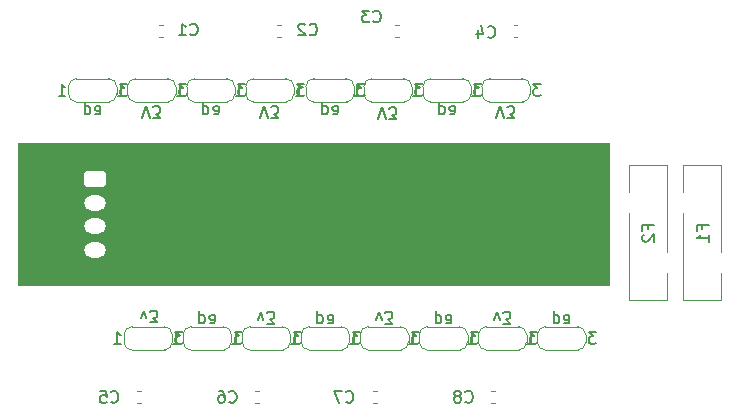
<source format=gbo>
G04 #@! TF.GenerationSoftware,KiCad,Pcbnew,(5.1.5)-3*
G04 #@! TF.CreationDate,2020-11-13T22:42:07+09:00*
G04 #@! TF.ProjectId,shield_servo_adc_sw_gpio_led,73686965-6c64-45f7-9365-72766f5f6164,rev?*
G04 #@! TF.SameCoordinates,PXb532b80PY717cbc0*
G04 #@! TF.FileFunction,Legend,Bot*
G04 #@! TF.FilePolarity,Positive*
%FSLAX46Y46*%
G04 Gerber Fmt 4.6, Leading zero omitted, Abs format (unit mm)*
G04 Created by KiCad (PCBNEW (5.1.5)-3) date 2020-11-13 22:42:07*
%MOMM*%
%LPD*%
G04 APERTURE LIST*
%ADD10C,0.100000*%
%ADD11C,0.150000*%
%ADD12C,0.120000*%
%ADD13C,3.302000*%
%ADD14C,2.112000*%
%ADD15C,1.102000*%
%ADD16R,1.102000X1.602000*%
%ADD17C,3.602000*%
%ADD18R,3.602000X3.602000*%
%ADD19C,1.502000*%
%ADD20O,1.852000X1.302000*%
%ADD21O,1.302000X1.852000*%
%ADD22C,2.102000*%
%ADD23R,2.102000X2.102000*%
G04 APERTURE END LIST*
D10*
G36*
X50000000Y-26000000D02*
G01*
X0Y-26000000D01*
X0Y-14000000D01*
X50000000Y-14000000D01*
X50000000Y-26000000D01*
G37*
X50000000Y-26000000D02*
X0Y-26000000D01*
X0Y-14000000D01*
X50000000Y-14000000D01*
X50000000Y-26000000D01*
D11*
X40490476Y-11847619D02*
X40823809Y-10847619D01*
X41157142Y-11847619D01*
X41395238Y-11847619D02*
X42014285Y-11847619D01*
X41680952Y-11466666D01*
X41823809Y-11466666D01*
X41919047Y-11419047D01*
X41966666Y-11371428D01*
X42014285Y-11276190D01*
X42014285Y-11038095D01*
X41966666Y-10942857D01*
X41919047Y-10895238D01*
X41823809Y-10847619D01*
X41538095Y-10847619D01*
X41442857Y-10895238D01*
X41395238Y-10942857D01*
X30490476Y-11947619D02*
X30823809Y-10947619D01*
X31157142Y-11947619D01*
X31395238Y-11947619D02*
X32014285Y-11947619D01*
X31680952Y-11566666D01*
X31823809Y-11566666D01*
X31919047Y-11519047D01*
X31966666Y-11471428D01*
X32014285Y-11376190D01*
X32014285Y-11138095D01*
X31966666Y-11042857D01*
X31919047Y-10995238D01*
X31823809Y-10947619D01*
X31538095Y-10947619D01*
X31442857Y-10995238D01*
X31395238Y-11042857D01*
X20490476Y-11847619D02*
X20823809Y-10847619D01*
X21157142Y-11847619D01*
X21395238Y-11847619D02*
X22014285Y-11847619D01*
X21680952Y-11466666D01*
X21823809Y-11466666D01*
X21919047Y-11419047D01*
X21966666Y-11371428D01*
X22014285Y-11276190D01*
X22014285Y-11038095D01*
X21966666Y-10942857D01*
X21919047Y-10895238D01*
X21823809Y-10847619D01*
X21538095Y-10847619D01*
X21442857Y-10895238D01*
X21395238Y-10942857D01*
X10490476Y-11847619D02*
X10823809Y-10847619D01*
X11157142Y-11847619D01*
X11395238Y-11847619D02*
X12014285Y-11847619D01*
X11680952Y-11466666D01*
X11823809Y-11466666D01*
X11919047Y-11419047D01*
X11966666Y-11371428D01*
X12014285Y-11276190D01*
X12014285Y-11038095D01*
X11966666Y-10942857D01*
X11919047Y-10895238D01*
X11823809Y-10847619D01*
X11538095Y-10847619D01*
X11442857Y-10895238D01*
X11395238Y-10942857D01*
X5633333Y-11514285D02*
X5633333Y-10514285D01*
X5633333Y-11466666D02*
X5728571Y-11514285D01*
X5919047Y-11514285D01*
X6014285Y-11466666D01*
X6061904Y-11419047D01*
X6109523Y-11323809D01*
X6109523Y-11038095D01*
X6061904Y-10942857D01*
X6014285Y-10895238D01*
X5919047Y-10847619D01*
X5728571Y-10847619D01*
X5633333Y-10895238D01*
X6966666Y-10847619D02*
X6966666Y-11371428D01*
X6919047Y-11466666D01*
X6823809Y-11514285D01*
X6633333Y-11514285D01*
X6538095Y-11466666D01*
X6966666Y-10895238D02*
X6871428Y-10847619D01*
X6633333Y-10847619D01*
X6538095Y-10895238D01*
X6490476Y-10990476D01*
X6490476Y-11085714D01*
X6538095Y-11180952D01*
X6633333Y-11228571D01*
X6871428Y-11228571D01*
X6966666Y-11276190D01*
X15633333Y-11514285D02*
X15633333Y-10514285D01*
X15633333Y-11466666D02*
X15728571Y-11514285D01*
X15919047Y-11514285D01*
X16014285Y-11466666D01*
X16061904Y-11419047D01*
X16109523Y-11323809D01*
X16109523Y-11038095D01*
X16061904Y-10942857D01*
X16014285Y-10895238D01*
X15919047Y-10847619D01*
X15728571Y-10847619D01*
X15633333Y-10895238D01*
X16966666Y-10847619D02*
X16966666Y-11371428D01*
X16919047Y-11466666D01*
X16823809Y-11514285D01*
X16633333Y-11514285D01*
X16538095Y-11466666D01*
X16966666Y-10895238D02*
X16871428Y-10847619D01*
X16633333Y-10847619D01*
X16538095Y-10895238D01*
X16490476Y-10990476D01*
X16490476Y-11085714D01*
X16538095Y-11180952D01*
X16633333Y-11228571D01*
X16871428Y-11228571D01*
X16966666Y-11276190D01*
X25733333Y-11514285D02*
X25733333Y-10514285D01*
X25733333Y-11466666D02*
X25828571Y-11514285D01*
X26019047Y-11514285D01*
X26114285Y-11466666D01*
X26161904Y-11419047D01*
X26209523Y-11323809D01*
X26209523Y-11038095D01*
X26161904Y-10942857D01*
X26114285Y-10895238D01*
X26019047Y-10847619D01*
X25828571Y-10847619D01*
X25733333Y-10895238D01*
X27066666Y-10847619D02*
X27066666Y-11371428D01*
X27019047Y-11466666D01*
X26923809Y-11514285D01*
X26733333Y-11514285D01*
X26638095Y-11466666D01*
X27066666Y-10895238D02*
X26971428Y-10847619D01*
X26733333Y-10847619D01*
X26638095Y-10895238D01*
X26590476Y-10990476D01*
X26590476Y-11085714D01*
X26638095Y-11180952D01*
X26733333Y-11228571D01*
X26971428Y-11228571D01*
X27066666Y-11276190D01*
X35633333Y-11514285D02*
X35633333Y-10514285D01*
X35633333Y-11466666D02*
X35728571Y-11514285D01*
X35919047Y-11514285D01*
X36014285Y-11466666D01*
X36061904Y-11419047D01*
X36109523Y-11323809D01*
X36109523Y-11038095D01*
X36061904Y-10942857D01*
X36014285Y-10895238D01*
X35919047Y-10847619D01*
X35728571Y-10847619D01*
X35633333Y-10895238D01*
X36966666Y-10847619D02*
X36966666Y-11371428D01*
X36919047Y-11466666D01*
X36823809Y-11514285D01*
X36633333Y-11514285D01*
X36538095Y-11466666D01*
X36966666Y-10895238D02*
X36871428Y-10847619D01*
X36633333Y-10847619D01*
X36538095Y-10895238D01*
X36490476Y-10990476D01*
X36490476Y-11085714D01*
X36538095Y-11180952D01*
X36633333Y-11228571D01*
X36871428Y-11228571D01*
X36966666Y-11276190D01*
X10385714Y-28814285D02*
X10623809Y-28147619D01*
X10861904Y-28814285D01*
X11147619Y-29147619D02*
X11766666Y-29147619D01*
X11433333Y-28766666D01*
X11576190Y-28766666D01*
X11671428Y-28719047D01*
X11719047Y-28671428D01*
X11766666Y-28576190D01*
X11766666Y-28338095D01*
X11719047Y-28242857D01*
X11671428Y-28195238D01*
X11576190Y-28147619D01*
X11290476Y-28147619D01*
X11195238Y-28195238D01*
X11147619Y-28242857D01*
X20285714Y-28914285D02*
X20523809Y-28247619D01*
X20761904Y-28914285D01*
X21047619Y-29247619D02*
X21666666Y-29247619D01*
X21333333Y-28866666D01*
X21476190Y-28866666D01*
X21571428Y-28819047D01*
X21619047Y-28771428D01*
X21666666Y-28676190D01*
X21666666Y-28438095D01*
X21619047Y-28342857D01*
X21571428Y-28295238D01*
X21476190Y-28247619D01*
X21190476Y-28247619D01*
X21095238Y-28295238D01*
X21047619Y-28342857D01*
X30285714Y-28914285D02*
X30523809Y-28247619D01*
X30761904Y-28914285D01*
X31047619Y-29247619D02*
X31666666Y-29247619D01*
X31333333Y-28866666D01*
X31476190Y-28866666D01*
X31571428Y-28819047D01*
X31619047Y-28771428D01*
X31666666Y-28676190D01*
X31666666Y-28438095D01*
X31619047Y-28342857D01*
X31571428Y-28295238D01*
X31476190Y-28247619D01*
X31190476Y-28247619D01*
X31095238Y-28295238D01*
X31047619Y-28342857D01*
X40285714Y-28914285D02*
X40523809Y-28247619D01*
X40761904Y-28914285D01*
X41047619Y-29247619D02*
X41666666Y-29247619D01*
X41333333Y-28866666D01*
X41476190Y-28866666D01*
X41571428Y-28819047D01*
X41619047Y-28771428D01*
X41666666Y-28676190D01*
X41666666Y-28438095D01*
X41619047Y-28342857D01*
X41571428Y-28295238D01*
X41476190Y-28247619D01*
X41190476Y-28247619D01*
X41095238Y-28295238D01*
X41047619Y-28342857D01*
X15333333Y-29214285D02*
X15333333Y-28214285D01*
X15333333Y-29166666D02*
X15428571Y-29214285D01*
X15619047Y-29214285D01*
X15714285Y-29166666D01*
X15761904Y-29119047D01*
X15809523Y-29023809D01*
X15809523Y-28738095D01*
X15761904Y-28642857D01*
X15714285Y-28595238D01*
X15619047Y-28547619D01*
X15428571Y-28547619D01*
X15333333Y-28595238D01*
X16666666Y-28547619D02*
X16666666Y-29071428D01*
X16619047Y-29166666D01*
X16523809Y-29214285D01*
X16333333Y-29214285D01*
X16238095Y-29166666D01*
X16666666Y-28595238D02*
X16571428Y-28547619D01*
X16333333Y-28547619D01*
X16238095Y-28595238D01*
X16190476Y-28690476D01*
X16190476Y-28785714D01*
X16238095Y-28880952D01*
X16333333Y-28928571D01*
X16571428Y-28928571D01*
X16666666Y-28976190D01*
X25333333Y-29214285D02*
X25333333Y-28214285D01*
X25333333Y-29166666D02*
X25428571Y-29214285D01*
X25619047Y-29214285D01*
X25714285Y-29166666D01*
X25761904Y-29119047D01*
X25809523Y-29023809D01*
X25809523Y-28738095D01*
X25761904Y-28642857D01*
X25714285Y-28595238D01*
X25619047Y-28547619D01*
X25428571Y-28547619D01*
X25333333Y-28595238D01*
X26666666Y-28547619D02*
X26666666Y-29071428D01*
X26619047Y-29166666D01*
X26523809Y-29214285D01*
X26333333Y-29214285D01*
X26238095Y-29166666D01*
X26666666Y-28595238D02*
X26571428Y-28547619D01*
X26333333Y-28547619D01*
X26238095Y-28595238D01*
X26190476Y-28690476D01*
X26190476Y-28785714D01*
X26238095Y-28880952D01*
X26333333Y-28928571D01*
X26571428Y-28928571D01*
X26666666Y-28976190D01*
X35333333Y-29214285D02*
X35333333Y-28214285D01*
X35333333Y-29166666D02*
X35428571Y-29214285D01*
X35619047Y-29214285D01*
X35714285Y-29166666D01*
X35761904Y-29119047D01*
X35809523Y-29023809D01*
X35809523Y-28738095D01*
X35761904Y-28642857D01*
X35714285Y-28595238D01*
X35619047Y-28547619D01*
X35428571Y-28547619D01*
X35333333Y-28595238D01*
X36666666Y-28547619D02*
X36666666Y-29071428D01*
X36619047Y-29166666D01*
X36523809Y-29214285D01*
X36333333Y-29214285D01*
X36238095Y-29166666D01*
X36666666Y-28595238D02*
X36571428Y-28547619D01*
X36333333Y-28547619D01*
X36238095Y-28595238D01*
X36190476Y-28690476D01*
X36190476Y-28785714D01*
X36238095Y-28880952D01*
X36333333Y-28928571D01*
X36571428Y-28928571D01*
X36666666Y-28976190D01*
X45333333Y-29214285D02*
X45333333Y-28214285D01*
X45333333Y-29166666D02*
X45428571Y-29214285D01*
X45619047Y-29214285D01*
X45714285Y-29166666D01*
X45761904Y-29119047D01*
X45809523Y-29023809D01*
X45809523Y-28738095D01*
X45761904Y-28642857D01*
X45714285Y-28595238D01*
X45619047Y-28547619D01*
X45428571Y-28547619D01*
X45333333Y-28595238D01*
X46666666Y-28547619D02*
X46666666Y-29071428D01*
X46619047Y-29166666D01*
X46523809Y-29214285D01*
X46333333Y-29214285D01*
X46238095Y-29166666D01*
X46666666Y-28595238D02*
X46571428Y-28547619D01*
X46333333Y-28547619D01*
X46238095Y-28595238D01*
X46190476Y-28690476D01*
X46190476Y-28785714D01*
X46238095Y-28880952D01*
X46333333Y-28928571D01*
X46571428Y-28928571D01*
X46666666Y-28976190D01*
D12*
X54950000Y-15850000D02*
X51750000Y-15850000D01*
X54950000Y-27250000D02*
X51750000Y-27250000D01*
X51750000Y-18121000D02*
X51750000Y-15850000D01*
X51750000Y-27250000D02*
X51750000Y-19878000D01*
X54950000Y-23221000D02*
X54950000Y-15850000D01*
X54950000Y-27250000D02*
X54950000Y-24979000D01*
X59500000Y-15850000D02*
X56300000Y-15850000D01*
X59500000Y-27250000D02*
X56300000Y-27250000D01*
X56300000Y-18121000D02*
X56300000Y-15850000D01*
X56300000Y-27250000D02*
X56300000Y-19878000D01*
X59500000Y-23221000D02*
X59500000Y-15850000D01*
X59500000Y-27250000D02*
X59500000Y-24979000D01*
X43950000Y-30800000D02*
G75*
G03X44650000Y-31500000I700000J0D01*
G01*
X44650000Y-29500000D02*
G75*
G03X43950000Y-30200000I0J-700000D01*
G01*
X48050000Y-30200000D02*
G75*
G03X47350000Y-29500000I-700000J0D01*
G01*
X47350000Y-31500000D02*
G75*
G03X48050000Y-30800000I0J700000D01*
G01*
X44600000Y-31500000D02*
X47400000Y-31500000D01*
X48050000Y-30800000D02*
X48050000Y-30200000D01*
X47400000Y-29500000D02*
X44600000Y-29500000D01*
X43950000Y-30200000D02*
X43950000Y-30800000D01*
X33950000Y-30800000D02*
G75*
G03X34650000Y-31500000I700000J0D01*
G01*
X34650000Y-29500000D02*
G75*
G03X33950000Y-30200000I0J-700000D01*
G01*
X38050000Y-30200000D02*
G75*
G03X37350000Y-29500000I-700000J0D01*
G01*
X37350000Y-31500000D02*
G75*
G03X38050000Y-30800000I0J700000D01*
G01*
X34600000Y-31500000D02*
X37400000Y-31500000D01*
X38050000Y-30800000D02*
X38050000Y-30200000D01*
X37400000Y-29500000D02*
X34600000Y-29500000D01*
X33950000Y-30200000D02*
X33950000Y-30800000D01*
X23950000Y-30800000D02*
G75*
G03X24650000Y-31500000I700000J0D01*
G01*
X24650000Y-29500000D02*
G75*
G03X23950000Y-30200000I0J-700000D01*
G01*
X28050000Y-30200000D02*
G75*
G03X27350000Y-29500000I-700000J0D01*
G01*
X27350000Y-31500000D02*
G75*
G03X28050000Y-30800000I0J700000D01*
G01*
X24600000Y-31500000D02*
X27400000Y-31500000D01*
X28050000Y-30800000D02*
X28050000Y-30200000D01*
X27400000Y-29500000D02*
X24600000Y-29500000D01*
X23950000Y-30200000D02*
X23950000Y-30800000D01*
X13950000Y-30800000D02*
G75*
G03X14650000Y-31500000I700000J0D01*
G01*
X14650000Y-29500000D02*
G75*
G03X13950000Y-30200000I0J-700000D01*
G01*
X18050000Y-30200000D02*
G75*
G03X17350000Y-29500000I-700000J0D01*
G01*
X17350000Y-31500000D02*
G75*
G03X18050000Y-30800000I0J700000D01*
G01*
X14600000Y-31500000D02*
X17400000Y-31500000D01*
X18050000Y-30800000D02*
X18050000Y-30200000D01*
X17400000Y-29500000D02*
X14600000Y-29500000D01*
X13950000Y-30200000D02*
X13950000Y-30800000D01*
X38950000Y-30800000D02*
G75*
G03X39650000Y-31500000I700000J0D01*
G01*
X39650000Y-29500000D02*
G75*
G03X38950000Y-30200000I0J-700000D01*
G01*
X43050000Y-30200000D02*
G75*
G03X42350000Y-29500000I-700000J0D01*
G01*
X42350000Y-31500000D02*
G75*
G03X43050000Y-30800000I0J700000D01*
G01*
X39600000Y-31500000D02*
X42400000Y-31500000D01*
X43050000Y-30800000D02*
X43050000Y-30200000D01*
X42400000Y-29500000D02*
X39600000Y-29500000D01*
X38950000Y-30200000D02*
X38950000Y-30800000D01*
X28950000Y-30800000D02*
G75*
G03X29650000Y-31500000I700000J0D01*
G01*
X29650000Y-29500000D02*
G75*
G03X28950000Y-30200000I0J-700000D01*
G01*
X33050000Y-30200000D02*
G75*
G03X32350000Y-29500000I-700000J0D01*
G01*
X32350000Y-31500000D02*
G75*
G03X33050000Y-30800000I0J700000D01*
G01*
X29600000Y-31500000D02*
X32400000Y-31500000D01*
X33050000Y-30800000D02*
X33050000Y-30200000D01*
X32400000Y-29500000D02*
X29600000Y-29500000D01*
X28950000Y-30200000D02*
X28950000Y-30800000D01*
X18950000Y-30800000D02*
G75*
G03X19650000Y-31500000I700000J0D01*
G01*
X19650000Y-29500000D02*
G75*
G03X18950000Y-30200000I0J-700000D01*
G01*
X23050000Y-30200000D02*
G75*
G03X22350000Y-29500000I-700000J0D01*
G01*
X22350000Y-31500000D02*
G75*
G03X23050000Y-30800000I0J700000D01*
G01*
X19600000Y-31500000D02*
X22400000Y-31500000D01*
X23050000Y-30800000D02*
X23050000Y-30200000D01*
X22400000Y-29500000D02*
X19600000Y-29500000D01*
X18950000Y-30200000D02*
X18950000Y-30800000D01*
X8950000Y-30800000D02*
G75*
G03X9650000Y-31500000I700000J0D01*
G01*
X9650000Y-29500000D02*
G75*
G03X8950000Y-30200000I0J-700000D01*
G01*
X13050000Y-30200000D02*
G75*
G03X12350000Y-29500000I-700000J0D01*
G01*
X12350000Y-31500000D02*
G75*
G03X13050000Y-30800000I0J700000D01*
G01*
X9600000Y-31500000D02*
X12400000Y-31500000D01*
X13050000Y-30800000D02*
X13050000Y-30200000D01*
X12400000Y-29500000D02*
X9600000Y-29500000D01*
X8950000Y-30200000D02*
X8950000Y-30800000D01*
X34250000Y-9800000D02*
G75*
G03X34950000Y-10500000I700000J0D01*
G01*
X34950000Y-8500000D02*
G75*
G03X34250000Y-9200000I0J-700000D01*
G01*
X38350000Y-9200000D02*
G75*
G03X37650000Y-8500000I-700000J0D01*
G01*
X37650000Y-10500000D02*
G75*
G03X38350000Y-9800000I0J700000D01*
G01*
X34900000Y-10500000D02*
X37700000Y-10500000D01*
X38350000Y-9800000D02*
X38350000Y-9200000D01*
X37700000Y-8500000D02*
X34900000Y-8500000D01*
X34250000Y-9200000D02*
X34250000Y-9800000D01*
X24350000Y-9800000D02*
G75*
G03X25050000Y-10500000I700000J0D01*
G01*
X25050000Y-8500000D02*
G75*
G03X24350000Y-9200000I0J-700000D01*
G01*
X28450000Y-9200000D02*
G75*
G03X27750000Y-8500000I-700000J0D01*
G01*
X27750000Y-10500000D02*
G75*
G03X28450000Y-9800000I0J700000D01*
G01*
X25000000Y-10500000D02*
X27800000Y-10500000D01*
X28450000Y-9800000D02*
X28450000Y-9200000D01*
X27800000Y-8500000D02*
X25000000Y-8500000D01*
X24350000Y-9200000D02*
X24350000Y-9800000D01*
X14250000Y-9800000D02*
G75*
G03X14950000Y-10500000I700000J0D01*
G01*
X14950000Y-8500000D02*
G75*
G03X14250000Y-9200000I0J-700000D01*
G01*
X18350000Y-9200000D02*
G75*
G03X17650000Y-8500000I-700000J0D01*
G01*
X17650000Y-10500000D02*
G75*
G03X18350000Y-9800000I0J700000D01*
G01*
X14900000Y-10500000D02*
X17700000Y-10500000D01*
X18350000Y-9800000D02*
X18350000Y-9200000D01*
X17700000Y-8500000D02*
X14900000Y-8500000D01*
X14250000Y-9200000D02*
X14250000Y-9800000D01*
X4250000Y-9800000D02*
G75*
G03X4950000Y-10500000I700000J0D01*
G01*
X4950000Y-8500000D02*
G75*
G03X4250000Y-9200000I0J-700000D01*
G01*
X8350000Y-9200000D02*
G75*
G03X7650000Y-8500000I-700000J0D01*
G01*
X7650000Y-10500000D02*
G75*
G03X8350000Y-9800000I0J700000D01*
G01*
X4900000Y-10500000D02*
X7700000Y-10500000D01*
X8350000Y-9800000D02*
X8350000Y-9200000D01*
X7700000Y-8500000D02*
X4900000Y-8500000D01*
X4250000Y-9200000D02*
X4250000Y-9800000D01*
X39250000Y-9800000D02*
G75*
G03X39950000Y-10500000I700000J0D01*
G01*
X39950000Y-8500000D02*
G75*
G03X39250000Y-9200000I0J-700000D01*
G01*
X43350000Y-9200000D02*
G75*
G03X42650000Y-8500000I-700000J0D01*
G01*
X42650000Y-10500000D02*
G75*
G03X43350000Y-9800000I0J700000D01*
G01*
X39900000Y-10500000D02*
X42700000Y-10500000D01*
X43350000Y-9800000D02*
X43350000Y-9200000D01*
X42700000Y-8500000D02*
X39900000Y-8500000D01*
X39250000Y-9200000D02*
X39250000Y-9800000D01*
X29250000Y-9800000D02*
G75*
G03X29950000Y-10500000I700000J0D01*
G01*
X29950000Y-8500000D02*
G75*
G03X29250000Y-9200000I0J-700000D01*
G01*
X33350000Y-9200000D02*
G75*
G03X32650000Y-8500000I-700000J0D01*
G01*
X32650000Y-10500000D02*
G75*
G03X33350000Y-9800000I0J700000D01*
G01*
X29900000Y-10500000D02*
X32700000Y-10500000D01*
X33350000Y-9800000D02*
X33350000Y-9200000D01*
X32700000Y-8500000D02*
X29900000Y-8500000D01*
X29250000Y-9200000D02*
X29250000Y-9800000D01*
X19250000Y-9800000D02*
G75*
G03X19950000Y-10500000I700000J0D01*
G01*
X19950000Y-8500000D02*
G75*
G03X19250000Y-9200000I0J-700000D01*
G01*
X23350000Y-9200000D02*
G75*
G03X22650000Y-8500000I-700000J0D01*
G01*
X22650000Y-10500000D02*
G75*
G03X23350000Y-9800000I0J700000D01*
G01*
X19900000Y-10500000D02*
X22700000Y-10500000D01*
X23350000Y-9800000D02*
X23350000Y-9200000D01*
X22700000Y-8500000D02*
X19900000Y-8500000D01*
X19250000Y-9200000D02*
X19250000Y-9800000D01*
X9250000Y-9800000D02*
G75*
G03X9950000Y-10500000I700000J0D01*
G01*
X9950000Y-8500000D02*
G75*
G03X9250000Y-9200000I0J-700000D01*
G01*
X13350000Y-9200000D02*
G75*
G03X12650000Y-8500000I-700000J0D01*
G01*
X12650000Y-10500000D02*
G75*
G03X13350000Y-9800000I0J700000D01*
G01*
X9900000Y-10500000D02*
X12700000Y-10500000D01*
X13350000Y-9800000D02*
X13350000Y-9200000D01*
X12700000Y-8500000D02*
X9900000Y-8500000D01*
X9250000Y-9200000D02*
X9250000Y-9800000D01*
X40375279Y-36010000D02*
X40049721Y-36010000D01*
X40375279Y-34990000D02*
X40049721Y-34990000D01*
X30375279Y-36010000D02*
X30049721Y-36010000D01*
X30375279Y-34990000D02*
X30049721Y-34990000D01*
X20375279Y-36010000D02*
X20049721Y-36010000D01*
X20375279Y-34990000D02*
X20049721Y-34990000D01*
X10375279Y-36010000D02*
X10049721Y-36010000D01*
X10375279Y-34990000D02*
X10049721Y-34990000D01*
X41937221Y-3990000D02*
X42262779Y-3990000D01*
X41937221Y-5010000D02*
X42262779Y-5010000D01*
X31924721Y-3990000D02*
X32250279Y-3990000D01*
X31924721Y-5010000D02*
X32250279Y-5010000D01*
X21924721Y-3990000D02*
X22250279Y-3990000D01*
X21924721Y-5010000D02*
X22250279Y-5010000D01*
X11924721Y-3990000D02*
X12250279Y-3990000D01*
X11924721Y-5010000D02*
X12250279Y-5010000D01*
D11*
X53328571Y-21266666D02*
X53328571Y-20933333D01*
X53852380Y-20933333D02*
X52852380Y-20933333D01*
X52852380Y-21409523D01*
X52947619Y-21742857D02*
X52900000Y-21790476D01*
X52852380Y-21885714D01*
X52852380Y-22123809D01*
X52900000Y-22219047D01*
X52947619Y-22266666D01*
X53042857Y-22314285D01*
X53138095Y-22314285D01*
X53280952Y-22266666D01*
X53852380Y-21695238D01*
X53852380Y-22314285D01*
X57928571Y-21266666D02*
X57928571Y-20933333D01*
X58452380Y-20933333D02*
X57452380Y-20933333D01*
X57452380Y-21409523D01*
X58452380Y-22314285D02*
X58452380Y-21742857D01*
X58452380Y-22028571D02*
X57452380Y-22028571D01*
X57595238Y-21933333D01*
X57690476Y-21838095D01*
X57738095Y-21742857D01*
X43114285Y-30952380D02*
X43685714Y-30952380D01*
X43400000Y-30952380D02*
X43400000Y-29952380D01*
X43495238Y-30095238D01*
X43590476Y-30190476D01*
X43685714Y-30238095D01*
X48933333Y-29952380D02*
X48314285Y-29952380D01*
X48647619Y-30333333D01*
X48504761Y-30333333D01*
X48409523Y-30380952D01*
X48361904Y-30428571D01*
X48314285Y-30523809D01*
X48314285Y-30761904D01*
X48361904Y-30857142D01*
X48409523Y-30904761D01*
X48504761Y-30952380D01*
X48790476Y-30952380D01*
X48885714Y-30904761D01*
X48933333Y-30857142D01*
X33114285Y-30952380D02*
X33685714Y-30952380D01*
X33400000Y-30952380D02*
X33400000Y-29952380D01*
X33495238Y-30095238D01*
X33590476Y-30190476D01*
X33685714Y-30238095D01*
X38933333Y-29952380D02*
X38314285Y-29952380D01*
X38647619Y-30333333D01*
X38504761Y-30333333D01*
X38409523Y-30380952D01*
X38361904Y-30428571D01*
X38314285Y-30523809D01*
X38314285Y-30761904D01*
X38361904Y-30857142D01*
X38409523Y-30904761D01*
X38504761Y-30952380D01*
X38790476Y-30952380D01*
X38885714Y-30904761D01*
X38933333Y-30857142D01*
X23114285Y-30952380D02*
X23685714Y-30952380D01*
X23400000Y-30952380D02*
X23400000Y-29952380D01*
X23495238Y-30095238D01*
X23590476Y-30190476D01*
X23685714Y-30238095D01*
X28933333Y-29952380D02*
X28314285Y-29952380D01*
X28647619Y-30333333D01*
X28504761Y-30333333D01*
X28409523Y-30380952D01*
X28361904Y-30428571D01*
X28314285Y-30523809D01*
X28314285Y-30761904D01*
X28361904Y-30857142D01*
X28409523Y-30904761D01*
X28504761Y-30952380D01*
X28790476Y-30952380D01*
X28885714Y-30904761D01*
X28933333Y-30857142D01*
X13114285Y-30952380D02*
X13685714Y-30952380D01*
X13400000Y-30952380D02*
X13400000Y-29952380D01*
X13495238Y-30095238D01*
X13590476Y-30190476D01*
X13685714Y-30238095D01*
X18933333Y-29952380D02*
X18314285Y-29952380D01*
X18647619Y-30333333D01*
X18504761Y-30333333D01*
X18409523Y-30380952D01*
X18361904Y-30428571D01*
X18314285Y-30523809D01*
X18314285Y-30761904D01*
X18361904Y-30857142D01*
X18409523Y-30904761D01*
X18504761Y-30952380D01*
X18790476Y-30952380D01*
X18885714Y-30904761D01*
X18933333Y-30857142D01*
X38114285Y-30952380D02*
X38685714Y-30952380D01*
X38400000Y-30952380D02*
X38400000Y-29952380D01*
X38495238Y-30095238D01*
X38590476Y-30190476D01*
X38685714Y-30238095D01*
X43933333Y-29952380D02*
X43314285Y-29952380D01*
X43647619Y-30333333D01*
X43504761Y-30333333D01*
X43409523Y-30380952D01*
X43361904Y-30428571D01*
X43314285Y-30523809D01*
X43314285Y-30761904D01*
X43361904Y-30857142D01*
X43409523Y-30904761D01*
X43504761Y-30952380D01*
X43790476Y-30952380D01*
X43885714Y-30904761D01*
X43933333Y-30857142D01*
X28114285Y-30952380D02*
X28685714Y-30952380D01*
X28400000Y-30952380D02*
X28400000Y-29952380D01*
X28495238Y-30095238D01*
X28590476Y-30190476D01*
X28685714Y-30238095D01*
X33933333Y-29952380D02*
X33314285Y-29952380D01*
X33647619Y-30333333D01*
X33504761Y-30333333D01*
X33409523Y-30380952D01*
X33361904Y-30428571D01*
X33314285Y-30523809D01*
X33314285Y-30761904D01*
X33361904Y-30857142D01*
X33409523Y-30904761D01*
X33504761Y-30952380D01*
X33790476Y-30952380D01*
X33885714Y-30904761D01*
X33933333Y-30857142D01*
X18114285Y-30952380D02*
X18685714Y-30952380D01*
X18400000Y-30952380D02*
X18400000Y-29952380D01*
X18495238Y-30095238D01*
X18590476Y-30190476D01*
X18685714Y-30238095D01*
X23933333Y-29952380D02*
X23314285Y-29952380D01*
X23647619Y-30333333D01*
X23504761Y-30333333D01*
X23409523Y-30380952D01*
X23361904Y-30428571D01*
X23314285Y-30523809D01*
X23314285Y-30761904D01*
X23361904Y-30857142D01*
X23409523Y-30904761D01*
X23504761Y-30952380D01*
X23790476Y-30952380D01*
X23885714Y-30904761D01*
X23933333Y-30857142D01*
X8114285Y-30952380D02*
X8685714Y-30952380D01*
X8400000Y-30952380D02*
X8400000Y-29952380D01*
X8495238Y-30095238D01*
X8590476Y-30190476D01*
X8685714Y-30238095D01*
X13933333Y-29952380D02*
X13314285Y-29952380D01*
X13647619Y-30333333D01*
X13504761Y-30333333D01*
X13409523Y-30380952D01*
X13361904Y-30428571D01*
X13314285Y-30523809D01*
X13314285Y-30761904D01*
X13361904Y-30857142D01*
X13409523Y-30904761D01*
X13504761Y-30952380D01*
X13790476Y-30952380D01*
X13885714Y-30904761D01*
X13933333Y-30857142D01*
X33414285Y-9952380D02*
X33985714Y-9952380D01*
X33700000Y-9952380D02*
X33700000Y-8952380D01*
X33795238Y-9095238D01*
X33890476Y-9190476D01*
X33985714Y-9238095D01*
X39233333Y-8952380D02*
X38614285Y-8952380D01*
X38947619Y-9333333D01*
X38804761Y-9333333D01*
X38709523Y-9380952D01*
X38661904Y-9428571D01*
X38614285Y-9523809D01*
X38614285Y-9761904D01*
X38661904Y-9857142D01*
X38709523Y-9904761D01*
X38804761Y-9952380D01*
X39090476Y-9952380D01*
X39185714Y-9904761D01*
X39233333Y-9857142D01*
X23514285Y-9952380D02*
X24085714Y-9952380D01*
X23800000Y-9952380D02*
X23800000Y-8952380D01*
X23895238Y-9095238D01*
X23990476Y-9190476D01*
X24085714Y-9238095D01*
X29333333Y-8952380D02*
X28714285Y-8952380D01*
X29047619Y-9333333D01*
X28904761Y-9333333D01*
X28809523Y-9380952D01*
X28761904Y-9428571D01*
X28714285Y-9523809D01*
X28714285Y-9761904D01*
X28761904Y-9857142D01*
X28809523Y-9904761D01*
X28904761Y-9952380D01*
X29190476Y-9952380D01*
X29285714Y-9904761D01*
X29333333Y-9857142D01*
X13414285Y-9952380D02*
X13985714Y-9952380D01*
X13700000Y-9952380D02*
X13700000Y-8952380D01*
X13795238Y-9095238D01*
X13890476Y-9190476D01*
X13985714Y-9238095D01*
X19233333Y-8952380D02*
X18614285Y-8952380D01*
X18947619Y-9333333D01*
X18804761Y-9333333D01*
X18709523Y-9380952D01*
X18661904Y-9428571D01*
X18614285Y-9523809D01*
X18614285Y-9761904D01*
X18661904Y-9857142D01*
X18709523Y-9904761D01*
X18804761Y-9952380D01*
X19090476Y-9952380D01*
X19185714Y-9904761D01*
X19233333Y-9857142D01*
X3414285Y-9952380D02*
X3985714Y-9952380D01*
X3700000Y-9952380D02*
X3700000Y-8952380D01*
X3795238Y-9095238D01*
X3890476Y-9190476D01*
X3985714Y-9238095D01*
X9233333Y-8952380D02*
X8614285Y-8952380D01*
X8947619Y-9333333D01*
X8804761Y-9333333D01*
X8709523Y-9380952D01*
X8661904Y-9428571D01*
X8614285Y-9523809D01*
X8614285Y-9761904D01*
X8661904Y-9857142D01*
X8709523Y-9904761D01*
X8804761Y-9952380D01*
X9090476Y-9952380D01*
X9185714Y-9904761D01*
X9233333Y-9857142D01*
X38414285Y-9952380D02*
X38985714Y-9952380D01*
X38700000Y-9952380D02*
X38700000Y-8952380D01*
X38795238Y-9095238D01*
X38890476Y-9190476D01*
X38985714Y-9238095D01*
X44233333Y-8952380D02*
X43614285Y-8952380D01*
X43947619Y-9333333D01*
X43804761Y-9333333D01*
X43709523Y-9380952D01*
X43661904Y-9428571D01*
X43614285Y-9523809D01*
X43614285Y-9761904D01*
X43661904Y-9857142D01*
X43709523Y-9904761D01*
X43804761Y-9952380D01*
X44090476Y-9952380D01*
X44185714Y-9904761D01*
X44233333Y-9857142D01*
X28414285Y-9952380D02*
X28985714Y-9952380D01*
X28700000Y-9952380D02*
X28700000Y-8952380D01*
X28795238Y-9095238D01*
X28890476Y-9190476D01*
X28985714Y-9238095D01*
X34233333Y-8952380D02*
X33614285Y-8952380D01*
X33947619Y-9333333D01*
X33804761Y-9333333D01*
X33709523Y-9380952D01*
X33661904Y-9428571D01*
X33614285Y-9523809D01*
X33614285Y-9761904D01*
X33661904Y-9857142D01*
X33709523Y-9904761D01*
X33804761Y-9952380D01*
X34090476Y-9952380D01*
X34185714Y-9904761D01*
X34233333Y-9857142D01*
X18414285Y-9952380D02*
X18985714Y-9952380D01*
X18700000Y-9952380D02*
X18700000Y-8952380D01*
X18795238Y-9095238D01*
X18890476Y-9190476D01*
X18985714Y-9238095D01*
X24233333Y-8952380D02*
X23614285Y-8952380D01*
X23947619Y-9333333D01*
X23804761Y-9333333D01*
X23709523Y-9380952D01*
X23661904Y-9428571D01*
X23614285Y-9523809D01*
X23614285Y-9761904D01*
X23661904Y-9857142D01*
X23709523Y-9904761D01*
X23804761Y-9952380D01*
X24090476Y-9952380D01*
X24185714Y-9904761D01*
X24233333Y-9857142D01*
X8414285Y-9952380D02*
X8985714Y-9952380D01*
X8700000Y-9952380D02*
X8700000Y-8952380D01*
X8795238Y-9095238D01*
X8890476Y-9190476D01*
X8985714Y-9238095D01*
X14233333Y-8952380D02*
X13614285Y-8952380D01*
X13947619Y-9333333D01*
X13804761Y-9333333D01*
X13709523Y-9380952D01*
X13661904Y-9428571D01*
X13614285Y-9523809D01*
X13614285Y-9761904D01*
X13661904Y-9857142D01*
X13709523Y-9904761D01*
X13804761Y-9952380D01*
X14090476Y-9952380D01*
X14185714Y-9904761D01*
X14233333Y-9857142D01*
X37866666Y-35857142D02*
X37914285Y-35904761D01*
X38057142Y-35952380D01*
X38152380Y-35952380D01*
X38295238Y-35904761D01*
X38390476Y-35809523D01*
X38438095Y-35714285D01*
X38485714Y-35523809D01*
X38485714Y-35380952D01*
X38438095Y-35190476D01*
X38390476Y-35095238D01*
X38295238Y-35000000D01*
X38152380Y-34952380D01*
X38057142Y-34952380D01*
X37914285Y-35000000D01*
X37866666Y-35047619D01*
X37295238Y-35380952D02*
X37390476Y-35333333D01*
X37438095Y-35285714D01*
X37485714Y-35190476D01*
X37485714Y-35142857D01*
X37438095Y-35047619D01*
X37390476Y-35000000D01*
X37295238Y-34952380D01*
X37104761Y-34952380D01*
X37009523Y-35000000D01*
X36961904Y-35047619D01*
X36914285Y-35142857D01*
X36914285Y-35190476D01*
X36961904Y-35285714D01*
X37009523Y-35333333D01*
X37104761Y-35380952D01*
X37295238Y-35380952D01*
X37390476Y-35428571D01*
X37438095Y-35476190D01*
X37485714Y-35571428D01*
X37485714Y-35761904D01*
X37438095Y-35857142D01*
X37390476Y-35904761D01*
X37295238Y-35952380D01*
X37104761Y-35952380D01*
X37009523Y-35904761D01*
X36961904Y-35857142D01*
X36914285Y-35761904D01*
X36914285Y-35571428D01*
X36961904Y-35476190D01*
X37009523Y-35428571D01*
X37104761Y-35380952D01*
X27766666Y-35857142D02*
X27814285Y-35904761D01*
X27957142Y-35952380D01*
X28052380Y-35952380D01*
X28195238Y-35904761D01*
X28290476Y-35809523D01*
X28338095Y-35714285D01*
X28385714Y-35523809D01*
X28385714Y-35380952D01*
X28338095Y-35190476D01*
X28290476Y-35095238D01*
X28195238Y-35000000D01*
X28052380Y-34952380D01*
X27957142Y-34952380D01*
X27814285Y-35000000D01*
X27766666Y-35047619D01*
X27433333Y-34952380D02*
X26766666Y-34952380D01*
X27195238Y-35952380D01*
X17866666Y-35857142D02*
X17914285Y-35904761D01*
X18057142Y-35952380D01*
X18152380Y-35952380D01*
X18295238Y-35904761D01*
X18390476Y-35809523D01*
X18438095Y-35714285D01*
X18485714Y-35523809D01*
X18485714Y-35380952D01*
X18438095Y-35190476D01*
X18390476Y-35095238D01*
X18295238Y-35000000D01*
X18152380Y-34952380D01*
X18057142Y-34952380D01*
X17914285Y-35000000D01*
X17866666Y-35047619D01*
X17009523Y-34952380D02*
X17200000Y-34952380D01*
X17295238Y-35000000D01*
X17342857Y-35047619D01*
X17438095Y-35190476D01*
X17485714Y-35380952D01*
X17485714Y-35761904D01*
X17438095Y-35857142D01*
X17390476Y-35904761D01*
X17295238Y-35952380D01*
X17104761Y-35952380D01*
X17009523Y-35904761D01*
X16961904Y-35857142D01*
X16914285Y-35761904D01*
X16914285Y-35523809D01*
X16961904Y-35428571D01*
X17009523Y-35380952D01*
X17104761Y-35333333D01*
X17295238Y-35333333D01*
X17390476Y-35380952D01*
X17438095Y-35428571D01*
X17485714Y-35523809D01*
X7866666Y-35857142D02*
X7914285Y-35904761D01*
X8057142Y-35952380D01*
X8152380Y-35952380D01*
X8295238Y-35904761D01*
X8390476Y-35809523D01*
X8438095Y-35714285D01*
X8485714Y-35523809D01*
X8485714Y-35380952D01*
X8438095Y-35190476D01*
X8390476Y-35095238D01*
X8295238Y-35000000D01*
X8152380Y-34952380D01*
X8057142Y-34952380D01*
X7914285Y-35000000D01*
X7866666Y-35047619D01*
X6961904Y-34952380D02*
X7438095Y-34952380D01*
X7485714Y-35428571D01*
X7438095Y-35380952D01*
X7342857Y-35333333D01*
X7104761Y-35333333D01*
X7009523Y-35380952D01*
X6961904Y-35428571D01*
X6914285Y-35523809D01*
X6914285Y-35761904D01*
X6961904Y-35857142D01*
X7009523Y-35904761D01*
X7104761Y-35952380D01*
X7342857Y-35952380D01*
X7438095Y-35904761D01*
X7485714Y-35857142D01*
X39766666Y-4957142D02*
X39814285Y-5004761D01*
X39957142Y-5052380D01*
X40052380Y-5052380D01*
X40195238Y-5004761D01*
X40290476Y-4909523D01*
X40338095Y-4814285D01*
X40385714Y-4623809D01*
X40385714Y-4480952D01*
X40338095Y-4290476D01*
X40290476Y-4195238D01*
X40195238Y-4100000D01*
X40052380Y-4052380D01*
X39957142Y-4052380D01*
X39814285Y-4100000D01*
X39766666Y-4147619D01*
X38909523Y-4385714D02*
X38909523Y-5052380D01*
X39147619Y-4004761D02*
X39385714Y-4719047D01*
X38766666Y-4719047D01*
X30066666Y-3657142D02*
X30114285Y-3704761D01*
X30257142Y-3752380D01*
X30352380Y-3752380D01*
X30495238Y-3704761D01*
X30590476Y-3609523D01*
X30638095Y-3514285D01*
X30685714Y-3323809D01*
X30685714Y-3180952D01*
X30638095Y-2990476D01*
X30590476Y-2895238D01*
X30495238Y-2800000D01*
X30352380Y-2752380D01*
X30257142Y-2752380D01*
X30114285Y-2800000D01*
X30066666Y-2847619D01*
X29733333Y-2752380D02*
X29114285Y-2752380D01*
X29447619Y-3133333D01*
X29304761Y-3133333D01*
X29209523Y-3180952D01*
X29161904Y-3228571D01*
X29114285Y-3323809D01*
X29114285Y-3561904D01*
X29161904Y-3657142D01*
X29209523Y-3704761D01*
X29304761Y-3752380D01*
X29590476Y-3752380D01*
X29685714Y-3704761D01*
X29733333Y-3657142D01*
X24666666Y-4757142D02*
X24714285Y-4804761D01*
X24857142Y-4852380D01*
X24952380Y-4852380D01*
X25095238Y-4804761D01*
X25190476Y-4709523D01*
X25238095Y-4614285D01*
X25285714Y-4423809D01*
X25285714Y-4280952D01*
X25238095Y-4090476D01*
X25190476Y-3995238D01*
X25095238Y-3900000D01*
X24952380Y-3852380D01*
X24857142Y-3852380D01*
X24714285Y-3900000D01*
X24666666Y-3947619D01*
X24285714Y-3947619D02*
X24238095Y-3900000D01*
X24142857Y-3852380D01*
X23904761Y-3852380D01*
X23809523Y-3900000D01*
X23761904Y-3947619D01*
X23714285Y-4042857D01*
X23714285Y-4138095D01*
X23761904Y-4280952D01*
X24333333Y-4852380D01*
X23714285Y-4852380D01*
X14566666Y-4757142D02*
X14614285Y-4804761D01*
X14757142Y-4852380D01*
X14852380Y-4852380D01*
X14995238Y-4804761D01*
X15090476Y-4709523D01*
X15138095Y-4614285D01*
X15185714Y-4423809D01*
X15185714Y-4280952D01*
X15138095Y-4090476D01*
X15090476Y-3995238D01*
X14995238Y-3900000D01*
X14852380Y-3852380D01*
X14757142Y-3852380D01*
X14614285Y-3900000D01*
X14566666Y-3947619D01*
X13614285Y-4852380D02*
X14185714Y-4852380D01*
X13900000Y-4852380D02*
X13900000Y-3852380D01*
X13995238Y-3995238D01*
X14090476Y-4090476D01*
X14185714Y-4138095D01*
%LPC*%
D13*
X3000000Y-3000000D03*
X3000000Y-37000000D03*
X67000000Y-37000000D03*
X67000000Y-3000000D03*
D14*
X52750000Y-19000000D03*
X53950000Y-24100000D03*
X57300000Y-19000000D03*
X58500000Y-24100000D03*
D15*
X16180000Y-13015000D03*
X17450000Y-13015000D03*
X18720000Y-13015000D03*
X19990000Y-13015000D03*
X46025000Y-13015000D03*
X44755000Y-13015000D03*
X44755000Y-26985000D03*
X46025000Y-26985000D03*
X21260000Y-13015000D03*
X22530000Y-13015000D03*
X23800000Y-13015000D03*
X30150000Y-26985000D03*
X28880000Y-26985000D03*
X27610000Y-26985000D03*
X26340000Y-26985000D03*
X25070000Y-26985000D03*
X23800000Y-26985000D03*
X22530000Y-26985000D03*
X21260000Y-26985000D03*
X19990000Y-26985000D03*
X18720000Y-26985000D03*
X17450000Y-26985000D03*
X16180000Y-26985000D03*
X14910000Y-26985000D03*
D16*
X46000000Y-30500000D03*
D10*
G36*
X47306112Y-29699602D02*
G01*
X47324534Y-29699602D01*
X47329533Y-29699848D01*
X47378364Y-29704658D01*
X47383314Y-29705392D01*
X47431439Y-29714964D01*
X47436295Y-29716180D01*
X47483250Y-29730424D01*
X47487961Y-29732110D01*
X47533294Y-29750887D01*
X47537820Y-29753027D01*
X47581093Y-29776158D01*
X47585384Y-29778731D01*
X47626183Y-29805991D01*
X47630204Y-29808973D01*
X47668133Y-29840101D01*
X47671841Y-29843462D01*
X47706538Y-29878159D01*
X47709899Y-29881867D01*
X47741027Y-29919796D01*
X47744009Y-29923817D01*
X47771269Y-29964616D01*
X47773842Y-29968907D01*
X47796973Y-30012180D01*
X47799113Y-30016706D01*
X47817890Y-30062039D01*
X47819576Y-30066750D01*
X47833820Y-30113705D01*
X47835036Y-30118561D01*
X47844608Y-30166686D01*
X47845342Y-30171636D01*
X47850152Y-30220467D01*
X47850398Y-30225466D01*
X47850398Y-30243888D01*
X47851000Y-30250000D01*
X47851000Y-30750000D01*
X47850398Y-30756112D01*
X47850398Y-30774534D01*
X47850152Y-30779533D01*
X47845342Y-30828364D01*
X47844608Y-30833314D01*
X47835036Y-30881439D01*
X47833820Y-30886295D01*
X47819576Y-30933250D01*
X47817890Y-30937961D01*
X47799113Y-30983294D01*
X47796973Y-30987820D01*
X47773842Y-31031093D01*
X47771269Y-31035384D01*
X47744009Y-31076183D01*
X47741027Y-31080204D01*
X47709899Y-31118133D01*
X47706538Y-31121841D01*
X47671841Y-31156538D01*
X47668133Y-31159899D01*
X47630204Y-31191027D01*
X47626183Y-31194009D01*
X47585384Y-31221269D01*
X47581093Y-31223842D01*
X47537820Y-31246973D01*
X47533294Y-31249113D01*
X47487961Y-31267890D01*
X47483250Y-31269576D01*
X47436295Y-31283820D01*
X47431439Y-31285036D01*
X47383314Y-31294608D01*
X47378364Y-31295342D01*
X47329533Y-31300152D01*
X47324534Y-31300398D01*
X47306112Y-31300398D01*
X47300000Y-31301000D01*
X46750000Y-31301000D01*
X46740050Y-31300020D01*
X46730483Y-31297118D01*
X46721666Y-31292405D01*
X46713938Y-31286062D01*
X46707595Y-31278334D01*
X46702882Y-31269517D01*
X46699980Y-31259950D01*
X46699000Y-31250000D01*
X46699000Y-29750000D01*
X46699980Y-29740050D01*
X46702882Y-29730483D01*
X46707595Y-29721666D01*
X46713938Y-29713938D01*
X46721666Y-29707595D01*
X46730483Y-29702882D01*
X46740050Y-29699980D01*
X46750000Y-29699000D01*
X47300000Y-29699000D01*
X47306112Y-29699602D01*
G37*
G36*
X45259950Y-29699980D02*
G01*
X45269517Y-29702882D01*
X45278334Y-29707595D01*
X45286062Y-29713938D01*
X45292405Y-29721666D01*
X45297118Y-29730483D01*
X45300020Y-29740050D01*
X45301000Y-29750000D01*
X45301000Y-31250000D01*
X45300020Y-31259950D01*
X45297118Y-31269517D01*
X45292405Y-31278334D01*
X45286062Y-31286062D01*
X45278334Y-31292405D01*
X45269517Y-31297118D01*
X45259950Y-31300020D01*
X45250000Y-31301000D01*
X44700000Y-31301000D01*
X44693888Y-31300398D01*
X44675466Y-31300398D01*
X44670467Y-31300152D01*
X44621636Y-31295342D01*
X44616686Y-31294608D01*
X44568561Y-31285036D01*
X44563705Y-31283820D01*
X44516750Y-31269576D01*
X44512039Y-31267890D01*
X44466706Y-31249113D01*
X44462180Y-31246973D01*
X44418907Y-31223842D01*
X44414616Y-31221269D01*
X44373817Y-31194009D01*
X44369796Y-31191027D01*
X44331867Y-31159899D01*
X44328159Y-31156538D01*
X44293462Y-31121841D01*
X44290101Y-31118133D01*
X44258973Y-31080204D01*
X44255991Y-31076183D01*
X44228731Y-31035384D01*
X44226158Y-31031093D01*
X44203027Y-30987820D01*
X44200887Y-30983294D01*
X44182110Y-30937961D01*
X44180424Y-30933250D01*
X44166180Y-30886295D01*
X44164964Y-30881439D01*
X44155392Y-30833314D01*
X44154658Y-30828364D01*
X44149848Y-30779533D01*
X44149602Y-30774534D01*
X44149602Y-30756112D01*
X44149000Y-30750000D01*
X44149000Y-30250000D01*
X44149602Y-30243888D01*
X44149602Y-30225466D01*
X44149848Y-30220467D01*
X44154658Y-30171636D01*
X44155392Y-30166686D01*
X44164964Y-30118561D01*
X44166180Y-30113705D01*
X44180424Y-30066750D01*
X44182110Y-30062039D01*
X44200887Y-30016706D01*
X44203027Y-30012180D01*
X44226158Y-29968907D01*
X44228731Y-29964616D01*
X44255991Y-29923817D01*
X44258973Y-29919796D01*
X44290101Y-29881867D01*
X44293462Y-29878159D01*
X44328159Y-29843462D01*
X44331867Y-29840101D01*
X44369796Y-29808973D01*
X44373817Y-29805991D01*
X44414616Y-29778731D01*
X44418907Y-29776158D01*
X44462180Y-29753027D01*
X44466706Y-29750887D01*
X44512039Y-29732110D01*
X44516750Y-29730424D01*
X44563705Y-29716180D01*
X44568561Y-29714964D01*
X44616686Y-29705392D01*
X44621636Y-29704658D01*
X44670467Y-29699848D01*
X44675466Y-29699602D01*
X44693888Y-29699602D01*
X44700000Y-29699000D01*
X45250000Y-29699000D01*
X45259950Y-29699980D01*
G37*
D16*
X36000000Y-30500000D03*
D10*
G36*
X37306112Y-29699602D02*
G01*
X37324534Y-29699602D01*
X37329533Y-29699848D01*
X37378364Y-29704658D01*
X37383314Y-29705392D01*
X37431439Y-29714964D01*
X37436295Y-29716180D01*
X37483250Y-29730424D01*
X37487961Y-29732110D01*
X37533294Y-29750887D01*
X37537820Y-29753027D01*
X37581093Y-29776158D01*
X37585384Y-29778731D01*
X37626183Y-29805991D01*
X37630204Y-29808973D01*
X37668133Y-29840101D01*
X37671841Y-29843462D01*
X37706538Y-29878159D01*
X37709899Y-29881867D01*
X37741027Y-29919796D01*
X37744009Y-29923817D01*
X37771269Y-29964616D01*
X37773842Y-29968907D01*
X37796973Y-30012180D01*
X37799113Y-30016706D01*
X37817890Y-30062039D01*
X37819576Y-30066750D01*
X37833820Y-30113705D01*
X37835036Y-30118561D01*
X37844608Y-30166686D01*
X37845342Y-30171636D01*
X37850152Y-30220467D01*
X37850398Y-30225466D01*
X37850398Y-30243888D01*
X37851000Y-30250000D01*
X37851000Y-30750000D01*
X37850398Y-30756112D01*
X37850398Y-30774534D01*
X37850152Y-30779533D01*
X37845342Y-30828364D01*
X37844608Y-30833314D01*
X37835036Y-30881439D01*
X37833820Y-30886295D01*
X37819576Y-30933250D01*
X37817890Y-30937961D01*
X37799113Y-30983294D01*
X37796973Y-30987820D01*
X37773842Y-31031093D01*
X37771269Y-31035384D01*
X37744009Y-31076183D01*
X37741027Y-31080204D01*
X37709899Y-31118133D01*
X37706538Y-31121841D01*
X37671841Y-31156538D01*
X37668133Y-31159899D01*
X37630204Y-31191027D01*
X37626183Y-31194009D01*
X37585384Y-31221269D01*
X37581093Y-31223842D01*
X37537820Y-31246973D01*
X37533294Y-31249113D01*
X37487961Y-31267890D01*
X37483250Y-31269576D01*
X37436295Y-31283820D01*
X37431439Y-31285036D01*
X37383314Y-31294608D01*
X37378364Y-31295342D01*
X37329533Y-31300152D01*
X37324534Y-31300398D01*
X37306112Y-31300398D01*
X37300000Y-31301000D01*
X36750000Y-31301000D01*
X36740050Y-31300020D01*
X36730483Y-31297118D01*
X36721666Y-31292405D01*
X36713938Y-31286062D01*
X36707595Y-31278334D01*
X36702882Y-31269517D01*
X36699980Y-31259950D01*
X36699000Y-31250000D01*
X36699000Y-29750000D01*
X36699980Y-29740050D01*
X36702882Y-29730483D01*
X36707595Y-29721666D01*
X36713938Y-29713938D01*
X36721666Y-29707595D01*
X36730483Y-29702882D01*
X36740050Y-29699980D01*
X36750000Y-29699000D01*
X37300000Y-29699000D01*
X37306112Y-29699602D01*
G37*
G36*
X35259950Y-29699980D02*
G01*
X35269517Y-29702882D01*
X35278334Y-29707595D01*
X35286062Y-29713938D01*
X35292405Y-29721666D01*
X35297118Y-29730483D01*
X35300020Y-29740050D01*
X35301000Y-29750000D01*
X35301000Y-31250000D01*
X35300020Y-31259950D01*
X35297118Y-31269517D01*
X35292405Y-31278334D01*
X35286062Y-31286062D01*
X35278334Y-31292405D01*
X35269517Y-31297118D01*
X35259950Y-31300020D01*
X35250000Y-31301000D01*
X34700000Y-31301000D01*
X34693888Y-31300398D01*
X34675466Y-31300398D01*
X34670467Y-31300152D01*
X34621636Y-31295342D01*
X34616686Y-31294608D01*
X34568561Y-31285036D01*
X34563705Y-31283820D01*
X34516750Y-31269576D01*
X34512039Y-31267890D01*
X34466706Y-31249113D01*
X34462180Y-31246973D01*
X34418907Y-31223842D01*
X34414616Y-31221269D01*
X34373817Y-31194009D01*
X34369796Y-31191027D01*
X34331867Y-31159899D01*
X34328159Y-31156538D01*
X34293462Y-31121841D01*
X34290101Y-31118133D01*
X34258973Y-31080204D01*
X34255991Y-31076183D01*
X34228731Y-31035384D01*
X34226158Y-31031093D01*
X34203027Y-30987820D01*
X34200887Y-30983294D01*
X34182110Y-30937961D01*
X34180424Y-30933250D01*
X34166180Y-30886295D01*
X34164964Y-30881439D01*
X34155392Y-30833314D01*
X34154658Y-30828364D01*
X34149848Y-30779533D01*
X34149602Y-30774534D01*
X34149602Y-30756112D01*
X34149000Y-30750000D01*
X34149000Y-30250000D01*
X34149602Y-30243888D01*
X34149602Y-30225466D01*
X34149848Y-30220467D01*
X34154658Y-30171636D01*
X34155392Y-30166686D01*
X34164964Y-30118561D01*
X34166180Y-30113705D01*
X34180424Y-30066750D01*
X34182110Y-30062039D01*
X34200887Y-30016706D01*
X34203027Y-30012180D01*
X34226158Y-29968907D01*
X34228731Y-29964616D01*
X34255991Y-29923817D01*
X34258973Y-29919796D01*
X34290101Y-29881867D01*
X34293462Y-29878159D01*
X34328159Y-29843462D01*
X34331867Y-29840101D01*
X34369796Y-29808973D01*
X34373817Y-29805991D01*
X34414616Y-29778731D01*
X34418907Y-29776158D01*
X34462180Y-29753027D01*
X34466706Y-29750887D01*
X34512039Y-29732110D01*
X34516750Y-29730424D01*
X34563705Y-29716180D01*
X34568561Y-29714964D01*
X34616686Y-29705392D01*
X34621636Y-29704658D01*
X34670467Y-29699848D01*
X34675466Y-29699602D01*
X34693888Y-29699602D01*
X34700000Y-29699000D01*
X35250000Y-29699000D01*
X35259950Y-29699980D01*
G37*
D16*
X26000000Y-30500000D03*
D10*
G36*
X27306112Y-29699602D02*
G01*
X27324534Y-29699602D01*
X27329533Y-29699848D01*
X27378364Y-29704658D01*
X27383314Y-29705392D01*
X27431439Y-29714964D01*
X27436295Y-29716180D01*
X27483250Y-29730424D01*
X27487961Y-29732110D01*
X27533294Y-29750887D01*
X27537820Y-29753027D01*
X27581093Y-29776158D01*
X27585384Y-29778731D01*
X27626183Y-29805991D01*
X27630204Y-29808973D01*
X27668133Y-29840101D01*
X27671841Y-29843462D01*
X27706538Y-29878159D01*
X27709899Y-29881867D01*
X27741027Y-29919796D01*
X27744009Y-29923817D01*
X27771269Y-29964616D01*
X27773842Y-29968907D01*
X27796973Y-30012180D01*
X27799113Y-30016706D01*
X27817890Y-30062039D01*
X27819576Y-30066750D01*
X27833820Y-30113705D01*
X27835036Y-30118561D01*
X27844608Y-30166686D01*
X27845342Y-30171636D01*
X27850152Y-30220467D01*
X27850398Y-30225466D01*
X27850398Y-30243888D01*
X27851000Y-30250000D01*
X27851000Y-30750000D01*
X27850398Y-30756112D01*
X27850398Y-30774534D01*
X27850152Y-30779533D01*
X27845342Y-30828364D01*
X27844608Y-30833314D01*
X27835036Y-30881439D01*
X27833820Y-30886295D01*
X27819576Y-30933250D01*
X27817890Y-30937961D01*
X27799113Y-30983294D01*
X27796973Y-30987820D01*
X27773842Y-31031093D01*
X27771269Y-31035384D01*
X27744009Y-31076183D01*
X27741027Y-31080204D01*
X27709899Y-31118133D01*
X27706538Y-31121841D01*
X27671841Y-31156538D01*
X27668133Y-31159899D01*
X27630204Y-31191027D01*
X27626183Y-31194009D01*
X27585384Y-31221269D01*
X27581093Y-31223842D01*
X27537820Y-31246973D01*
X27533294Y-31249113D01*
X27487961Y-31267890D01*
X27483250Y-31269576D01*
X27436295Y-31283820D01*
X27431439Y-31285036D01*
X27383314Y-31294608D01*
X27378364Y-31295342D01*
X27329533Y-31300152D01*
X27324534Y-31300398D01*
X27306112Y-31300398D01*
X27300000Y-31301000D01*
X26750000Y-31301000D01*
X26740050Y-31300020D01*
X26730483Y-31297118D01*
X26721666Y-31292405D01*
X26713938Y-31286062D01*
X26707595Y-31278334D01*
X26702882Y-31269517D01*
X26699980Y-31259950D01*
X26699000Y-31250000D01*
X26699000Y-29750000D01*
X26699980Y-29740050D01*
X26702882Y-29730483D01*
X26707595Y-29721666D01*
X26713938Y-29713938D01*
X26721666Y-29707595D01*
X26730483Y-29702882D01*
X26740050Y-29699980D01*
X26750000Y-29699000D01*
X27300000Y-29699000D01*
X27306112Y-29699602D01*
G37*
G36*
X25259950Y-29699980D02*
G01*
X25269517Y-29702882D01*
X25278334Y-29707595D01*
X25286062Y-29713938D01*
X25292405Y-29721666D01*
X25297118Y-29730483D01*
X25300020Y-29740050D01*
X25301000Y-29750000D01*
X25301000Y-31250000D01*
X25300020Y-31259950D01*
X25297118Y-31269517D01*
X25292405Y-31278334D01*
X25286062Y-31286062D01*
X25278334Y-31292405D01*
X25269517Y-31297118D01*
X25259950Y-31300020D01*
X25250000Y-31301000D01*
X24700000Y-31301000D01*
X24693888Y-31300398D01*
X24675466Y-31300398D01*
X24670467Y-31300152D01*
X24621636Y-31295342D01*
X24616686Y-31294608D01*
X24568561Y-31285036D01*
X24563705Y-31283820D01*
X24516750Y-31269576D01*
X24512039Y-31267890D01*
X24466706Y-31249113D01*
X24462180Y-31246973D01*
X24418907Y-31223842D01*
X24414616Y-31221269D01*
X24373817Y-31194009D01*
X24369796Y-31191027D01*
X24331867Y-31159899D01*
X24328159Y-31156538D01*
X24293462Y-31121841D01*
X24290101Y-31118133D01*
X24258973Y-31080204D01*
X24255991Y-31076183D01*
X24228731Y-31035384D01*
X24226158Y-31031093D01*
X24203027Y-30987820D01*
X24200887Y-30983294D01*
X24182110Y-30937961D01*
X24180424Y-30933250D01*
X24166180Y-30886295D01*
X24164964Y-30881439D01*
X24155392Y-30833314D01*
X24154658Y-30828364D01*
X24149848Y-30779533D01*
X24149602Y-30774534D01*
X24149602Y-30756112D01*
X24149000Y-30750000D01*
X24149000Y-30250000D01*
X24149602Y-30243888D01*
X24149602Y-30225466D01*
X24149848Y-30220467D01*
X24154658Y-30171636D01*
X24155392Y-30166686D01*
X24164964Y-30118561D01*
X24166180Y-30113705D01*
X24180424Y-30066750D01*
X24182110Y-30062039D01*
X24200887Y-30016706D01*
X24203027Y-30012180D01*
X24226158Y-29968907D01*
X24228731Y-29964616D01*
X24255991Y-29923817D01*
X24258973Y-29919796D01*
X24290101Y-29881867D01*
X24293462Y-29878159D01*
X24328159Y-29843462D01*
X24331867Y-29840101D01*
X24369796Y-29808973D01*
X24373817Y-29805991D01*
X24414616Y-29778731D01*
X24418907Y-29776158D01*
X24462180Y-29753027D01*
X24466706Y-29750887D01*
X24512039Y-29732110D01*
X24516750Y-29730424D01*
X24563705Y-29716180D01*
X24568561Y-29714964D01*
X24616686Y-29705392D01*
X24621636Y-29704658D01*
X24670467Y-29699848D01*
X24675466Y-29699602D01*
X24693888Y-29699602D01*
X24700000Y-29699000D01*
X25250000Y-29699000D01*
X25259950Y-29699980D01*
G37*
D16*
X16000000Y-30500000D03*
D10*
G36*
X17306112Y-29699602D02*
G01*
X17324534Y-29699602D01*
X17329533Y-29699848D01*
X17378364Y-29704658D01*
X17383314Y-29705392D01*
X17431439Y-29714964D01*
X17436295Y-29716180D01*
X17483250Y-29730424D01*
X17487961Y-29732110D01*
X17533294Y-29750887D01*
X17537820Y-29753027D01*
X17581093Y-29776158D01*
X17585384Y-29778731D01*
X17626183Y-29805991D01*
X17630204Y-29808973D01*
X17668133Y-29840101D01*
X17671841Y-29843462D01*
X17706538Y-29878159D01*
X17709899Y-29881867D01*
X17741027Y-29919796D01*
X17744009Y-29923817D01*
X17771269Y-29964616D01*
X17773842Y-29968907D01*
X17796973Y-30012180D01*
X17799113Y-30016706D01*
X17817890Y-30062039D01*
X17819576Y-30066750D01*
X17833820Y-30113705D01*
X17835036Y-30118561D01*
X17844608Y-30166686D01*
X17845342Y-30171636D01*
X17850152Y-30220467D01*
X17850398Y-30225466D01*
X17850398Y-30243888D01*
X17851000Y-30250000D01*
X17851000Y-30750000D01*
X17850398Y-30756112D01*
X17850398Y-30774534D01*
X17850152Y-30779533D01*
X17845342Y-30828364D01*
X17844608Y-30833314D01*
X17835036Y-30881439D01*
X17833820Y-30886295D01*
X17819576Y-30933250D01*
X17817890Y-30937961D01*
X17799113Y-30983294D01*
X17796973Y-30987820D01*
X17773842Y-31031093D01*
X17771269Y-31035384D01*
X17744009Y-31076183D01*
X17741027Y-31080204D01*
X17709899Y-31118133D01*
X17706538Y-31121841D01*
X17671841Y-31156538D01*
X17668133Y-31159899D01*
X17630204Y-31191027D01*
X17626183Y-31194009D01*
X17585384Y-31221269D01*
X17581093Y-31223842D01*
X17537820Y-31246973D01*
X17533294Y-31249113D01*
X17487961Y-31267890D01*
X17483250Y-31269576D01*
X17436295Y-31283820D01*
X17431439Y-31285036D01*
X17383314Y-31294608D01*
X17378364Y-31295342D01*
X17329533Y-31300152D01*
X17324534Y-31300398D01*
X17306112Y-31300398D01*
X17300000Y-31301000D01*
X16750000Y-31301000D01*
X16740050Y-31300020D01*
X16730483Y-31297118D01*
X16721666Y-31292405D01*
X16713938Y-31286062D01*
X16707595Y-31278334D01*
X16702882Y-31269517D01*
X16699980Y-31259950D01*
X16699000Y-31250000D01*
X16699000Y-29750000D01*
X16699980Y-29740050D01*
X16702882Y-29730483D01*
X16707595Y-29721666D01*
X16713938Y-29713938D01*
X16721666Y-29707595D01*
X16730483Y-29702882D01*
X16740050Y-29699980D01*
X16750000Y-29699000D01*
X17300000Y-29699000D01*
X17306112Y-29699602D01*
G37*
G36*
X15259950Y-29699980D02*
G01*
X15269517Y-29702882D01*
X15278334Y-29707595D01*
X15286062Y-29713938D01*
X15292405Y-29721666D01*
X15297118Y-29730483D01*
X15300020Y-29740050D01*
X15301000Y-29750000D01*
X15301000Y-31250000D01*
X15300020Y-31259950D01*
X15297118Y-31269517D01*
X15292405Y-31278334D01*
X15286062Y-31286062D01*
X15278334Y-31292405D01*
X15269517Y-31297118D01*
X15259950Y-31300020D01*
X15250000Y-31301000D01*
X14700000Y-31301000D01*
X14693888Y-31300398D01*
X14675466Y-31300398D01*
X14670467Y-31300152D01*
X14621636Y-31295342D01*
X14616686Y-31294608D01*
X14568561Y-31285036D01*
X14563705Y-31283820D01*
X14516750Y-31269576D01*
X14512039Y-31267890D01*
X14466706Y-31249113D01*
X14462180Y-31246973D01*
X14418907Y-31223842D01*
X14414616Y-31221269D01*
X14373817Y-31194009D01*
X14369796Y-31191027D01*
X14331867Y-31159899D01*
X14328159Y-31156538D01*
X14293462Y-31121841D01*
X14290101Y-31118133D01*
X14258973Y-31080204D01*
X14255991Y-31076183D01*
X14228731Y-31035384D01*
X14226158Y-31031093D01*
X14203027Y-30987820D01*
X14200887Y-30983294D01*
X14182110Y-30937961D01*
X14180424Y-30933250D01*
X14166180Y-30886295D01*
X14164964Y-30881439D01*
X14155392Y-30833314D01*
X14154658Y-30828364D01*
X14149848Y-30779533D01*
X14149602Y-30774534D01*
X14149602Y-30756112D01*
X14149000Y-30750000D01*
X14149000Y-30250000D01*
X14149602Y-30243888D01*
X14149602Y-30225466D01*
X14149848Y-30220467D01*
X14154658Y-30171636D01*
X14155392Y-30166686D01*
X14164964Y-30118561D01*
X14166180Y-30113705D01*
X14180424Y-30066750D01*
X14182110Y-30062039D01*
X14200887Y-30016706D01*
X14203027Y-30012180D01*
X14226158Y-29968907D01*
X14228731Y-29964616D01*
X14255991Y-29923817D01*
X14258973Y-29919796D01*
X14290101Y-29881867D01*
X14293462Y-29878159D01*
X14328159Y-29843462D01*
X14331867Y-29840101D01*
X14369796Y-29808973D01*
X14373817Y-29805991D01*
X14414616Y-29778731D01*
X14418907Y-29776158D01*
X14462180Y-29753027D01*
X14466706Y-29750887D01*
X14512039Y-29732110D01*
X14516750Y-29730424D01*
X14563705Y-29716180D01*
X14568561Y-29714964D01*
X14616686Y-29705392D01*
X14621636Y-29704658D01*
X14670467Y-29699848D01*
X14675466Y-29699602D01*
X14693888Y-29699602D01*
X14700000Y-29699000D01*
X15250000Y-29699000D01*
X15259950Y-29699980D01*
G37*
D16*
X41000000Y-30500000D03*
D10*
G36*
X42306112Y-29699602D02*
G01*
X42324534Y-29699602D01*
X42329533Y-29699848D01*
X42378364Y-29704658D01*
X42383314Y-29705392D01*
X42431439Y-29714964D01*
X42436295Y-29716180D01*
X42483250Y-29730424D01*
X42487961Y-29732110D01*
X42533294Y-29750887D01*
X42537820Y-29753027D01*
X42581093Y-29776158D01*
X42585384Y-29778731D01*
X42626183Y-29805991D01*
X42630204Y-29808973D01*
X42668133Y-29840101D01*
X42671841Y-29843462D01*
X42706538Y-29878159D01*
X42709899Y-29881867D01*
X42741027Y-29919796D01*
X42744009Y-29923817D01*
X42771269Y-29964616D01*
X42773842Y-29968907D01*
X42796973Y-30012180D01*
X42799113Y-30016706D01*
X42817890Y-30062039D01*
X42819576Y-30066750D01*
X42833820Y-30113705D01*
X42835036Y-30118561D01*
X42844608Y-30166686D01*
X42845342Y-30171636D01*
X42850152Y-30220467D01*
X42850398Y-30225466D01*
X42850398Y-30243888D01*
X42851000Y-30250000D01*
X42851000Y-30750000D01*
X42850398Y-30756112D01*
X42850398Y-30774534D01*
X42850152Y-30779533D01*
X42845342Y-30828364D01*
X42844608Y-30833314D01*
X42835036Y-30881439D01*
X42833820Y-30886295D01*
X42819576Y-30933250D01*
X42817890Y-30937961D01*
X42799113Y-30983294D01*
X42796973Y-30987820D01*
X42773842Y-31031093D01*
X42771269Y-31035384D01*
X42744009Y-31076183D01*
X42741027Y-31080204D01*
X42709899Y-31118133D01*
X42706538Y-31121841D01*
X42671841Y-31156538D01*
X42668133Y-31159899D01*
X42630204Y-31191027D01*
X42626183Y-31194009D01*
X42585384Y-31221269D01*
X42581093Y-31223842D01*
X42537820Y-31246973D01*
X42533294Y-31249113D01*
X42487961Y-31267890D01*
X42483250Y-31269576D01*
X42436295Y-31283820D01*
X42431439Y-31285036D01*
X42383314Y-31294608D01*
X42378364Y-31295342D01*
X42329533Y-31300152D01*
X42324534Y-31300398D01*
X42306112Y-31300398D01*
X42300000Y-31301000D01*
X41750000Y-31301000D01*
X41740050Y-31300020D01*
X41730483Y-31297118D01*
X41721666Y-31292405D01*
X41713938Y-31286062D01*
X41707595Y-31278334D01*
X41702882Y-31269517D01*
X41699980Y-31259950D01*
X41699000Y-31250000D01*
X41699000Y-29750000D01*
X41699980Y-29740050D01*
X41702882Y-29730483D01*
X41707595Y-29721666D01*
X41713938Y-29713938D01*
X41721666Y-29707595D01*
X41730483Y-29702882D01*
X41740050Y-29699980D01*
X41750000Y-29699000D01*
X42300000Y-29699000D01*
X42306112Y-29699602D01*
G37*
G36*
X40259950Y-29699980D02*
G01*
X40269517Y-29702882D01*
X40278334Y-29707595D01*
X40286062Y-29713938D01*
X40292405Y-29721666D01*
X40297118Y-29730483D01*
X40300020Y-29740050D01*
X40301000Y-29750000D01*
X40301000Y-31250000D01*
X40300020Y-31259950D01*
X40297118Y-31269517D01*
X40292405Y-31278334D01*
X40286062Y-31286062D01*
X40278334Y-31292405D01*
X40269517Y-31297118D01*
X40259950Y-31300020D01*
X40250000Y-31301000D01*
X39700000Y-31301000D01*
X39693888Y-31300398D01*
X39675466Y-31300398D01*
X39670467Y-31300152D01*
X39621636Y-31295342D01*
X39616686Y-31294608D01*
X39568561Y-31285036D01*
X39563705Y-31283820D01*
X39516750Y-31269576D01*
X39512039Y-31267890D01*
X39466706Y-31249113D01*
X39462180Y-31246973D01*
X39418907Y-31223842D01*
X39414616Y-31221269D01*
X39373817Y-31194009D01*
X39369796Y-31191027D01*
X39331867Y-31159899D01*
X39328159Y-31156538D01*
X39293462Y-31121841D01*
X39290101Y-31118133D01*
X39258973Y-31080204D01*
X39255991Y-31076183D01*
X39228731Y-31035384D01*
X39226158Y-31031093D01*
X39203027Y-30987820D01*
X39200887Y-30983294D01*
X39182110Y-30937961D01*
X39180424Y-30933250D01*
X39166180Y-30886295D01*
X39164964Y-30881439D01*
X39155392Y-30833314D01*
X39154658Y-30828364D01*
X39149848Y-30779533D01*
X39149602Y-30774534D01*
X39149602Y-30756112D01*
X39149000Y-30750000D01*
X39149000Y-30250000D01*
X39149602Y-30243888D01*
X39149602Y-30225466D01*
X39149848Y-30220467D01*
X39154658Y-30171636D01*
X39155392Y-30166686D01*
X39164964Y-30118561D01*
X39166180Y-30113705D01*
X39180424Y-30066750D01*
X39182110Y-30062039D01*
X39200887Y-30016706D01*
X39203027Y-30012180D01*
X39226158Y-29968907D01*
X39228731Y-29964616D01*
X39255991Y-29923817D01*
X39258973Y-29919796D01*
X39290101Y-29881867D01*
X39293462Y-29878159D01*
X39328159Y-29843462D01*
X39331867Y-29840101D01*
X39369796Y-29808973D01*
X39373817Y-29805991D01*
X39414616Y-29778731D01*
X39418907Y-29776158D01*
X39462180Y-29753027D01*
X39466706Y-29750887D01*
X39512039Y-29732110D01*
X39516750Y-29730424D01*
X39563705Y-29716180D01*
X39568561Y-29714964D01*
X39616686Y-29705392D01*
X39621636Y-29704658D01*
X39670467Y-29699848D01*
X39675466Y-29699602D01*
X39693888Y-29699602D01*
X39700000Y-29699000D01*
X40250000Y-29699000D01*
X40259950Y-29699980D01*
G37*
D16*
X31000000Y-30500000D03*
D10*
G36*
X32306112Y-29699602D02*
G01*
X32324534Y-29699602D01*
X32329533Y-29699848D01*
X32378364Y-29704658D01*
X32383314Y-29705392D01*
X32431439Y-29714964D01*
X32436295Y-29716180D01*
X32483250Y-29730424D01*
X32487961Y-29732110D01*
X32533294Y-29750887D01*
X32537820Y-29753027D01*
X32581093Y-29776158D01*
X32585384Y-29778731D01*
X32626183Y-29805991D01*
X32630204Y-29808973D01*
X32668133Y-29840101D01*
X32671841Y-29843462D01*
X32706538Y-29878159D01*
X32709899Y-29881867D01*
X32741027Y-29919796D01*
X32744009Y-29923817D01*
X32771269Y-29964616D01*
X32773842Y-29968907D01*
X32796973Y-30012180D01*
X32799113Y-30016706D01*
X32817890Y-30062039D01*
X32819576Y-30066750D01*
X32833820Y-30113705D01*
X32835036Y-30118561D01*
X32844608Y-30166686D01*
X32845342Y-30171636D01*
X32850152Y-30220467D01*
X32850398Y-30225466D01*
X32850398Y-30243888D01*
X32851000Y-30250000D01*
X32851000Y-30750000D01*
X32850398Y-30756112D01*
X32850398Y-30774534D01*
X32850152Y-30779533D01*
X32845342Y-30828364D01*
X32844608Y-30833314D01*
X32835036Y-30881439D01*
X32833820Y-30886295D01*
X32819576Y-30933250D01*
X32817890Y-30937961D01*
X32799113Y-30983294D01*
X32796973Y-30987820D01*
X32773842Y-31031093D01*
X32771269Y-31035384D01*
X32744009Y-31076183D01*
X32741027Y-31080204D01*
X32709899Y-31118133D01*
X32706538Y-31121841D01*
X32671841Y-31156538D01*
X32668133Y-31159899D01*
X32630204Y-31191027D01*
X32626183Y-31194009D01*
X32585384Y-31221269D01*
X32581093Y-31223842D01*
X32537820Y-31246973D01*
X32533294Y-31249113D01*
X32487961Y-31267890D01*
X32483250Y-31269576D01*
X32436295Y-31283820D01*
X32431439Y-31285036D01*
X32383314Y-31294608D01*
X32378364Y-31295342D01*
X32329533Y-31300152D01*
X32324534Y-31300398D01*
X32306112Y-31300398D01*
X32300000Y-31301000D01*
X31750000Y-31301000D01*
X31740050Y-31300020D01*
X31730483Y-31297118D01*
X31721666Y-31292405D01*
X31713938Y-31286062D01*
X31707595Y-31278334D01*
X31702882Y-31269517D01*
X31699980Y-31259950D01*
X31699000Y-31250000D01*
X31699000Y-29750000D01*
X31699980Y-29740050D01*
X31702882Y-29730483D01*
X31707595Y-29721666D01*
X31713938Y-29713938D01*
X31721666Y-29707595D01*
X31730483Y-29702882D01*
X31740050Y-29699980D01*
X31750000Y-29699000D01*
X32300000Y-29699000D01*
X32306112Y-29699602D01*
G37*
G36*
X30259950Y-29699980D02*
G01*
X30269517Y-29702882D01*
X30278334Y-29707595D01*
X30286062Y-29713938D01*
X30292405Y-29721666D01*
X30297118Y-29730483D01*
X30300020Y-29740050D01*
X30301000Y-29750000D01*
X30301000Y-31250000D01*
X30300020Y-31259950D01*
X30297118Y-31269517D01*
X30292405Y-31278334D01*
X30286062Y-31286062D01*
X30278334Y-31292405D01*
X30269517Y-31297118D01*
X30259950Y-31300020D01*
X30250000Y-31301000D01*
X29700000Y-31301000D01*
X29693888Y-31300398D01*
X29675466Y-31300398D01*
X29670467Y-31300152D01*
X29621636Y-31295342D01*
X29616686Y-31294608D01*
X29568561Y-31285036D01*
X29563705Y-31283820D01*
X29516750Y-31269576D01*
X29512039Y-31267890D01*
X29466706Y-31249113D01*
X29462180Y-31246973D01*
X29418907Y-31223842D01*
X29414616Y-31221269D01*
X29373817Y-31194009D01*
X29369796Y-31191027D01*
X29331867Y-31159899D01*
X29328159Y-31156538D01*
X29293462Y-31121841D01*
X29290101Y-31118133D01*
X29258973Y-31080204D01*
X29255991Y-31076183D01*
X29228731Y-31035384D01*
X29226158Y-31031093D01*
X29203027Y-30987820D01*
X29200887Y-30983294D01*
X29182110Y-30937961D01*
X29180424Y-30933250D01*
X29166180Y-30886295D01*
X29164964Y-30881439D01*
X29155392Y-30833314D01*
X29154658Y-30828364D01*
X29149848Y-30779533D01*
X29149602Y-30774534D01*
X29149602Y-30756112D01*
X29149000Y-30750000D01*
X29149000Y-30250000D01*
X29149602Y-30243888D01*
X29149602Y-30225466D01*
X29149848Y-30220467D01*
X29154658Y-30171636D01*
X29155392Y-30166686D01*
X29164964Y-30118561D01*
X29166180Y-30113705D01*
X29180424Y-30066750D01*
X29182110Y-30062039D01*
X29200887Y-30016706D01*
X29203027Y-30012180D01*
X29226158Y-29968907D01*
X29228731Y-29964616D01*
X29255991Y-29923817D01*
X29258973Y-29919796D01*
X29290101Y-29881867D01*
X29293462Y-29878159D01*
X29328159Y-29843462D01*
X29331867Y-29840101D01*
X29369796Y-29808973D01*
X29373817Y-29805991D01*
X29414616Y-29778731D01*
X29418907Y-29776158D01*
X29462180Y-29753027D01*
X29466706Y-29750887D01*
X29512039Y-29732110D01*
X29516750Y-29730424D01*
X29563705Y-29716180D01*
X29568561Y-29714964D01*
X29616686Y-29705392D01*
X29621636Y-29704658D01*
X29670467Y-29699848D01*
X29675466Y-29699602D01*
X29693888Y-29699602D01*
X29700000Y-29699000D01*
X30250000Y-29699000D01*
X30259950Y-29699980D01*
G37*
D16*
X21000000Y-30500000D03*
D10*
G36*
X22306112Y-29699602D02*
G01*
X22324534Y-29699602D01*
X22329533Y-29699848D01*
X22378364Y-29704658D01*
X22383314Y-29705392D01*
X22431439Y-29714964D01*
X22436295Y-29716180D01*
X22483250Y-29730424D01*
X22487961Y-29732110D01*
X22533294Y-29750887D01*
X22537820Y-29753027D01*
X22581093Y-29776158D01*
X22585384Y-29778731D01*
X22626183Y-29805991D01*
X22630204Y-29808973D01*
X22668133Y-29840101D01*
X22671841Y-29843462D01*
X22706538Y-29878159D01*
X22709899Y-29881867D01*
X22741027Y-29919796D01*
X22744009Y-29923817D01*
X22771269Y-29964616D01*
X22773842Y-29968907D01*
X22796973Y-30012180D01*
X22799113Y-30016706D01*
X22817890Y-30062039D01*
X22819576Y-30066750D01*
X22833820Y-30113705D01*
X22835036Y-30118561D01*
X22844608Y-30166686D01*
X22845342Y-30171636D01*
X22850152Y-30220467D01*
X22850398Y-30225466D01*
X22850398Y-30243888D01*
X22851000Y-30250000D01*
X22851000Y-30750000D01*
X22850398Y-30756112D01*
X22850398Y-30774534D01*
X22850152Y-30779533D01*
X22845342Y-30828364D01*
X22844608Y-30833314D01*
X22835036Y-30881439D01*
X22833820Y-30886295D01*
X22819576Y-30933250D01*
X22817890Y-30937961D01*
X22799113Y-30983294D01*
X22796973Y-30987820D01*
X22773842Y-31031093D01*
X22771269Y-31035384D01*
X22744009Y-31076183D01*
X22741027Y-31080204D01*
X22709899Y-31118133D01*
X22706538Y-31121841D01*
X22671841Y-31156538D01*
X22668133Y-31159899D01*
X22630204Y-31191027D01*
X22626183Y-31194009D01*
X22585384Y-31221269D01*
X22581093Y-31223842D01*
X22537820Y-31246973D01*
X22533294Y-31249113D01*
X22487961Y-31267890D01*
X22483250Y-31269576D01*
X22436295Y-31283820D01*
X22431439Y-31285036D01*
X22383314Y-31294608D01*
X22378364Y-31295342D01*
X22329533Y-31300152D01*
X22324534Y-31300398D01*
X22306112Y-31300398D01*
X22300000Y-31301000D01*
X21750000Y-31301000D01*
X21740050Y-31300020D01*
X21730483Y-31297118D01*
X21721666Y-31292405D01*
X21713938Y-31286062D01*
X21707595Y-31278334D01*
X21702882Y-31269517D01*
X21699980Y-31259950D01*
X21699000Y-31250000D01*
X21699000Y-29750000D01*
X21699980Y-29740050D01*
X21702882Y-29730483D01*
X21707595Y-29721666D01*
X21713938Y-29713938D01*
X21721666Y-29707595D01*
X21730483Y-29702882D01*
X21740050Y-29699980D01*
X21750000Y-29699000D01*
X22300000Y-29699000D01*
X22306112Y-29699602D01*
G37*
G36*
X20259950Y-29699980D02*
G01*
X20269517Y-29702882D01*
X20278334Y-29707595D01*
X20286062Y-29713938D01*
X20292405Y-29721666D01*
X20297118Y-29730483D01*
X20300020Y-29740050D01*
X20301000Y-29750000D01*
X20301000Y-31250000D01*
X20300020Y-31259950D01*
X20297118Y-31269517D01*
X20292405Y-31278334D01*
X20286062Y-31286062D01*
X20278334Y-31292405D01*
X20269517Y-31297118D01*
X20259950Y-31300020D01*
X20250000Y-31301000D01*
X19700000Y-31301000D01*
X19693888Y-31300398D01*
X19675466Y-31300398D01*
X19670467Y-31300152D01*
X19621636Y-31295342D01*
X19616686Y-31294608D01*
X19568561Y-31285036D01*
X19563705Y-31283820D01*
X19516750Y-31269576D01*
X19512039Y-31267890D01*
X19466706Y-31249113D01*
X19462180Y-31246973D01*
X19418907Y-31223842D01*
X19414616Y-31221269D01*
X19373817Y-31194009D01*
X19369796Y-31191027D01*
X19331867Y-31159899D01*
X19328159Y-31156538D01*
X19293462Y-31121841D01*
X19290101Y-31118133D01*
X19258973Y-31080204D01*
X19255991Y-31076183D01*
X19228731Y-31035384D01*
X19226158Y-31031093D01*
X19203027Y-30987820D01*
X19200887Y-30983294D01*
X19182110Y-30937961D01*
X19180424Y-30933250D01*
X19166180Y-30886295D01*
X19164964Y-30881439D01*
X19155392Y-30833314D01*
X19154658Y-30828364D01*
X19149848Y-30779533D01*
X19149602Y-30774534D01*
X19149602Y-30756112D01*
X19149000Y-30750000D01*
X19149000Y-30250000D01*
X19149602Y-30243888D01*
X19149602Y-30225466D01*
X19149848Y-30220467D01*
X19154658Y-30171636D01*
X19155392Y-30166686D01*
X19164964Y-30118561D01*
X19166180Y-30113705D01*
X19180424Y-30066750D01*
X19182110Y-30062039D01*
X19200887Y-30016706D01*
X19203027Y-30012180D01*
X19226158Y-29968907D01*
X19228731Y-29964616D01*
X19255991Y-29923817D01*
X19258973Y-29919796D01*
X19290101Y-29881867D01*
X19293462Y-29878159D01*
X19328159Y-29843462D01*
X19331867Y-29840101D01*
X19369796Y-29808973D01*
X19373817Y-29805991D01*
X19414616Y-29778731D01*
X19418907Y-29776158D01*
X19462180Y-29753027D01*
X19466706Y-29750887D01*
X19512039Y-29732110D01*
X19516750Y-29730424D01*
X19563705Y-29716180D01*
X19568561Y-29714964D01*
X19616686Y-29705392D01*
X19621636Y-29704658D01*
X19670467Y-29699848D01*
X19675466Y-29699602D01*
X19693888Y-29699602D01*
X19700000Y-29699000D01*
X20250000Y-29699000D01*
X20259950Y-29699980D01*
G37*
D16*
X11000000Y-30500000D03*
D10*
G36*
X12306112Y-29699602D02*
G01*
X12324534Y-29699602D01*
X12329533Y-29699848D01*
X12378364Y-29704658D01*
X12383314Y-29705392D01*
X12431439Y-29714964D01*
X12436295Y-29716180D01*
X12483250Y-29730424D01*
X12487961Y-29732110D01*
X12533294Y-29750887D01*
X12537820Y-29753027D01*
X12581093Y-29776158D01*
X12585384Y-29778731D01*
X12626183Y-29805991D01*
X12630204Y-29808973D01*
X12668133Y-29840101D01*
X12671841Y-29843462D01*
X12706538Y-29878159D01*
X12709899Y-29881867D01*
X12741027Y-29919796D01*
X12744009Y-29923817D01*
X12771269Y-29964616D01*
X12773842Y-29968907D01*
X12796973Y-30012180D01*
X12799113Y-30016706D01*
X12817890Y-30062039D01*
X12819576Y-30066750D01*
X12833820Y-30113705D01*
X12835036Y-30118561D01*
X12844608Y-30166686D01*
X12845342Y-30171636D01*
X12850152Y-30220467D01*
X12850398Y-30225466D01*
X12850398Y-30243888D01*
X12851000Y-30250000D01*
X12851000Y-30750000D01*
X12850398Y-30756112D01*
X12850398Y-30774534D01*
X12850152Y-30779533D01*
X12845342Y-30828364D01*
X12844608Y-30833314D01*
X12835036Y-30881439D01*
X12833820Y-30886295D01*
X12819576Y-30933250D01*
X12817890Y-30937961D01*
X12799113Y-30983294D01*
X12796973Y-30987820D01*
X12773842Y-31031093D01*
X12771269Y-31035384D01*
X12744009Y-31076183D01*
X12741027Y-31080204D01*
X12709899Y-31118133D01*
X12706538Y-31121841D01*
X12671841Y-31156538D01*
X12668133Y-31159899D01*
X12630204Y-31191027D01*
X12626183Y-31194009D01*
X12585384Y-31221269D01*
X12581093Y-31223842D01*
X12537820Y-31246973D01*
X12533294Y-31249113D01*
X12487961Y-31267890D01*
X12483250Y-31269576D01*
X12436295Y-31283820D01*
X12431439Y-31285036D01*
X12383314Y-31294608D01*
X12378364Y-31295342D01*
X12329533Y-31300152D01*
X12324534Y-31300398D01*
X12306112Y-31300398D01*
X12300000Y-31301000D01*
X11750000Y-31301000D01*
X11740050Y-31300020D01*
X11730483Y-31297118D01*
X11721666Y-31292405D01*
X11713938Y-31286062D01*
X11707595Y-31278334D01*
X11702882Y-31269517D01*
X11699980Y-31259950D01*
X11699000Y-31250000D01*
X11699000Y-29750000D01*
X11699980Y-29740050D01*
X11702882Y-29730483D01*
X11707595Y-29721666D01*
X11713938Y-29713938D01*
X11721666Y-29707595D01*
X11730483Y-29702882D01*
X11740050Y-29699980D01*
X11750000Y-29699000D01*
X12300000Y-29699000D01*
X12306112Y-29699602D01*
G37*
G36*
X10259950Y-29699980D02*
G01*
X10269517Y-29702882D01*
X10278334Y-29707595D01*
X10286062Y-29713938D01*
X10292405Y-29721666D01*
X10297118Y-29730483D01*
X10300020Y-29740050D01*
X10301000Y-29750000D01*
X10301000Y-31250000D01*
X10300020Y-31259950D01*
X10297118Y-31269517D01*
X10292405Y-31278334D01*
X10286062Y-31286062D01*
X10278334Y-31292405D01*
X10269517Y-31297118D01*
X10259950Y-31300020D01*
X10250000Y-31301000D01*
X9700000Y-31301000D01*
X9693888Y-31300398D01*
X9675466Y-31300398D01*
X9670467Y-31300152D01*
X9621636Y-31295342D01*
X9616686Y-31294608D01*
X9568561Y-31285036D01*
X9563705Y-31283820D01*
X9516750Y-31269576D01*
X9512039Y-31267890D01*
X9466706Y-31249113D01*
X9462180Y-31246973D01*
X9418907Y-31223842D01*
X9414616Y-31221269D01*
X9373817Y-31194009D01*
X9369796Y-31191027D01*
X9331867Y-31159899D01*
X9328159Y-31156538D01*
X9293462Y-31121841D01*
X9290101Y-31118133D01*
X9258973Y-31080204D01*
X9255991Y-31076183D01*
X9228731Y-31035384D01*
X9226158Y-31031093D01*
X9203027Y-30987820D01*
X9200887Y-30983294D01*
X9182110Y-30937961D01*
X9180424Y-30933250D01*
X9166180Y-30886295D01*
X9164964Y-30881439D01*
X9155392Y-30833314D01*
X9154658Y-30828364D01*
X9149848Y-30779533D01*
X9149602Y-30774534D01*
X9149602Y-30756112D01*
X9149000Y-30750000D01*
X9149000Y-30250000D01*
X9149602Y-30243888D01*
X9149602Y-30225466D01*
X9149848Y-30220467D01*
X9154658Y-30171636D01*
X9155392Y-30166686D01*
X9164964Y-30118561D01*
X9166180Y-30113705D01*
X9180424Y-30066750D01*
X9182110Y-30062039D01*
X9200887Y-30016706D01*
X9203027Y-30012180D01*
X9226158Y-29968907D01*
X9228731Y-29964616D01*
X9255991Y-29923817D01*
X9258973Y-29919796D01*
X9290101Y-29881867D01*
X9293462Y-29878159D01*
X9328159Y-29843462D01*
X9331867Y-29840101D01*
X9369796Y-29808973D01*
X9373817Y-29805991D01*
X9414616Y-29778731D01*
X9418907Y-29776158D01*
X9462180Y-29753027D01*
X9466706Y-29750887D01*
X9512039Y-29732110D01*
X9516750Y-29730424D01*
X9563705Y-29716180D01*
X9568561Y-29714964D01*
X9616686Y-29705392D01*
X9621636Y-29704658D01*
X9670467Y-29699848D01*
X9675466Y-29699602D01*
X9693888Y-29699602D01*
X9700000Y-29699000D01*
X10250000Y-29699000D01*
X10259950Y-29699980D01*
G37*
D16*
X36300000Y-9500000D03*
D10*
G36*
X37606112Y-8699602D02*
G01*
X37624534Y-8699602D01*
X37629533Y-8699848D01*
X37678364Y-8704658D01*
X37683314Y-8705392D01*
X37731439Y-8714964D01*
X37736295Y-8716180D01*
X37783250Y-8730424D01*
X37787961Y-8732110D01*
X37833294Y-8750887D01*
X37837820Y-8753027D01*
X37881093Y-8776158D01*
X37885384Y-8778731D01*
X37926183Y-8805991D01*
X37930204Y-8808973D01*
X37968133Y-8840101D01*
X37971841Y-8843462D01*
X38006538Y-8878159D01*
X38009899Y-8881867D01*
X38041027Y-8919796D01*
X38044009Y-8923817D01*
X38071269Y-8964616D01*
X38073842Y-8968907D01*
X38096973Y-9012180D01*
X38099113Y-9016706D01*
X38117890Y-9062039D01*
X38119576Y-9066750D01*
X38133820Y-9113705D01*
X38135036Y-9118561D01*
X38144608Y-9166686D01*
X38145342Y-9171636D01*
X38150152Y-9220467D01*
X38150398Y-9225466D01*
X38150398Y-9243888D01*
X38151000Y-9250000D01*
X38151000Y-9750000D01*
X38150398Y-9756112D01*
X38150398Y-9774534D01*
X38150152Y-9779533D01*
X38145342Y-9828364D01*
X38144608Y-9833314D01*
X38135036Y-9881439D01*
X38133820Y-9886295D01*
X38119576Y-9933250D01*
X38117890Y-9937961D01*
X38099113Y-9983294D01*
X38096973Y-9987820D01*
X38073842Y-10031093D01*
X38071269Y-10035384D01*
X38044009Y-10076183D01*
X38041027Y-10080204D01*
X38009899Y-10118133D01*
X38006538Y-10121841D01*
X37971841Y-10156538D01*
X37968133Y-10159899D01*
X37930204Y-10191027D01*
X37926183Y-10194009D01*
X37885384Y-10221269D01*
X37881093Y-10223842D01*
X37837820Y-10246973D01*
X37833294Y-10249113D01*
X37787961Y-10267890D01*
X37783250Y-10269576D01*
X37736295Y-10283820D01*
X37731439Y-10285036D01*
X37683314Y-10294608D01*
X37678364Y-10295342D01*
X37629533Y-10300152D01*
X37624534Y-10300398D01*
X37606112Y-10300398D01*
X37600000Y-10301000D01*
X37050000Y-10301000D01*
X37040050Y-10300020D01*
X37030483Y-10297118D01*
X37021666Y-10292405D01*
X37013938Y-10286062D01*
X37007595Y-10278334D01*
X37002882Y-10269517D01*
X36999980Y-10259950D01*
X36999000Y-10250000D01*
X36999000Y-8750000D01*
X36999980Y-8740050D01*
X37002882Y-8730483D01*
X37007595Y-8721666D01*
X37013938Y-8713938D01*
X37021666Y-8707595D01*
X37030483Y-8702882D01*
X37040050Y-8699980D01*
X37050000Y-8699000D01*
X37600000Y-8699000D01*
X37606112Y-8699602D01*
G37*
G36*
X35559950Y-8699980D02*
G01*
X35569517Y-8702882D01*
X35578334Y-8707595D01*
X35586062Y-8713938D01*
X35592405Y-8721666D01*
X35597118Y-8730483D01*
X35600020Y-8740050D01*
X35601000Y-8750000D01*
X35601000Y-10250000D01*
X35600020Y-10259950D01*
X35597118Y-10269517D01*
X35592405Y-10278334D01*
X35586062Y-10286062D01*
X35578334Y-10292405D01*
X35569517Y-10297118D01*
X35559950Y-10300020D01*
X35550000Y-10301000D01*
X35000000Y-10301000D01*
X34993888Y-10300398D01*
X34975466Y-10300398D01*
X34970467Y-10300152D01*
X34921636Y-10295342D01*
X34916686Y-10294608D01*
X34868561Y-10285036D01*
X34863705Y-10283820D01*
X34816750Y-10269576D01*
X34812039Y-10267890D01*
X34766706Y-10249113D01*
X34762180Y-10246973D01*
X34718907Y-10223842D01*
X34714616Y-10221269D01*
X34673817Y-10194009D01*
X34669796Y-10191027D01*
X34631867Y-10159899D01*
X34628159Y-10156538D01*
X34593462Y-10121841D01*
X34590101Y-10118133D01*
X34558973Y-10080204D01*
X34555991Y-10076183D01*
X34528731Y-10035384D01*
X34526158Y-10031093D01*
X34503027Y-9987820D01*
X34500887Y-9983294D01*
X34482110Y-9937961D01*
X34480424Y-9933250D01*
X34466180Y-9886295D01*
X34464964Y-9881439D01*
X34455392Y-9833314D01*
X34454658Y-9828364D01*
X34449848Y-9779533D01*
X34449602Y-9774534D01*
X34449602Y-9756112D01*
X34449000Y-9750000D01*
X34449000Y-9250000D01*
X34449602Y-9243888D01*
X34449602Y-9225466D01*
X34449848Y-9220467D01*
X34454658Y-9171636D01*
X34455392Y-9166686D01*
X34464964Y-9118561D01*
X34466180Y-9113705D01*
X34480424Y-9066750D01*
X34482110Y-9062039D01*
X34500887Y-9016706D01*
X34503027Y-9012180D01*
X34526158Y-8968907D01*
X34528731Y-8964616D01*
X34555991Y-8923817D01*
X34558973Y-8919796D01*
X34590101Y-8881867D01*
X34593462Y-8878159D01*
X34628159Y-8843462D01*
X34631867Y-8840101D01*
X34669796Y-8808973D01*
X34673817Y-8805991D01*
X34714616Y-8778731D01*
X34718907Y-8776158D01*
X34762180Y-8753027D01*
X34766706Y-8750887D01*
X34812039Y-8732110D01*
X34816750Y-8730424D01*
X34863705Y-8716180D01*
X34868561Y-8714964D01*
X34916686Y-8705392D01*
X34921636Y-8704658D01*
X34970467Y-8699848D01*
X34975466Y-8699602D01*
X34993888Y-8699602D01*
X35000000Y-8699000D01*
X35550000Y-8699000D01*
X35559950Y-8699980D01*
G37*
D16*
X26400000Y-9500000D03*
D10*
G36*
X27706112Y-8699602D02*
G01*
X27724534Y-8699602D01*
X27729533Y-8699848D01*
X27778364Y-8704658D01*
X27783314Y-8705392D01*
X27831439Y-8714964D01*
X27836295Y-8716180D01*
X27883250Y-8730424D01*
X27887961Y-8732110D01*
X27933294Y-8750887D01*
X27937820Y-8753027D01*
X27981093Y-8776158D01*
X27985384Y-8778731D01*
X28026183Y-8805991D01*
X28030204Y-8808973D01*
X28068133Y-8840101D01*
X28071841Y-8843462D01*
X28106538Y-8878159D01*
X28109899Y-8881867D01*
X28141027Y-8919796D01*
X28144009Y-8923817D01*
X28171269Y-8964616D01*
X28173842Y-8968907D01*
X28196973Y-9012180D01*
X28199113Y-9016706D01*
X28217890Y-9062039D01*
X28219576Y-9066750D01*
X28233820Y-9113705D01*
X28235036Y-9118561D01*
X28244608Y-9166686D01*
X28245342Y-9171636D01*
X28250152Y-9220467D01*
X28250398Y-9225466D01*
X28250398Y-9243888D01*
X28251000Y-9250000D01*
X28251000Y-9750000D01*
X28250398Y-9756112D01*
X28250398Y-9774534D01*
X28250152Y-9779533D01*
X28245342Y-9828364D01*
X28244608Y-9833314D01*
X28235036Y-9881439D01*
X28233820Y-9886295D01*
X28219576Y-9933250D01*
X28217890Y-9937961D01*
X28199113Y-9983294D01*
X28196973Y-9987820D01*
X28173842Y-10031093D01*
X28171269Y-10035384D01*
X28144009Y-10076183D01*
X28141027Y-10080204D01*
X28109899Y-10118133D01*
X28106538Y-10121841D01*
X28071841Y-10156538D01*
X28068133Y-10159899D01*
X28030204Y-10191027D01*
X28026183Y-10194009D01*
X27985384Y-10221269D01*
X27981093Y-10223842D01*
X27937820Y-10246973D01*
X27933294Y-10249113D01*
X27887961Y-10267890D01*
X27883250Y-10269576D01*
X27836295Y-10283820D01*
X27831439Y-10285036D01*
X27783314Y-10294608D01*
X27778364Y-10295342D01*
X27729533Y-10300152D01*
X27724534Y-10300398D01*
X27706112Y-10300398D01*
X27700000Y-10301000D01*
X27150000Y-10301000D01*
X27140050Y-10300020D01*
X27130483Y-10297118D01*
X27121666Y-10292405D01*
X27113938Y-10286062D01*
X27107595Y-10278334D01*
X27102882Y-10269517D01*
X27099980Y-10259950D01*
X27099000Y-10250000D01*
X27099000Y-8750000D01*
X27099980Y-8740050D01*
X27102882Y-8730483D01*
X27107595Y-8721666D01*
X27113938Y-8713938D01*
X27121666Y-8707595D01*
X27130483Y-8702882D01*
X27140050Y-8699980D01*
X27150000Y-8699000D01*
X27700000Y-8699000D01*
X27706112Y-8699602D01*
G37*
G36*
X25659950Y-8699980D02*
G01*
X25669517Y-8702882D01*
X25678334Y-8707595D01*
X25686062Y-8713938D01*
X25692405Y-8721666D01*
X25697118Y-8730483D01*
X25700020Y-8740050D01*
X25701000Y-8750000D01*
X25701000Y-10250000D01*
X25700020Y-10259950D01*
X25697118Y-10269517D01*
X25692405Y-10278334D01*
X25686062Y-10286062D01*
X25678334Y-10292405D01*
X25669517Y-10297118D01*
X25659950Y-10300020D01*
X25650000Y-10301000D01*
X25100000Y-10301000D01*
X25093888Y-10300398D01*
X25075466Y-10300398D01*
X25070467Y-10300152D01*
X25021636Y-10295342D01*
X25016686Y-10294608D01*
X24968561Y-10285036D01*
X24963705Y-10283820D01*
X24916750Y-10269576D01*
X24912039Y-10267890D01*
X24866706Y-10249113D01*
X24862180Y-10246973D01*
X24818907Y-10223842D01*
X24814616Y-10221269D01*
X24773817Y-10194009D01*
X24769796Y-10191027D01*
X24731867Y-10159899D01*
X24728159Y-10156538D01*
X24693462Y-10121841D01*
X24690101Y-10118133D01*
X24658973Y-10080204D01*
X24655991Y-10076183D01*
X24628731Y-10035384D01*
X24626158Y-10031093D01*
X24603027Y-9987820D01*
X24600887Y-9983294D01*
X24582110Y-9937961D01*
X24580424Y-9933250D01*
X24566180Y-9886295D01*
X24564964Y-9881439D01*
X24555392Y-9833314D01*
X24554658Y-9828364D01*
X24549848Y-9779533D01*
X24549602Y-9774534D01*
X24549602Y-9756112D01*
X24549000Y-9750000D01*
X24549000Y-9250000D01*
X24549602Y-9243888D01*
X24549602Y-9225466D01*
X24549848Y-9220467D01*
X24554658Y-9171636D01*
X24555392Y-9166686D01*
X24564964Y-9118561D01*
X24566180Y-9113705D01*
X24580424Y-9066750D01*
X24582110Y-9062039D01*
X24600887Y-9016706D01*
X24603027Y-9012180D01*
X24626158Y-8968907D01*
X24628731Y-8964616D01*
X24655991Y-8923817D01*
X24658973Y-8919796D01*
X24690101Y-8881867D01*
X24693462Y-8878159D01*
X24728159Y-8843462D01*
X24731867Y-8840101D01*
X24769796Y-8808973D01*
X24773817Y-8805991D01*
X24814616Y-8778731D01*
X24818907Y-8776158D01*
X24862180Y-8753027D01*
X24866706Y-8750887D01*
X24912039Y-8732110D01*
X24916750Y-8730424D01*
X24963705Y-8716180D01*
X24968561Y-8714964D01*
X25016686Y-8705392D01*
X25021636Y-8704658D01*
X25070467Y-8699848D01*
X25075466Y-8699602D01*
X25093888Y-8699602D01*
X25100000Y-8699000D01*
X25650000Y-8699000D01*
X25659950Y-8699980D01*
G37*
D16*
X16300000Y-9500000D03*
D10*
G36*
X17606112Y-8699602D02*
G01*
X17624534Y-8699602D01*
X17629533Y-8699848D01*
X17678364Y-8704658D01*
X17683314Y-8705392D01*
X17731439Y-8714964D01*
X17736295Y-8716180D01*
X17783250Y-8730424D01*
X17787961Y-8732110D01*
X17833294Y-8750887D01*
X17837820Y-8753027D01*
X17881093Y-8776158D01*
X17885384Y-8778731D01*
X17926183Y-8805991D01*
X17930204Y-8808973D01*
X17968133Y-8840101D01*
X17971841Y-8843462D01*
X18006538Y-8878159D01*
X18009899Y-8881867D01*
X18041027Y-8919796D01*
X18044009Y-8923817D01*
X18071269Y-8964616D01*
X18073842Y-8968907D01*
X18096973Y-9012180D01*
X18099113Y-9016706D01*
X18117890Y-9062039D01*
X18119576Y-9066750D01*
X18133820Y-9113705D01*
X18135036Y-9118561D01*
X18144608Y-9166686D01*
X18145342Y-9171636D01*
X18150152Y-9220467D01*
X18150398Y-9225466D01*
X18150398Y-9243888D01*
X18151000Y-9250000D01*
X18151000Y-9750000D01*
X18150398Y-9756112D01*
X18150398Y-9774534D01*
X18150152Y-9779533D01*
X18145342Y-9828364D01*
X18144608Y-9833314D01*
X18135036Y-9881439D01*
X18133820Y-9886295D01*
X18119576Y-9933250D01*
X18117890Y-9937961D01*
X18099113Y-9983294D01*
X18096973Y-9987820D01*
X18073842Y-10031093D01*
X18071269Y-10035384D01*
X18044009Y-10076183D01*
X18041027Y-10080204D01*
X18009899Y-10118133D01*
X18006538Y-10121841D01*
X17971841Y-10156538D01*
X17968133Y-10159899D01*
X17930204Y-10191027D01*
X17926183Y-10194009D01*
X17885384Y-10221269D01*
X17881093Y-10223842D01*
X17837820Y-10246973D01*
X17833294Y-10249113D01*
X17787961Y-10267890D01*
X17783250Y-10269576D01*
X17736295Y-10283820D01*
X17731439Y-10285036D01*
X17683314Y-10294608D01*
X17678364Y-10295342D01*
X17629533Y-10300152D01*
X17624534Y-10300398D01*
X17606112Y-10300398D01*
X17600000Y-10301000D01*
X17050000Y-10301000D01*
X17040050Y-10300020D01*
X17030483Y-10297118D01*
X17021666Y-10292405D01*
X17013938Y-10286062D01*
X17007595Y-10278334D01*
X17002882Y-10269517D01*
X16999980Y-10259950D01*
X16999000Y-10250000D01*
X16999000Y-8750000D01*
X16999980Y-8740050D01*
X17002882Y-8730483D01*
X17007595Y-8721666D01*
X17013938Y-8713938D01*
X17021666Y-8707595D01*
X17030483Y-8702882D01*
X17040050Y-8699980D01*
X17050000Y-8699000D01*
X17600000Y-8699000D01*
X17606112Y-8699602D01*
G37*
G36*
X15559950Y-8699980D02*
G01*
X15569517Y-8702882D01*
X15578334Y-8707595D01*
X15586062Y-8713938D01*
X15592405Y-8721666D01*
X15597118Y-8730483D01*
X15600020Y-8740050D01*
X15601000Y-8750000D01*
X15601000Y-10250000D01*
X15600020Y-10259950D01*
X15597118Y-10269517D01*
X15592405Y-10278334D01*
X15586062Y-10286062D01*
X15578334Y-10292405D01*
X15569517Y-10297118D01*
X15559950Y-10300020D01*
X15550000Y-10301000D01*
X15000000Y-10301000D01*
X14993888Y-10300398D01*
X14975466Y-10300398D01*
X14970467Y-10300152D01*
X14921636Y-10295342D01*
X14916686Y-10294608D01*
X14868561Y-10285036D01*
X14863705Y-10283820D01*
X14816750Y-10269576D01*
X14812039Y-10267890D01*
X14766706Y-10249113D01*
X14762180Y-10246973D01*
X14718907Y-10223842D01*
X14714616Y-10221269D01*
X14673817Y-10194009D01*
X14669796Y-10191027D01*
X14631867Y-10159899D01*
X14628159Y-10156538D01*
X14593462Y-10121841D01*
X14590101Y-10118133D01*
X14558973Y-10080204D01*
X14555991Y-10076183D01*
X14528731Y-10035384D01*
X14526158Y-10031093D01*
X14503027Y-9987820D01*
X14500887Y-9983294D01*
X14482110Y-9937961D01*
X14480424Y-9933250D01*
X14466180Y-9886295D01*
X14464964Y-9881439D01*
X14455392Y-9833314D01*
X14454658Y-9828364D01*
X14449848Y-9779533D01*
X14449602Y-9774534D01*
X14449602Y-9756112D01*
X14449000Y-9750000D01*
X14449000Y-9250000D01*
X14449602Y-9243888D01*
X14449602Y-9225466D01*
X14449848Y-9220467D01*
X14454658Y-9171636D01*
X14455392Y-9166686D01*
X14464964Y-9118561D01*
X14466180Y-9113705D01*
X14480424Y-9066750D01*
X14482110Y-9062039D01*
X14500887Y-9016706D01*
X14503027Y-9012180D01*
X14526158Y-8968907D01*
X14528731Y-8964616D01*
X14555991Y-8923817D01*
X14558973Y-8919796D01*
X14590101Y-8881867D01*
X14593462Y-8878159D01*
X14628159Y-8843462D01*
X14631867Y-8840101D01*
X14669796Y-8808973D01*
X14673817Y-8805991D01*
X14714616Y-8778731D01*
X14718907Y-8776158D01*
X14762180Y-8753027D01*
X14766706Y-8750887D01*
X14812039Y-8732110D01*
X14816750Y-8730424D01*
X14863705Y-8716180D01*
X14868561Y-8714964D01*
X14916686Y-8705392D01*
X14921636Y-8704658D01*
X14970467Y-8699848D01*
X14975466Y-8699602D01*
X14993888Y-8699602D01*
X15000000Y-8699000D01*
X15550000Y-8699000D01*
X15559950Y-8699980D01*
G37*
D16*
X6300000Y-9500000D03*
D10*
G36*
X7606112Y-8699602D02*
G01*
X7624534Y-8699602D01*
X7629533Y-8699848D01*
X7678364Y-8704658D01*
X7683314Y-8705392D01*
X7731439Y-8714964D01*
X7736295Y-8716180D01*
X7783250Y-8730424D01*
X7787961Y-8732110D01*
X7833294Y-8750887D01*
X7837820Y-8753027D01*
X7881093Y-8776158D01*
X7885384Y-8778731D01*
X7926183Y-8805991D01*
X7930204Y-8808973D01*
X7968133Y-8840101D01*
X7971841Y-8843462D01*
X8006538Y-8878159D01*
X8009899Y-8881867D01*
X8041027Y-8919796D01*
X8044009Y-8923817D01*
X8071269Y-8964616D01*
X8073842Y-8968907D01*
X8096973Y-9012180D01*
X8099113Y-9016706D01*
X8117890Y-9062039D01*
X8119576Y-9066750D01*
X8133820Y-9113705D01*
X8135036Y-9118561D01*
X8144608Y-9166686D01*
X8145342Y-9171636D01*
X8150152Y-9220467D01*
X8150398Y-9225466D01*
X8150398Y-9243888D01*
X8151000Y-9250000D01*
X8151000Y-9750000D01*
X8150398Y-9756112D01*
X8150398Y-9774534D01*
X8150152Y-9779533D01*
X8145342Y-9828364D01*
X8144608Y-9833314D01*
X8135036Y-9881439D01*
X8133820Y-9886295D01*
X8119576Y-9933250D01*
X8117890Y-9937961D01*
X8099113Y-9983294D01*
X8096973Y-9987820D01*
X8073842Y-10031093D01*
X8071269Y-10035384D01*
X8044009Y-10076183D01*
X8041027Y-10080204D01*
X8009899Y-10118133D01*
X8006538Y-10121841D01*
X7971841Y-10156538D01*
X7968133Y-10159899D01*
X7930204Y-10191027D01*
X7926183Y-10194009D01*
X7885384Y-10221269D01*
X7881093Y-10223842D01*
X7837820Y-10246973D01*
X7833294Y-10249113D01*
X7787961Y-10267890D01*
X7783250Y-10269576D01*
X7736295Y-10283820D01*
X7731439Y-10285036D01*
X7683314Y-10294608D01*
X7678364Y-10295342D01*
X7629533Y-10300152D01*
X7624534Y-10300398D01*
X7606112Y-10300398D01*
X7600000Y-10301000D01*
X7050000Y-10301000D01*
X7040050Y-10300020D01*
X7030483Y-10297118D01*
X7021666Y-10292405D01*
X7013938Y-10286062D01*
X7007595Y-10278334D01*
X7002882Y-10269517D01*
X6999980Y-10259950D01*
X6999000Y-10250000D01*
X6999000Y-8750000D01*
X6999980Y-8740050D01*
X7002882Y-8730483D01*
X7007595Y-8721666D01*
X7013938Y-8713938D01*
X7021666Y-8707595D01*
X7030483Y-8702882D01*
X7040050Y-8699980D01*
X7050000Y-8699000D01*
X7600000Y-8699000D01*
X7606112Y-8699602D01*
G37*
G36*
X5559950Y-8699980D02*
G01*
X5569517Y-8702882D01*
X5578334Y-8707595D01*
X5586062Y-8713938D01*
X5592405Y-8721666D01*
X5597118Y-8730483D01*
X5600020Y-8740050D01*
X5601000Y-8750000D01*
X5601000Y-10250000D01*
X5600020Y-10259950D01*
X5597118Y-10269517D01*
X5592405Y-10278334D01*
X5586062Y-10286062D01*
X5578334Y-10292405D01*
X5569517Y-10297118D01*
X5559950Y-10300020D01*
X5550000Y-10301000D01*
X5000000Y-10301000D01*
X4993888Y-10300398D01*
X4975466Y-10300398D01*
X4970467Y-10300152D01*
X4921636Y-10295342D01*
X4916686Y-10294608D01*
X4868561Y-10285036D01*
X4863705Y-10283820D01*
X4816750Y-10269576D01*
X4812039Y-10267890D01*
X4766706Y-10249113D01*
X4762180Y-10246973D01*
X4718907Y-10223842D01*
X4714616Y-10221269D01*
X4673817Y-10194009D01*
X4669796Y-10191027D01*
X4631867Y-10159899D01*
X4628159Y-10156538D01*
X4593462Y-10121841D01*
X4590101Y-10118133D01*
X4558973Y-10080204D01*
X4555991Y-10076183D01*
X4528731Y-10035384D01*
X4526158Y-10031093D01*
X4503027Y-9987820D01*
X4500887Y-9983294D01*
X4482110Y-9937961D01*
X4480424Y-9933250D01*
X4466180Y-9886295D01*
X4464964Y-9881439D01*
X4455392Y-9833314D01*
X4454658Y-9828364D01*
X4449848Y-9779533D01*
X4449602Y-9774534D01*
X4449602Y-9756112D01*
X4449000Y-9750000D01*
X4449000Y-9250000D01*
X4449602Y-9243888D01*
X4449602Y-9225466D01*
X4449848Y-9220467D01*
X4454658Y-9171636D01*
X4455392Y-9166686D01*
X4464964Y-9118561D01*
X4466180Y-9113705D01*
X4480424Y-9066750D01*
X4482110Y-9062039D01*
X4500887Y-9016706D01*
X4503027Y-9012180D01*
X4526158Y-8968907D01*
X4528731Y-8964616D01*
X4555991Y-8923817D01*
X4558973Y-8919796D01*
X4590101Y-8881867D01*
X4593462Y-8878159D01*
X4628159Y-8843462D01*
X4631867Y-8840101D01*
X4669796Y-8808973D01*
X4673817Y-8805991D01*
X4714616Y-8778731D01*
X4718907Y-8776158D01*
X4762180Y-8753027D01*
X4766706Y-8750887D01*
X4812039Y-8732110D01*
X4816750Y-8730424D01*
X4863705Y-8716180D01*
X4868561Y-8714964D01*
X4916686Y-8705392D01*
X4921636Y-8704658D01*
X4970467Y-8699848D01*
X4975466Y-8699602D01*
X4993888Y-8699602D01*
X5000000Y-8699000D01*
X5550000Y-8699000D01*
X5559950Y-8699980D01*
G37*
D16*
X41300000Y-9500000D03*
D10*
G36*
X42606112Y-8699602D02*
G01*
X42624534Y-8699602D01*
X42629533Y-8699848D01*
X42678364Y-8704658D01*
X42683314Y-8705392D01*
X42731439Y-8714964D01*
X42736295Y-8716180D01*
X42783250Y-8730424D01*
X42787961Y-8732110D01*
X42833294Y-8750887D01*
X42837820Y-8753027D01*
X42881093Y-8776158D01*
X42885384Y-8778731D01*
X42926183Y-8805991D01*
X42930204Y-8808973D01*
X42968133Y-8840101D01*
X42971841Y-8843462D01*
X43006538Y-8878159D01*
X43009899Y-8881867D01*
X43041027Y-8919796D01*
X43044009Y-8923817D01*
X43071269Y-8964616D01*
X43073842Y-8968907D01*
X43096973Y-9012180D01*
X43099113Y-9016706D01*
X43117890Y-9062039D01*
X43119576Y-9066750D01*
X43133820Y-9113705D01*
X43135036Y-9118561D01*
X43144608Y-9166686D01*
X43145342Y-9171636D01*
X43150152Y-9220467D01*
X43150398Y-9225466D01*
X43150398Y-9243888D01*
X43151000Y-9250000D01*
X43151000Y-9750000D01*
X43150398Y-9756112D01*
X43150398Y-9774534D01*
X43150152Y-9779533D01*
X43145342Y-9828364D01*
X43144608Y-9833314D01*
X43135036Y-9881439D01*
X43133820Y-9886295D01*
X43119576Y-9933250D01*
X43117890Y-9937961D01*
X43099113Y-9983294D01*
X43096973Y-9987820D01*
X43073842Y-10031093D01*
X43071269Y-10035384D01*
X43044009Y-10076183D01*
X43041027Y-10080204D01*
X43009899Y-10118133D01*
X43006538Y-10121841D01*
X42971841Y-10156538D01*
X42968133Y-10159899D01*
X42930204Y-10191027D01*
X42926183Y-10194009D01*
X42885384Y-10221269D01*
X42881093Y-10223842D01*
X42837820Y-10246973D01*
X42833294Y-10249113D01*
X42787961Y-10267890D01*
X42783250Y-10269576D01*
X42736295Y-10283820D01*
X42731439Y-10285036D01*
X42683314Y-10294608D01*
X42678364Y-10295342D01*
X42629533Y-10300152D01*
X42624534Y-10300398D01*
X42606112Y-10300398D01*
X42600000Y-10301000D01*
X42050000Y-10301000D01*
X42040050Y-10300020D01*
X42030483Y-10297118D01*
X42021666Y-10292405D01*
X42013938Y-10286062D01*
X42007595Y-10278334D01*
X42002882Y-10269517D01*
X41999980Y-10259950D01*
X41999000Y-10250000D01*
X41999000Y-8750000D01*
X41999980Y-8740050D01*
X42002882Y-8730483D01*
X42007595Y-8721666D01*
X42013938Y-8713938D01*
X42021666Y-8707595D01*
X42030483Y-8702882D01*
X42040050Y-8699980D01*
X42050000Y-8699000D01*
X42600000Y-8699000D01*
X42606112Y-8699602D01*
G37*
G36*
X40559950Y-8699980D02*
G01*
X40569517Y-8702882D01*
X40578334Y-8707595D01*
X40586062Y-8713938D01*
X40592405Y-8721666D01*
X40597118Y-8730483D01*
X40600020Y-8740050D01*
X40601000Y-8750000D01*
X40601000Y-10250000D01*
X40600020Y-10259950D01*
X40597118Y-10269517D01*
X40592405Y-10278334D01*
X40586062Y-10286062D01*
X40578334Y-10292405D01*
X40569517Y-10297118D01*
X40559950Y-10300020D01*
X40550000Y-10301000D01*
X40000000Y-10301000D01*
X39993888Y-10300398D01*
X39975466Y-10300398D01*
X39970467Y-10300152D01*
X39921636Y-10295342D01*
X39916686Y-10294608D01*
X39868561Y-10285036D01*
X39863705Y-10283820D01*
X39816750Y-10269576D01*
X39812039Y-10267890D01*
X39766706Y-10249113D01*
X39762180Y-10246973D01*
X39718907Y-10223842D01*
X39714616Y-10221269D01*
X39673817Y-10194009D01*
X39669796Y-10191027D01*
X39631867Y-10159899D01*
X39628159Y-10156538D01*
X39593462Y-10121841D01*
X39590101Y-10118133D01*
X39558973Y-10080204D01*
X39555991Y-10076183D01*
X39528731Y-10035384D01*
X39526158Y-10031093D01*
X39503027Y-9987820D01*
X39500887Y-9983294D01*
X39482110Y-9937961D01*
X39480424Y-9933250D01*
X39466180Y-9886295D01*
X39464964Y-9881439D01*
X39455392Y-9833314D01*
X39454658Y-9828364D01*
X39449848Y-9779533D01*
X39449602Y-9774534D01*
X39449602Y-9756112D01*
X39449000Y-9750000D01*
X39449000Y-9250000D01*
X39449602Y-9243888D01*
X39449602Y-9225466D01*
X39449848Y-9220467D01*
X39454658Y-9171636D01*
X39455392Y-9166686D01*
X39464964Y-9118561D01*
X39466180Y-9113705D01*
X39480424Y-9066750D01*
X39482110Y-9062039D01*
X39500887Y-9016706D01*
X39503027Y-9012180D01*
X39526158Y-8968907D01*
X39528731Y-8964616D01*
X39555991Y-8923817D01*
X39558973Y-8919796D01*
X39590101Y-8881867D01*
X39593462Y-8878159D01*
X39628159Y-8843462D01*
X39631867Y-8840101D01*
X39669796Y-8808973D01*
X39673817Y-8805991D01*
X39714616Y-8778731D01*
X39718907Y-8776158D01*
X39762180Y-8753027D01*
X39766706Y-8750887D01*
X39812039Y-8732110D01*
X39816750Y-8730424D01*
X39863705Y-8716180D01*
X39868561Y-8714964D01*
X39916686Y-8705392D01*
X39921636Y-8704658D01*
X39970467Y-8699848D01*
X39975466Y-8699602D01*
X39993888Y-8699602D01*
X40000000Y-8699000D01*
X40550000Y-8699000D01*
X40559950Y-8699980D01*
G37*
D16*
X31300000Y-9500000D03*
D10*
G36*
X32606112Y-8699602D02*
G01*
X32624534Y-8699602D01*
X32629533Y-8699848D01*
X32678364Y-8704658D01*
X32683314Y-8705392D01*
X32731439Y-8714964D01*
X32736295Y-8716180D01*
X32783250Y-8730424D01*
X32787961Y-8732110D01*
X32833294Y-8750887D01*
X32837820Y-8753027D01*
X32881093Y-8776158D01*
X32885384Y-8778731D01*
X32926183Y-8805991D01*
X32930204Y-8808973D01*
X32968133Y-8840101D01*
X32971841Y-8843462D01*
X33006538Y-8878159D01*
X33009899Y-8881867D01*
X33041027Y-8919796D01*
X33044009Y-8923817D01*
X33071269Y-8964616D01*
X33073842Y-8968907D01*
X33096973Y-9012180D01*
X33099113Y-9016706D01*
X33117890Y-9062039D01*
X33119576Y-9066750D01*
X33133820Y-9113705D01*
X33135036Y-9118561D01*
X33144608Y-9166686D01*
X33145342Y-9171636D01*
X33150152Y-9220467D01*
X33150398Y-9225466D01*
X33150398Y-9243888D01*
X33151000Y-9250000D01*
X33151000Y-9750000D01*
X33150398Y-9756112D01*
X33150398Y-9774534D01*
X33150152Y-9779533D01*
X33145342Y-9828364D01*
X33144608Y-9833314D01*
X33135036Y-9881439D01*
X33133820Y-9886295D01*
X33119576Y-9933250D01*
X33117890Y-9937961D01*
X33099113Y-9983294D01*
X33096973Y-9987820D01*
X33073842Y-10031093D01*
X33071269Y-10035384D01*
X33044009Y-10076183D01*
X33041027Y-10080204D01*
X33009899Y-10118133D01*
X33006538Y-10121841D01*
X32971841Y-10156538D01*
X32968133Y-10159899D01*
X32930204Y-10191027D01*
X32926183Y-10194009D01*
X32885384Y-10221269D01*
X32881093Y-10223842D01*
X32837820Y-10246973D01*
X32833294Y-10249113D01*
X32787961Y-10267890D01*
X32783250Y-10269576D01*
X32736295Y-10283820D01*
X32731439Y-10285036D01*
X32683314Y-10294608D01*
X32678364Y-10295342D01*
X32629533Y-10300152D01*
X32624534Y-10300398D01*
X32606112Y-10300398D01*
X32600000Y-10301000D01*
X32050000Y-10301000D01*
X32040050Y-10300020D01*
X32030483Y-10297118D01*
X32021666Y-10292405D01*
X32013938Y-10286062D01*
X32007595Y-10278334D01*
X32002882Y-10269517D01*
X31999980Y-10259950D01*
X31999000Y-10250000D01*
X31999000Y-8750000D01*
X31999980Y-8740050D01*
X32002882Y-8730483D01*
X32007595Y-8721666D01*
X32013938Y-8713938D01*
X32021666Y-8707595D01*
X32030483Y-8702882D01*
X32040050Y-8699980D01*
X32050000Y-8699000D01*
X32600000Y-8699000D01*
X32606112Y-8699602D01*
G37*
G36*
X30559950Y-8699980D02*
G01*
X30569517Y-8702882D01*
X30578334Y-8707595D01*
X30586062Y-8713938D01*
X30592405Y-8721666D01*
X30597118Y-8730483D01*
X30600020Y-8740050D01*
X30601000Y-8750000D01*
X30601000Y-10250000D01*
X30600020Y-10259950D01*
X30597118Y-10269517D01*
X30592405Y-10278334D01*
X30586062Y-10286062D01*
X30578334Y-10292405D01*
X30569517Y-10297118D01*
X30559950Y-10300020D01*
X30550000Y-10301000D01*
X30000000Y-10301000D01*
X29993888Y-10300398D01*
X29975466Y-10300398D01*
X29970467Y-10300152D01*
X29921636Y-10295342D01*
X29916686Y-10294608D01*
X29868561Y-10285036D01*
X29863705Y-10283820D01*
X29816750Y-10269576D01*
X29812039Y-10267890D01*
X29766706Y-10249113D01*
X29762180Y-10246973D01*
X29718907Y-10223842D01*
X29714616Y-10221269D01*
X29673817Y-10194009D01*
X29669796Y-10191027D01*
X29631867Y-10159899D01*
X29628159Y-10156538D01*
X29593462Y-10121841D01*
X29590101Y-10118133D01*
X29558973Y-10080204D01*
X29555991Y-10076183D01*
X29528731Y-10035384D01*
X29526158Y-10031093D01*
X29503027Y-9987820D01*
X29500887Y-9983294D01*
X29482110Y-9937961D01*
X29480424Y-9933250D01*
X29466180Y-9886295D01*
X29464964Y-9881439D01*
X29455392Y-9833314D01*
X29454658Y-9828364D01*
X29449848Y-9779533D01*
X29449602Y-9774534D01*
X29449602Y-9756112D01*
X29449000Y-9750000D01*
X29449000Y-9250000D01*
X29449602Y-9243888D01*
X29449602Y-9225466D01*
X29449848Y-9220467D01*
X29454658Y-9171636D01*
X29455392Y-9166686D01*
X29464964Y-9118561D01*
X29466180Y-9113705D01*
X29480424Y-9066750D01*
X29482110Y-9062039D01*
X29500887Y-9016706D01*
X29503027Y-9012180D01*
X29526158Y-8968907D01*
X29528731Y-8964616D01*
X29555991Y-8923817D01*
X29558973Y-8919796D01*
X29590101Y-8881867D01*
X29593462Y-8878159D01*
X29628159Y-8843462D01*
X29631867Y-8840101D01*
X29669796Y-8808973D01*
X29673817Y-8805991D01*
X29714616Y-8778731D01*
X29718907Y-8776158D01*
X29762180Y-8753027D01*
X29766706Y-8750887D01*
X29812039Y-8732110D01*
X29816750Y-8730424D01*
X29863705Y-8716180D01*
X29868561Y-8714964D01*
X29916686Y-8705392D01*
X29921636Y-8704658D01*
X29970467Y-8699848D01*
X29975466Y-8699602D01*
X29993888Y-8699602D01*
X30000000Y-8699000D01*
X30550000Y-8699000D01*
X30559950Y-8699980D01*
G37*
D16*
X21300000Y-9500000D03*
D10*
G36*
X22606112Y-8699602D02*
G01*
X22624534Y-8699602D01*
X22629533Y-8699848D01*
X22678364Y-8704658D01*
X22683314Y-8705392D01*
X22731439Y-8714964D01*
X22736295Y-8716180D01*
X22783250Y-8730424D01*
X22787961Y-8732110D01*
X22833294Y-8750887D01*
X22837820Y-8753027D01*
X22881093Y-8776158D01*
X22885384Y-8778731D01*
X22926183Y-8805991D01*
X22930204Y-8808973D01*
X22968133Y-8840101D01*
X22971841Y-8843462D01*
X23006538Y-8878159D01*
X23009899Y-8881867D01*
X23041027Y-8919796D01*
X23044009Y-8923817D01*
X23071269Y-8964616D01*
X23073842Y-8968907D01*
X23096973Y-9012180D01*
X23099113Y-9016706D01*
X23117890Y-9062039D01*
X23119576Y-9066750D01*
X23133820Y-9113705D01*
X23135036Y-9118561D01*
X23144608Y-9166686D01*
X23145342Y-9171636D01*
X23150152Y-9220467D01*
X23150398Y-9225466D01*
X23150398Y-9243888D01*
X23151000Y-9250000D01*
X23151000Y-9750000D01*
X23150398Y-9756112D01*
X23150398Y-9774534D01*
X23150152Y-9779533D01*
X23145342Y-9828364D01*
X23144608Y-9833314D01*
X23135036Y-9881439D01*
X23133820Y-9886295D01*
X23119576Y-9933250D01*
X23117890Y-9937961D01*
X23099113Y-9983294D01*
X23096973Y-9987820D01*
X23073842Y-10031093D01*
X23071269Y-10035384D01*
X23044009Y-10076183D01*
X23041027Y-10080204D01*
X23009899Y-10118133D01*
X23006538Y-10121841D01*
X22971841Y-10156538D01*
X22968133Y-10159899D01*
X22930204Y-10191027D01*
X22926183Y-10194009D01*
X22885384Y-10221269D01*
X22881093Y-10223842D01*
X22837820Y-10246973D01*
X22833294Y-10249113D01*
X22787961Y-10267890D01*
X22783250Y-10269576D01*
X22736295Y-10283820D01*
X22731439Y-10285036D01*
X22683314Y-10294608D01*
X22678364Y-10295342D01*
X22629533Y-10300152D01*
X22624534Y-10300398D01*
X22606112Y-10300398D01*
X22600000Y-10301000D01*
X22050000Y-10301000D01*
X22040050Y-10300020D01*
X22030483Y-10297118D01*
X22021666Y-10292405D01*
X22013938Y-10286062D01*
X22007595Y-10278334D01*
X22002882Y-10269517D01*
X21999980Y-10259950D01*
X21999000Y-10250000D01*
X21999000Y-8750000D01*
X21999980Y-8740050D01*
X22002882Y-8730483D01*
X22007595Y-8721666D01*
X22013938Y-8713938D01*
X22021666Y-8707595D01*
X22030483Y-8702882D01*
X22040050Y-8699980D01*
X22050000Y-8699000D01*
X22600000Y-8699000D01*
X22606112Y-8699602D01*
G37*
G36*
X20559950Y-8699980D02*
G01*
X20569517Y-8702882D01*
X20578334Y-8707595D01*
X20586062Y-8713938D01*
X20592405Y-8721666D01*
X20597118Y-8730483D01*
X20600020Y-8740050D01*
X20601000Y-8750000D01*
X20601000Y-10250000D01*
X20600020Y-10259950D01*
X20597118Y-10269517D01*
X20592405Y-10278334D01*
X20586062Y-10286062D01*
X20578334Y-10292405D01*
X20569517Y-10297118D01*
X20559950Y-10300020D01*
X20550000Y-10301000D01*
X20000000Y-10301000D01*
X19993888Y-10300398D01*
X19975466Y-10300398D01*
X19970467Y-10300152D01*
X19921636Y-10295342D01*
X19916686Y-10294608D01*
X19868561Y-10285036D01*
X19863705Y-10283820D01*
X19816750Y-10269576D01*
X19812039Y-10267890D01*
X19766706Y-10249113D01*
X19762180Y-10246973D01*
X19718907Y-10223842D01*
X19714616Y-10221269D01*
X19673817Y-10194009D01*
X19669796Y-10191027D01*
X19631867Y-10159899D01*
X19628159Y-10156538D01*
X19593462Y-10121841D01*
X19590101Y-10118133D01*
X19558973Y-10080204D01*
X19555991Y-10076183D01*
X19528731Y-10035384D01*
X19526158Y-10031093D01*
X19503027Y-9987820D01*
X19500887Y-9983294D01*
X19482110Y-9937961D01*
X19480424Y-9933250D01*
X19466180Y-9886295D01*
X19464964Y-9881439D01*
X19455392Y-9833314D01*
X19454658Y-9828364D01*
X19449848Y-9779533D01*
X19449602Y-9774534D01*
X19449602Y-9756112D01*
X19449000Y-9750000D01*
X19449000Y-9250000D01*
X19449602Y-9243888D01*
X19449602Y-9225466D01*
X19449848Y-9220467D01*
X19454658Y-9171636D01*
X19455392Y-9166686D01*
X19464964Y-9118561D01*
X19466180Y-9113705D01*
X19480424Y-9066750D01*
X19482110Y-9062039D01*
X19500887Y-9016706D01*
X19503027Y-9012180D01*
X19526158Y-8968907D01*
X19528731Y-8964616D01*
X19555991Y-8923817D01*
X19558973Y-8919796D01*
X19590101Y-8881867D01*
X19593462Y-8878159D01*
X19628159Y-8843462D01*
X19631867Y-8840101D01*
X19669796Y-8808973D01*
X19673817Y-8805991D01*
X19714616Y-8778731D01*
X19718907Y-8776158D01*
X19762180Y-8753027D01*
X19766706Y-8750887D01*
X19812039Y-8732110D01*
X19816750Y-8730424D01*
X19863705Y-8716180D01*
X19868561Y-8714964D01*
X19916686Y-8705392D01*
X19921636Y-8704658D01*
X19970467Y-8699848D01*
X19975466Y-8699602D01*
X19993888Y-8699602D01*
X20000000Y-8699000D01*
X20550000Y-8699000D01*
X20559950Y-8699980D01*
G37*
D16*
X11300000Y-9500000D03*
D10*
G36*
X12606112Y-8699602D02*
G01*
X12624534Y-8699602D01*
X12629533Y-8699848D01*
X12678364Y-8704658D01*
X12683314Y-8705392D01*
X12731439Y-8714964D01*
X12736295Y-8716180D01*
X12783250Y-8730424D01*
X12787961Y-8732110D01*
X12833294Y-8750887D01*
X12837820Y-8753027D01*
X12881093Y-8776158D01*
X12885384Y-8778731D01*
X12926183Y-8805991D01*
X12930204Y-8808973D01*
X12968133Y-8840101D01*
X12971841Y-8843462D01*
X13006538Y-8878159D01*
X13009899Y-8881867D01*
X13041027Y-8919796D01*
X13044009Y-8923817D01*
X13071269Y-8964616D01*
X13073842Y-8968907D01*
X13096973Y-9012180D01*
X13099113Y-9016706D01*
X13117890Y-9062039D01*
X13119576Y-9066750D01*
X13133820Y-9113705D01*
X13135036Y-9118561D01*
X13144608Y-9166686D01*
X13145342Y-9171636D01*
X13150152Y-9220467D01*
X13150398Y-9225466D01*
X13150398Y-9243888D01*
X13151000Y-9250000D01*
X13151000Y-9750000D01*
X13150398Y-9756112D01*
X13150398Y-9774534D01*
X13150152Y-9779533D01*
X13145342Y-9828364D01*
X13144608Y-9833314D01*
X13135036Y-9881439D01*
X13133820Y-9886295D01*
X13119576Y-9933250D01*
X13117890Y-9937961D01*
X13099113Y-9983294D01*
X13096973Y-9987820D01*
X13073842Y-10031093D01*
X13071269Y-10035384D01*
X13044009Y-10076183D01*
X13041027Y-10080204D01*
X13009899Y-10118133D01*
X13006538Y-10121841D01*
X12971841Y-10156538D01*
X12968133Y-10159899D01*
X12930204Y-10191027D01*
X12926183Y-10194009D01*
X12885384Y-10221269D01*
X12881093Y-10223842D01*
X12837820Y-10246973D01*
X12833294Y-10249113D01*
X12787961Y-10267890D01*
X12783250Y-10269576D01*
X12736295Y-10283820D01*
X12731439Y-10285036D01*
X12683314Y-10294608D01*
X12678364Y-10295342D01*
X12629533Y-10300152D01*
X12624534Y-10300398D01*
X12606112Y-10300398D01*
X12600000Y-10301000D01*
X12050000Y-10301000D01*
X12040050Y-10300020D01*
X12030483Y-10297118D01*
X12021666Y-10292405D01*
X12013938Y-10286062D01*
X12007595Y-10278334D01*
X12002882Y-10269517D01*
X11999980Y-10259950D01*
X11999000Y-10250000D01*
X11999000Y-8750000D01*
X11999980Y-8740050D01*
X12002882Y-8730483D01*
X12007595Y-8721666D01*
X12013938Y-8713938D01*
X12021666Y-8707595D01*
X12030483Y-8702882D01*
X12040050Y-8699980D01*
X12050000Y-8699000D01*
X12600000Y-8699000D01*
X12606112Y-8699602D01*
G37*
G36*
X10559950Y-8699980D02*
G01*
X10569517Y-8702882D01*
X10578334Y-8707595D01*
X10586062Y-8713938D01*
X10592405Y-8721666D01*
X10597118Y-8730483D01*
X10600020Y-8740050D01*
X10601000Y-8750000D01*
X10601000Y-10250000D01*
X10600020Y-10259950D01*
X10597118Y-10269517D01*
X10592405Y-10278334D01*
X10586062Y-10286062D01*
X10578334Y-10292405D01*
X10569517Y-10297118D01*
X10559950Y-10300020D01*
X10550000Y-10301000D01*
X10000000Y-10301000D01*
X9993888Y-10300398D01*
X9975466Y-10300398D01*
X9970467Y-10300152D01*
X9921636Y-10295342D01*
X9916686Y-10294608D01*
X9868561Y-10285036D01*
X9863705Y-10283820D01*
X9816750Y-10269576D01*
X9812039Y-10267890D01*
X9766706Y-10249113D01*
X9762180Y-10246973D01*
X9718907Y-10223842D01*
X9714616Y-10221269D01*
X9673817Y-10194009D01*
X9669796Y-10191027D01*
X9631867Y-10159899D01*
X9628159Y-10156538D01*
X9593462Y-10121841D01*
X9590101Y-10118133D01*
X9558973Y-10080204D01*
X9555991Y-10076183D01*
X9528731Y-10035384D01*
X9526158Y-10031093D01*
X9503027Y-9987820D01*
X9500887Y-9983294D01*
X9482110Y-9937961D01*
X9480424Y-9933250D01*
X9466180Y-9886295D01*
X9464964Y-9881439D01*
X9455392Y-9833314D01*
X9454658Y-9828364D01*
X9449848Y-9779533D01*
X9449602Y-9774534D01*
X9449602Y-9756112D01*
X9449000Y-9750000D01*
X9449000Y-9250000D01*
X9449602Y-9243888D01*
X9449602Y-9225466D01*
X9449848Y-9220467D01*
X9454658Y-9171636D01*
X9455392Y-9166686D01*
X9464964Y-9118561D01*
X9466180Y-9113705D01*
X9480424Y-9066750D01*
X9482110Y-9062039D01*
X9500887Y-9016706D01*
X9503027Y-9012180D01*
X9526158Y-8968907D01*
X9528731Y-8964616D01*
X9555991Y-8923817D01*
X9558973Y-8919796D01*
X9590101Y-8881867D01*
X9593462Y-8878159D01*
X9628159Y-8843462D01*
X9631867Y-8840101D01*
X9669796Y-8808973D01*
X9673817Y-8805991D01*
X9714616Y-8778731D01*
X9718907Y-8776158D01*
X9762180Y-8753027D01*
X9766706Y-8750887D01*
X9812039Y-8732110D01*
X9816750Y-8730424D01*
X9863705Y-8716180D01*
X9868561Y-8714964D01*
X9916686Y-8705392D01*
X9921636Y-8704658D01*
X9970467Y-8699848D01*
X9975466Y-8699602D01*
X9993888Y-8699602D01*
X10000000Y-8699000D01*
X10550000Y-8699000D01*
X10559950Y-8699980D01*
G37*
D17*
X52800000Y-13300000D03*
D18*
X57800000Y-13300000D03*
D19*
X49800000Y-3300000D03*
X60800000Y-3300000D03*
D20*
X6500000Y-23000000D03*
X6500000Y-21000000D03*
X6500000Y-19000000D03*
D10*
G36*
X7181338Y-16350306D02*
G01*
X7207669Y-16354212D01*
X7233490Y-16360680D01*
X7258553Y-16369648D01*
X7282617Y-16381029D01*
X7305449Y-16394714D01*
X7326830Y-16410571D01*
X7346553Y-16428447D01*
X7364429Y-16448170D01*
X7380286Y-16469551D01*
X7393971Y-16492383D01*
X7405352Y-16516447D01*
X7414320Y-16541510D01*
X7420788Y-16567331D01*
X7424694Y-16593662D01*
X7426000Y-16620249D01*
X7426000Y-17379751D01*
X7424694Y-17406338D01*
X7420788Y-17432669D01*
X7414320Y-17458490D01*
X7405352Y-17483553D01*
X7393971Y-17507617D01*
X7380286Y-17530449D01*
X7364429Y-17551830D01*
X7346553Y-17571553D01*
X7326830Y-17589429D01*
X7305449Y-17605286D01*
X7282617Y-17618971D01*
X7258553Y-17630352D01*
X7233490Y-17639320D01*
X7207669Y-17645788D01*
X7181338Y-17649694D01*
X7154751Y-17651000D01*
X5845249Y-17651000D01*
X5818662Y-17649694D01*
X5792331Y-17645788D01*
X5766510Y-17639320D01*
X5741447Y-17630352D01*
X5717383Y-17618971D01*
X5694551Y-17605286D01*
X5673170Y-17589429D01*
X5653447Y-17571553D01*
X5635571Y-17551830D01*
X5619714Y-17530449D01*
X5606029Y-17507617D01*
X5594648Y-17483553D01*
X5585680Y-17458490D01*
X5579212Y-17432669D01*
X5575306Y-17406338D01*
X5574000Y-17379751D01*
X5574000Y-16620249D01*
X5575306Y-16593662D01*
X5579212Y-16567331D01*
X5585680Y-16541510D01*
X5594648Y-16516447D01*
X5606029Y-16492383D01*
X5619714Y-16469551D01*
X5635571Y-16448170D01*
X5653447Y-16428447D01*
X5673170Y-16410571D01*
X5694551Y-16394714D01*
X5717383Y-16381029D01*
X5741447Y-16369648D01*
X5766510Y-16360680D01*
X5792331Y-16354212D01*
X5818662Y-16350306D01*
X5845249Y-16349000D01*
X7154751Y-16349000D01*
X7181338Y-16350306D01*
G37*
D21*
X43000000Y-33600000D03*
X41000000Y-33600000D03*
D10*
G36*
X39406338Y-32675306D02*
G01*
X39432669Y-32679212D01*
X39458490Y-32685680D01*
X39483553Y-32694648D01*
X39507617Y-32706029D01*
X39530449Y-32719714D01*
X39551830Y-32735571D01*
X39571553Y-32753447D01*
X39589429Y-32773170D01*
X39605286Y-32794551D01*
X39618971Y-32817383D01*
X39630352Y-32841447D01*
X39639320Y-32866510D01*
X39645788Y-32892331D01*
X39649694Y-32918662D01*
X39651000Y-32945249D01*
X39651000Y-34254751D01*
X39649694Y-34281338D01*
X39645788Y-34307669D01*
X39639320Y-34333490D01*
X39630352Y-34358553D01*
X39618971Y-34382617D01*
X39605286Y-34405449D01*
X39589429Y-34426830D01*
X39571553Y-34446553D01*
X39551830Y-34464429D01*
X39530449Y-34480286D01*
X39507617Y-34493971D01*
X39483553Y-34505352D01*
X39458490Y-34514320D01*
X39432669Y-34520788D01*
X39406338Y-34524694D01*
X39379751Y-34526000D01*
X38620249Y-34526000D01*
X38593662Y-34524694D01*
X38567331Y-34520788D01*
X38541510Y-34514320D01*
X38516447Y-34505352D01*
X38492383Y-34493971D01*
X38469551Y-34480286D01*
X38448170Y-34464429D01*
X38428447Y-34446553D01*
X38410571Y-34426830D01*
X38394714Y-34405449D01*
X38381029Y-34382617D01*
X38369648Y-34358553D01*
X38360680Y-34333490D01*
X38354212Y-34307669D01*
X38350306Y-34281338D01*
X38349000Y-34254751D01*
X38349000Y-32945249D01*
X38350306Y-32918662D01*
X38354212Y-32892331D01*
X38360680Y-32866510D01*
X38369648Y-32841447D01*
X38381029Y-32817383D01*
X38394714Y-32794551D01*
X38410571Y-32773170D01*
X38428447Y-32753447D01*
X38448170Y-32735571D01*
X38469551Y-32719714D01*
X38492383Y-32706029D01*
X38516447Y-32694648D01*
X38541510Y-32685680D01*
X38567331Y-32679212D01*
X38593662Y-32675306D01*
X38620249Y-32674000D01*
X39379751Y-32674000D01*
X39406338Y-32675306D01*
G37*
D21*
X33000000Y-33600000D03*
X31000000Y-33600000D03*
D10*
G36*
X29406338Y-32675306D02*
G01*
X29432669Y-32679212D01*
X29458490Y-32685680D01*
X29483553Y-32694648D01*
X29507617Y-32706029D01*
X29530449Y-32719714D01*
X29551830Y-32735571D01*
X29571553Y-32753447D01*
X29589429Y-32773170D01*
X29605286Y-32794551D01*
X29618971Y-32817383D01*
X29630352Y-32841447D01*
X29639320Y-32866510D01*
X29645788Y-32892331D01*
X29649694Y-32918662D01*
X29651000Y-32945249D01*
X29651000Y-34254751D01*
X29649694Y-34281338D01*
X29645788Y-34307669D01*
X29639320Y-34333490D01*
X29630352Y-34358553D01*
X29618971Y-34382617D01*
X29605286Y-34405449D01*
X29589429Y-34426830D01*
X29571553Y-34446553D01*
X29551830Y-34464429D01*
X29530449Y-34480286D01*
X29507617Y-34493971D01*
X29483553Y-34505352D01*
X29458490Y-34514320D01*
X29432669Y-34520788D01*
X29406338Y-34524694D01*
X29379751Y-34526000D01*
X28620249Y-34526000D01*
X28593662Y-34524694D01*
X28567331Y-34520788D01*
X28541510Y-34514320D01*
X28516447Y-34505352D01*
X28492383Y-34493971D01*
X28469551Y-34480286D01*
X28448170Y-34464429D01*
X28428447Y-34446553D01*
X28410571Y-34426830D01*
X28394714Y-34405449D01*
X28381029Y-34382617D01*
X28369648Y-34358553D01*
X28360680Y-34333490D01*
X28354212Y-34307669D01*
X28350306Y-34281338D01*
X28349000Y-34254751D01*
X28349000Y-32945249D01*
X28350306Y-32918662D01*
X28354212Y-32892331D01*
X28360680Y-32866510D01*
X28369648Y-32841447D01*
X28381029Y-32817383D01*
X28394714Y-32794551D01*
X28410571Y-32773170D01*
X28428447Y-32753447D01*
X28448170Y-32735571D01*
X28469551Y-32719714D01*
X28492383Y-32706029D01*
X28516447Y-32694648D01*
X28541510Y-32685680D01*
X28567331Y-32679212D01*
X28593662Y-32675306D01*
X28620249Y-32674000D01*
X29379751Y-32674000D01*
X29406338Y-32675306D01*
G37*
D21*
X23000000Y-33600000D03*
X21000000Y-33600000D03*
D10*
G36*
X19406338Y-32675306D02*
G01*
X19432669Y-32679212D01*
X19458490Y-32685680D01*
X19483553Y-32694648D01*
X19507617Y-32706029D01*
X19530449Y-32719714D01*
X19551830Y-32735571D01*
X19571553Y-32753447D01*
X19589429Y-32773170D01*
X19605286Y-32794551D01*
X19618971Y-32817383D01*
X19630352Y-32841447D01*
X19639320Y-32866510D01*
X19645788Y-32892331D01*
X19649694Y-32918662D01*
X19651000Y-32945249D01*
X19651000Y-34254751D01*
X19649694Y-34281338D01*
X19645788Y-34307669D01*
X19639320Y-34333490D01*
X19630352Y-34358553D01*
X19618971Y-34382617D01*
X19605286Y-34405449D01*
X19589429Y-34426830D01*
X19571553Y-34446553D01*
X19551830Y-34464429D01*
X19530449Y-34480286D01*
X19507617Y-34493971D01*
X19483553Y-34505352D01*
X19458490Y-34514320D01*
X19432669Y-34520788D01*
X19406338Y-34524694D01*
X19379751Y-34526000D01*
X18620249Y-34526000D01*
X18593662Y-34524694D01*
X18567331Y-34520788D01*
X18541510Y-34514320D01*
X18516447Y-34505352D01*
X18492383Y-34493971D01*
X18469551Y-34480286D01*
X18448170Y-34464429D01*
X18428447Y-34446553D01*
X18410571Y-34426830D01*
X18394714Y-34405449D01*
X18381029Y-34382617D01*
X18369648Y-34358553D01*
X18360680Y-34333490D01*
X18354212Y-34307669D01*
X18350306Y-34281338D01*
X18349000Y-34254751D01*
X18349000Y-32945249D01*
X18350306Y-32918662D01*
X18354212Y-32892331D01*
X18360680Y-32866510D01*
X18369648Y-32841447D01*
X18381029Y-32817383D01*
X18394714Y-32794551D01*
X18410571Y-32773170D01*
X18428447Y-32753447D01*
X18448170Y-32735571D01*
X18469551Y-32719714D01*
X18492383Y-32706029D01*
X18516447Y-32694648D01*
X18541510Y-32685680D01*
X18567331Y-32679212D01*
X18593662Y-32675306D01*
X18620249Y-32674000D01*
X19379751Y-32674000D01*
X19406338Y-32675306D01*
G37*
D21*
X13000000Y-33600000D03*
X11000000Y-33600000D03*
D10*
G36*
X9406338Y-32675306D02*
G01*
X9432669Y-32679212D01*
X9458490Y-32685680D01*
X9483553Y-32694648D01*
X9507617Y-32706029D01*
X9530449Y-32719714D01*
X9551830Y-32735571D01*
X9571553Y-32753447D01*
X9589429Y-32773170D01*
X9605286Y-32794551D01*
X9618971Y-32817383D01*
X9630352Y-32841447D01*
X9639320Y-32866510D01*
X9645788Y-32892331D01*
X9649694Y-32918662D01*
X9651000Y-32945249D01*
X9651000Y-34254751D01*
X9649694Y-34281338D01*
X9645788Y-34307669D01*
X9639320Y-34333490D01*
X9630352Y-34358553D01*
X9618971Y-34382617D01*
X9605286Y-34405449D01*
X9589429Y-34426830D01*
X9571553Y-34446553D01*
X9551830Y-34464429D01*
X9530449Y-34480286D01*
X9507617Y-34493971D01*
X9483553Y-34505352D01*
X9458490Y-34514320D01*
X9432669Y-34520788D01*
X9406338Y-34524694D01*
X9379751Y-34526000D01*
X8620249Y-34526000D01*
X8593662Y-34524694D01*
X8567331Y-34520788D01*
X8541510Y-34514320D01*
X8516447Y-34505352D01*
X8492383Y-34493971D01*
X8469551Y-34480286D01*
X8448170Y-34464429D01*
X8428447Y-34446553D01*
X8410571Y-34426830D01*
X8394714Y-34405449D01*
X8381029Y-34382617D01*
X8369648Y-34358553D01*
X8360680Y-34333490D01*
X8354212Y-34307669D01*
X8350306Y-34281338D01*
X8349000Y-34254751D01*
X8349000Y-32945249D01*
X8350306Y-32918662D01*
X8354212Y-32892331D01*
X8360680Y-32866510D01*
X8369648Y-32841447D01*
X8381029Y-32817383D01*
X8394714Y-32794551D01*
X8410571Y-32773170D01*
X8428447Y-32753447D01*
X8448170Y-32735571D01*
X8469551Y-32719714D01*
X8492383Y-32706029D01*
X8516447Y-32694648D01*
X8541510Y-32685680D01*
X8567331Y-32679212D01*
X8593662Y-32675306D01*
X8620249Y-32674000D01*
X9379751Y-32674000D01*
X9406338Y-32675306D01*
G37*
G36*
X43706338Y-5475306D02*
G01*
X43732669Y-5479212D01*
X43758490Y-5485680D01*
X43783553Y-5494648D01*
X43807617Y-5506029D01*
X43830449Y-5519714D01*
X43851830Y-5535571D01*
X43871553Y-5553447D01*
X43889429Y-5573170D01*
X43905286Y-5594551D01*
X43918971Y-5617383D01*
X43930352Y-5641447D01*
X43939320Y-5666510D01*
X43945788Y-5692331D01*
X43949694Y-5718662D01*
X43951000Y-5745249D01*
X43951000Y-7054751D01*
X43949694Y-7081338D01*
X43945788Y-7107669D01*
X43939320Y-7133490D01*
X43930352Y-7158553D01*
X43918971Y-7182617D01*
X43905286Y-7205449D01*
X43889429Y-7226830D01*
X43871553Y-7246553D01*
X43851830Y-7264429D01*
X43830449Y-7280286D01*
X43807617Y-7293971D01*
X43783553Y-7305352D01*
X43758490Y-7314320D01*
X43732669Y-7320788D01*
X43706338Y-7324694D01*
X43679751Y-7326000D01*
X42920249Y-7326000D01*
X42893662Y-7324694D01*
X42867331Y-7320788D01*
X42841510Y-7314320D01*
X42816447Y-7305352D01*
X42792383Y-7293971D01*
X42769551Y-7280286D01*
X42748170Y-7264429D01*
X42728447Y-7246553D01*
X42710571Y-7226830D01*
X42694714Y-7205449D01*
X42681029Y-7182617D01*
X42669648Y-7158553D01*
X42660680Y-7133490D01*
X42654212Y-7107669D01*
X42650306Y-7081338D01*
X42649000Y-7054751D01*
X42649000Y-5745249D01*
X42650306Y-5718662D01*
X42654212Y-5692331D01*
X42660680Y-5666510D01*
X42669648Y-5641447D01*
X42681029Y-5617383D01*
X42694714Y-5594551D01*
X42710571Y-5573170D01*
X42728447Y-5553447D01*
X42748170Y-5535571D01*
X42769551Y-5519714D01*
X42792383Y-5506029D01*
X42816447Y-5494648D01*
X42841510Y-5485680D01*
X42867331Y-5479212D01*
X42893662Y-5475306D01*
X42920249Y-5474000D01*
X43679751Y-5474000D01*
X43706338Y-5475306D01*
G37*
D21*
X41300000Y-6400000D03*
X39300000Y-6400000D03*
X29300000Y-6400000D03*
X31300000Y-6400000D03*
D10*
G36*
X33706338Y-5475306D02*
G01*
X33732669Y-5479212D01*
X33758490Y-5485680D01*
X33783553Y-5494648D01*
X33807617Y-5506029D01*
X33830449Y-5519714D01*
X33851830Y-5535571D01*
X33871553Y-5553447D01*
X33889429Y-5573170D01*
X33905286Y-5594551D01*
X33918971Y-5617383D01*
X33930352Y-5641447D01*
X33939320Y-5666510D01*
X33945788Y-5692331D01*
X33949694Y-5718662D01*
X33951000Y-5745249D01*
X33951000Y-7054751D01*
X33949694Y-7081338D01*
X33945788Y-7107669D01*
X33939320Y-7133490D01*
X33930352Y-7158553D01*
X33918971Y-7182617D01*
X33905286Y-7205449D01*
X33889429Y-7226830D01*
X33871553Y-7246553D01*
X33851830Y-7264429D01*
X33830449Y-7280286D01*
X33807617Y-7293971D01*
X33783553Y-7305352D01*
X33758490Y-7314320D01*
X33732669Y-7320788D01*
X33706338Y-7324694D01*
X33679751Y-7326000D01*
X32920249Y-7326000D01*
X32893662Y-7324694D01*
X32867331Y-7320788D01*
X32841510Y-7314320D01*
X32816447Y-7305352D01*
X32792383Y-7293971D01*
X32769551Y-7280286D01*
X32748170Y-7264429D01*
X32728447Y-7246553D01*
X32710571Y-7226830D01*
X32694714Y-7205449D01*
X32681029Y-7182617D01*
X32669648Y-7158553D01*
X32660680Y-7133490D01*
X32654212Y-7107669D01*
X32650306Y-7081338D01*
X32649000Y-7054751D01*
X32649000Y-5745249D01*
X32650306Y-5718662D01*
X32654212Y-5692331D01*
X32660680Y-5666510D01*
X32669648Y-5641447D01*
X32681029Y-5617383D01*
X32694714Y-5594551D01*
X32710571Y-5573170D01*
X32728447Y-5553447D01*
X32748170Y-5535571D01*
X32769551Y-5519714D01*
X32792383Y-5506029D01*
X32816447Y-5494648D01*
X32841510Y-5485680D01*
X32867331Y-5479212D01*
X32893662Y-5475306D01*
X32920249Y-5474000D01*
X33679751Y-5474000D01*
X33706338Y-5475306D01*
G37*
D21*
X19300000Y-6400000D03*
X21300000Y-6400000D03*
D10*
G36*
X23706338Y-5475306D02*
G01*
X23732669Y-5479212D01*
X23758490Y-5485680D01*
X23783553Y-5494648D01*
X23807617Y-5506029D01*
X23830449Y-5519714D01*
X23851830Y-5535571D01*
X23871553Y-5553447D01*
X23889429Y-5573170D01*
X23905286Y-5594551D01*
X23918971Y-5617383D01*
X23930352Y-5641447D01*
X23939320Y-5666510D01*
X23945788Y-5692331D01*
X23949694Y-5718662D01*
X23951000Y-5745249D01*
X23951000Y-7054751D01*
X23949694Y-7081338D01*
X23945788Y-7107669D01*
X23939320Y-7133490D01*
X23930352Y-7158553D01*
X23918971Y-7182617D01*
X23905286Y-7205449D01*
X23889429Y-7226830D01*
X23871553Y-7246553D01*
X23851830Y-7264429D01*
X23830449Y-7280286D01*
X23807617Y-7293971D01*
X23783553Y-7305352D01*
X23758490Y-7314320D01*
X23732669Y-7320788D01*
X23706338Y-7324694D01*
X23679751Y-7326000D01*
X22920249Y-7326000D01*
X22893662Y-7324694D01*
X22867331Y-7320788D01*
X22841510Y-7314320D01*
X22816447Y-7305352D01*
X22792383Y-7293971D01*
X22769551Y-7280286D01*
X22748170Y-7264429D01*
X22728447Y-7246553D01*
X22710571Y-7226830D01*
X22694714Y-7205449D01*
X22681029Y-7182617D01*
X22669648Y-7158553D01*
X22660680Y-7133490D01*
X22654212Y-7107669D01*
X22650306Y-7081338D01*
X22649000Y-7054751D01*
X22649000Y-5745249D01*
X22650306Y-5718662D01*
X22654212Y-5692331D01*
X22660680Y-5666510D01*
X22669648Y-5641447D01*
X22681029Y-5617383D01*
X22694714Y-5594551D01*
X22710571Y-5573170D01*
X22728447Y-5553447D01*
X22748170Y-5535571D01*
X22769551Y-5519714D01*
X22792383Y-5506029D01*
X22816447Y-5494648D01*
X22841510Y-5485680D01*
X22867331Y-5479212D01*
X22893662Y-5475306D01*
X22920249Y-5474000D01*
X23679751Y-5474000D01*
X23706338Y-5475306D01*
G37*
D21*
X9300000Y-6400000D03*
X11300000Y-6400000D03*
D10*
G36*
X13706338Y-5475306D02*
G01*
X13732669Y-5479212D01*
X13758490Y-5485680D01*
X13783553Y-5494648D01*
X13807617Y-5506029D01*
X13830449Y-5519714D01*
X13851830Y-5535571D01*
X13871553Y-5553447D01*
X13889429Y-5573170D01*
X13905286Y-5594551D01*
X13918971Y-5617383D01*
X13930352Y-5641447D01*
X13939320Y-5666510D01*
X13945788Y-5692331D01*
X13949694Y-5718662D01*
X13951000Y-5745249D01*
X13951000Y-7054751D01*
X13949694Y-7081338D01*
X13945788Y-7107669D01*
X13939320Y-7133490D01*
X13930352Y-7158553D01*
X13918971Y-7182617D01*
X13905286Y-7205449D01*
X13889429Y-7226830D01*
X13871553Y-7246553D01*
X13851830Y-7264429D01*
X13830449Y-7280286D01*
X13807617Y-7293971D01*
X13783553Y-7305352D01*
X13758490Y-7314320D01*
X13732669Y-7320788D01*
X13706338Y-7324694D01*
X13679751Y-7326000D01*
X12920249Y-7326000D01*
X12893662Y-7324694D01*
X12867331Y-7320788D01*
X12841510Y-7314320D01*
X12816447Y-7305352D01*
X12792383Y-7293971D01*
X12769551Y-7280286D01*
X12748170Y-7264429D01*
X12728447Y-7246553D01*
X12710571Y-7226830D01*
X12694714Y-7205449D01*
X12681029Y-7182617D01*
X12669648Y-7158553D01*
X12660680Y-7133490D01*
X12654212Y-7107669D01*
X12650306Y-7081338D01*
X12649000Y-7054751D01*
X12649000Y-5745249D01*
X12650306Y-5718662D01*
X12654212Y-5692331D01*
X12660680Y-5666510D01*
X12669648Y-5641447D01*
X12681029Y-5617383D01*
X12694714Y-5594551D01*
X12710571Y-5573170D01*
X12728447Y-5553447D01*
X12748170Y-5535571D01*
X12769551Y-5519714D01*
X12792383Y-5506029D01*
X12816447Y-5494648D01*
X12841510Y-5485680D01*
X12867331Y-5479212D01*
X12893662Y-5475306D01*
X12920249Y-5474000D01*
X13679751Y-5474000D01*
X13706338Y-5475306D01*
G37*
D22*
X58272144Y-35400000D03*
D23*
X51927856Y-31400000D03*
D22*
X57600000Y-33400000D03*
D23*
X52600000Y-33400000D03*
D10*
G36*
X39693191Y-34975176D02*
G01*
X39716901Y-34978693D01*
X39740152Y-34984517D01*
X39762720Y-34992592D01*
X39784389Y-35002841D01*
X39804948Y-35015164D01*
X39824201Y-35029442D01*
X39841961Y-35045539D01*
X39858058Y-35063299D01*
X39872336Y-35082552D01*
X39884659Y-35103111D01*
X39894908Y-35124780D01*
X39902983Y-35147348D01*
X39908807Y-35170599D01*
X39912324Y-35194309D01*
X39913500Y-35218250D01*
X39913500Y-35781750D01*
X39912324Y-35805691D01*
X39908807Y-35829401D01*
X39902983Y-35852652D01*
X39894908Y-35875220D01*
X39884659Y-35896889D01*
X39872336Y-35917448D01*
X39858058Y-35936701D01*
X39841961Y-35954461D01*
X39824201Y-35970558D01*
X39804948Y-35984836D01*
X39784389Y-35997159D01*
X39762720Y-36007408D01*
X39740152Y-36015483D01*
X39716901Y-36021307D01*
X39693191Y-36024824D01*
X39669250Y-36026000D01*
X39180750Y-36026000D01*
X39156809Y-36024824D01*
X39133099Y-36021307D01*
X39109848Y-36015483D01*
X39087280Y-36007408D01*
X39065611Y-35997159D01*
X39045052Y-35984836D01*
X39025799Y-35970558D01*
X39008039Y-35954461D01*
X38991942Y-35936701D01*
X38977664Y-35917448D01*
X38965341Y-35896889D01*
X38955092Y-35875220D01*
X38947017Y-35852652D01*
X38941193Y-35829401D01*
X38937676Y-35805691D01*
X38936500Y-35781750D01*
X38936500Y-35218250D01*
X38937676Y-35194309D01*
X38941193Y-35170599D01*
X38947017Y-35147348D01*
X38955092Y-35124780D01*
X38965341Y-35103111D01*
X38977664Y-35082552D01*
X38991942Y-35063299D01*
X39008039Y-35045539D01*
X39025799Y-35029442D01*
X39045052Y-35015164D01*
X39065611Y-35002841D01*
X39087280Y-34992592D01*
X39109848Y-34984517D01*
X39133099Y-34978693D01*
X39156809Y-34975176D01*
X39180750Y-34974000D01*
X39669250Y-34974000D01*
X39693191Y-34975176D01*
G37*
G36*
X41268191Y-34975176D02*
G01*
X41291901Y-34978693D01*
X41315152Y-34984517D01*
X41337720Y-34992592D01*
X41359389Y-35002841D01*
X41379948Y-35015164D01*
X41399201Y-35029442D01*
X41416961Y-35045539D01*
X41433058Y-35063299D01*
X41447336Y-35082552D01*
X41459659Y-35103111D01*
X41469908Y-35124780D01*
X41477983Y-35147348D01*
X41483807Y-35170599D01*
X41487324Y-35194309D01*
X41488500Y-35218250D01*
X41488500Y-35781750D01*
X41487324Y-35805691D01*
X41483807Y-35829401D01*
X41477983Y-35852652D01*
X41469908Y-35875220D01*
X41459659Y-35896889D01*
X41447336Y-35917448D01*
X41433058Y-35936701D01*
X41416961Y-35954461D01*
X41399201Y-35970558D01*
X41379948Y-35984836D01*
X41359389Y-35997159D01*
X41337720Y-36007408D01*
X41315152Y-36015483D01*
X41291901Y-36021307D01*
X41268191Y-36024824D01*
X41244250Y-36026000D01*
X40755750Y-36026000D01*
X40731809Y-36024824D01*
X40708099Y-36021307D01*
X40684848Y-36015483D01*
X40662280Y-36007408D01*
X40640611Y-35997159D01*
X40620052Y-35984836D01*
X40600799Y-35970558D01*
X40583039Y-35954461D01*
X40566942Y-35936701D01*
X40552664Y-35917448D01*
X40540341Y-35896889D01*
X40530092Y-35875220D01*
X40522017Y-35852652D01*
X40516193Y-35829401D01*
X40512676Y-35805691D01*
X40511500Y-35781750D01*
X40511500Y-35218250D01*
X40512676Y-35194309D01*
X40516193Y-35170599D01*
X40522017Y-35147348D01*
X40530092Y-35124780D01*
X40540341Y-35103111D01*
X40552664Y-35082552D01*
X40566942Y-35063299D01*
X40583039Y-35045539D01*
X40600799Y-35029442D01*
X40620052Y-35015164D01*
X40640611Y-35002841D01*
X40662280Y-34992592D01*
X40684848Y-34984517D01*
X40708099Y-34978693D01*
X40731809Y-34975176D01*
X40755750Y-34974000D01*
X41244250Y-34974000D01*
X41268191Y-34975176D01*
G37*
G36*
X29693191Y-34975176D02*
G01*
X29716901Y-34978693D01*
X29740152Y-34984517D01*
X29762720Y-34992592D01*
X29784389Y-35002841D01*
X29804948Y-35015164D01*
X29824201Y-35029442D01*
X29841961Y-35045539D01*
X29858058Y-35063299D01*
X29872336Y-35082552D01*
X29884659Y-35103111D01*
X29894908Y-35124780D01*
X29902983Y-35147348D01*
X29908807Y-35170599D01*
X29912324Y-35194309D01*
X29913500Y-35218250D01*
X29913500Y-35781750D01*
X29912324Y-35805691D01*
X29908807Y-35829401D01*
X29902983Y-35852652D01*
X29894908Y-35875220D01*
X29884659Y-35896889D01*
X29872336Y-35917448D01*
X29858058Y-35936701D01*
X29841961Y-35954461D01*
X29824201Y-35970558D01*
X29804948Y-35984836D01*
X29784389Y-35997159D01*
X29762720Y-36007408D01*
X29740152Y-36015483D01*
X29716901Y-36021307D01*
X29693191Y-36024824D01*
X29669250Y-36026000D01*
X29180750Y-36026000D01*
X29156809Y-36024824D01*
X29133099Y-36021307D01*
X29109848Y-36015483D01*
X29087280Y-36007408D01*
X29065611Y-35997159D01*
X29045052Y-35984836D01*
X29025799Y-35970558D01*
X29008039Y-35954461D01*
X28991942Y-35936701D01*
X28977664Y-35917448D01*
X28965341Y-35896889D01*
X28955092Y-35875220D01*
X28947017Y-35852652D01*
X28941193Y-35829401D01*
X28937676Y-35805691D01*
X28936500Y-35781750D01*
X28936500Y-35218250D01*
X28937676Y-35194309D01*
X28941193Y-35170599D01*
X28947017Y-35147348D01*
X28955092Y-35124780D01*
X28965341Y-35103111D01*
X28977664Y-35082552D01*
X28991942Y-35063299D01*
X29008039Y-35045539D01*
X29025799Y-35029442D01*
X29045052Y-35015164D01*
X29065611Y-35002841D01*
X29087280Y-34992592D01*
X29109848Y-34984517D01*
X29133099Y-34978693D01*
X29156809Y-34975176D01*
X29180750Y-34974000D01*
X29669250Y-34974000D01*
X29693191Y-34975176D01*
G37*
G36*
X31268191Y-34975176D02*
G01*
X31291901Y-34978693D01*
X31315152Y-34984517D01*
X31337720Y-34992592D01*
X31359389Y-35002841D01*
X31379948Y-35015164D01*
X31399201Y-35029442D01*
X31416961Y-35045539D01*
X31433058Y-35063299D01*
X31447336Y-35082552D01*
X31459659Y-35103111D01*
X31469908Y-35124780D01*
X31477983Y-35147348D01*
X31483807Y-35170599D01*
X31487324Y-35194309D01*
X31488500Y-35218250D01*
X31488500Y-35781750D01*
X31487324Y-35805691D01*
X31483807Y-35829401D01*
X31477983Y-35852652D01*
X31469908Y-35875220D01*
X31459659Y-35896889D01*
X31447336Y-35917448D01*
X31433058Y-35936701D01*
X31416961Y-35954461D01*
X31399201Y-35970558D01*
X31379948Y-35984836D01*
X31359389Y-35997159D01*
X31337720Y-36007408D01*
X31315152Y-36015483D01*
X31291901Y-36021307D01*
X31268191Y-36024824D01*
X31244250Y-36026000D01*
X30755750Y-36026000D01*
X30731809Y-36024824D01*
X30708099Y-36021307D01*
X30684848Y-36015483D01*
X30662280Y-36007408D01*
X30640611Y-35997159D01*
X30620052Y-35984836D01*
X30600799Y-35970558D01*
X30583039Y-35954461D01*
X30566942Y-35936701D01*
X30552664Y-35917448D01*
X30540341Y-35896889D01*
X30530092Y-35875220D01*
X30522017Y-35852652D01*
X30516193Y-35829401D01*
X30512676Y-35805691D01*
X30511500Y-35781750D01*
X30511500Y-35218250D01*
X30512676Y-35194309D01*
X30516193Y-35170599D01*
X30522017Y-35147348D01*
X30530092Y-35124780D01*
X30540341Y-35103111D01*
X30552664Y-35082552D01*
X30566942Y-35063299D01*
X30583039Y-35045539D01*
X30600799Y-35029442D01*
X30620052Y-35015164D01*
X30640611Y-35002841D01*
X30662280Y-34992592D01*
X30684848Y-34984517D01*
X30708099Y-34978693D01*
X30731809Y-34975176D01*
X30755750Y-34974000D01*
X31244250Y-34974000D01*
X31268191Y-34975176D01*
G37*
G36*
X19693191Y-34975176D02*
G01*
X19716901Y-34978693D01*
X19740152Y-34984517D01*
X19762720Y-34992592D01*
X19784389Y-35002841D01*
X19804948Y-35015164D01*
X19824201Y-35029442D01*
X19841961Y-35045539D01*
X19858058Y-35063299D01*
X19872336Y-35082552D01*
X19884659Y-35103111D01*
X19894908Y-35124780D01*
X19902983Y-35147348D01*
X19908807Y-35170599D01*
X19912324Y-35194309D01*
X19913500Y-35218250D01*
X19913500Y-35781750D01*
X19912324Y-35805691D01*
X19908807Y-35829401D01*
X19902983Y-35852652D01*
X19894908Y-35875220D01*
X19884659Y-35896889D01*
X19872336Y-35917448D01*
X19858058Y-35936701D01*
X19841961Y-35954461D01*
X19824201Y-35970558D01*
X19804948Y-35984836D01*
X19784389Y-35997159D01*
X19762720Y-36007408D01*
X19740152Y-36015483D01*
X19716901Y-36021307D01*
X19693191Y-36024824D01*
X19669250Y-36026000D01*
X19180750Y-36026000D01*
X19156809Y-36024824D01*
X19133099Y-36021307D01*
X19109848Y-36015483D01*
X19087280Y-36007408D01*
X19065611Y-35997159D01*
X19045052Y-35984836D01*
X19025799Y-35970558D01*
X19008039Y-35954461D01*
X18991942Y-35936701D01*
X18977664Y-35917448D01*
X18965341Y-35896889D01*
X18955092Y-35875220D01*
X18947017Y-35852652D01*
X18941193Y-35829401D01*
X18937676Y-35805691D01*
X18936500Y-35781750D01*
X18936500Y-35218250D01*
X18937676Y-35194309D01*
X18941193Y-35170599D01*
X18947017Y-35147348D01*
X18955092Y-35124780D01*
X18965341Y-35103111D01*
X18977664Y-35082552D01*
X18991942Y-35063299D01*
X19008039Y-35045539D01*
X19025799Y-35029442D01*
X19045052Y-35015164D01*
X19065611Y-35002841D01*
X19087280Y-34992592D01*
X19109848Y-34984517D01*
X19133099Y-34978693D01*
X19156809Y-34975176D01*
X19180750Y-34974000D01*
X19669250Y-34974000D01*
X19693191Y-34975176D01*
G37*
G36*
X21268191Y-34975176D02*
G01*
X21291901Y-34978693D01*
X21315152Y-34984517D01*
X21337720Y-34992592D01*
X21359389Y-35002841D01*
X21379948Y-35015164D01*
X21399201Y-35029442D01*
X21416961Y-35045539D01*
X21433058Y-35063299D01*
X21447336Y-35082552D01*
X21459659Y-35103111D01*
X21469908Y-35124780D01*
X21477983Y-35147348D01*
X21483807Y-35170599D01*
X21487324Y-35194309D01*
X21488500Y-35218250D01*
X21488500Y-35781750D01*
X21487324Y-35805691D01*
X21483807Y-35829401D01*
X21477983Y-35852652D01*
X21469908Y-35875220D01*
X21459659Y-35896889D01*
X21447336Y-35917448D01*
X21433058Y-35936701D01*
X21416961Y-35954461D01*
X21399201Y-35970558D01*
X21379948Y-35984836D01*
X21359389Y-35997159D01*
X21337720Y-36007408D01*
X21315152Y-36015483D01*
X21291901Y-36021307D01*
X21268191Y-36024824D01*
X21244250Y-36026000D01*
X20755750Y-36026000D01*
X20731809Y-36024824D01*
X20708099Y-36021307D01*
X20684848Y-36015483D01*
X20662280Y-36007408D01*
X20640611Y-35997159D01*
X20620052Y-35984836D01*
X20600799Y-35970558D01*
X20583039Y-35954461D01*
X20566942Y-35936701D01*
X20552664Y-35917448D01*
X20540341Y-35896889D01*
X20530092Y-35875220D01*
X20522017Y-35852652D01*
X20516193Y-35829401D01*
X20512676Y-35805691D01*
X20511500Y-35781750D01*
X20511500Y-35218250D01*
X20512676Y-35194309D01*
X20516193Y-35170599D01*
X20522017Y-35147348D01*
X20530092Y-35124780D01*
X20540341Y-35103111D01*
X20552664Y-35082552D01*
X20566942Y-35063299D01*
X20583039Y-35045539D01*
X20600799Y-35029442D01*
X20620052Y-35015164D01*
X20640611Y-35002841D01*
X20662280Y-34992592D01*
X20684848Y-34984517D01*
X20708099Y-34978693D01*
X20731809Y-34975176D01*
X20755750Y-34974000D01*
X21244250Y-34974000D01*
X21268191Y-34975176D01*
G37*
G36*
X9693191Y-34975176D02*
G01*
X9716901Y-34978693D01*
X9740152Y-34984517D01*
X9762720Y-34992592D01*
X9784389Y-35002841D01*
X9804948Y-35015164D01*
X9824201Y-35029442D01*
X9841961Y-35045539D01*
X9858058Y-35063299D01*
X9872336Y-35082552D01*
X9884659Y-35103111D01*
X9894908Y-35124780D01*
X9902983Y-35147348D01*
X9908807Y-35170599D01*
X9912324Y-35194309D01*
X9913500Y-35218250D01*
X9913500Y-35781750D01*
X9912324Y-35805691D01*
X9908807Y-35829401D01*
X9902983Y-35852652D01*
X9894908Y-35875220D01*
X9884659Y-35896889D01*
X9872336Y-35917448D01*
X9858058Y-35936701D01*
X9841961Y-35954461D01*
X9824201Y-35970558D01*
X9804948Y-35984836D01*
X9784389Y-35997159D01*
X9762720Y-36007408D01*
X9740152Y-36015483D01*
X9716901Y-36021307D01*
X9693191Y-36024824D01*
X9669250Y-36026000D01*
X9180750Y-36026000D01*
X9156809Y-36024824D01*
X9133099Y-36021307D01*
X9109848Y-36015483D01*
X9087280Y-36007408D01*
X9065611Y-35997159D01*
X9045052Y-35984836D01*
X9025799Y-35970558D01*
X9008039Y-35954461D01*
X8991942Y-35936701D01*
X8977664Y-35917448D01*
X8965341Y-35896889D01*
X8955092Y-35875220D01*
X8947017Y-35852652D01*
X8941193Y-35829401D01*
X8937676Y-35805691D01*
X8936500Y-35781750D01*
X8936500Y-35218250D01*
X8937676Y-35194309D01*
X8941193Y-35170599D01*
X8947017Y-35147348D01*
X8955092Y-35124780D01*
X8965341Y-35103111D01*
X8977664Y-35082552D01*
X8991942Y-35063299D01*
X9008039Y-35045539D01*
X9025799Y-35029442D01*
X9045052Y-35015164D01*
X9065611Y-35002841D01*
X9087280Y-34992592D01*
X9109848Y-34984517D01*
X9133099Y-34978693D01*
X9156809Y-34975176D01*
X9180750Y-34974000D01*
X9669250Y-34974000D01*
X9693191Y-34975176D01*
G37*
G36*
X11268191Y-34975176D02*
G01*
X11291901Y-34978693D01*
X11315152Y-34984517D01*
X11337720Y-34992592D01*
X11359389Y-35002841D01*
X11379948Y-35015164D01*
X11399201Y-35029442D01*
X11416961Y-35045539D01*
X11433058Y-35063299D01*
X11447336Y-35082552D01*
X11459659Y-35103111D01*
X11469908Y-35124780D01*
X11477983Y-35147348D01*
X11483807Y-35170599D01*
X11487324Y-35194309D01*
X11488500Y-35218250D01*
X11488500Y-35781750D01*
X11487324Y-35805691D01*
X11483807Y-35829401D01*
X11477983Y-35852652D01*
X11469908Y-35875220D01*
X11459659Y-35896889D01*
X11447336Y-35917448D01*
X11433058Y-35936701D01*
X11416961Y-35954461D01*
X11399201Y-35970558D01*
X11379948Y-35984836D01*
X11359389Y-35997159D01*
X11337720Y-36007408D01*
X11315152Y-36015483D01*
X11291901Y-36021307D01*
X11268191Y-36024824D01*
X11244250Y-36026000D01*
X10755750Y-36026000D01*
X10731809Y-36024824D01*
X10708099Y-36021307D01*
X10684848Y-36015483D01*
X10662280Y-36007408D01*
X10640611Y-35997159D01*
X10620052Y-35984836D01*
X10600799Y-35970558D01*
X10583039Y-35954461D01*
X10566942Y-35936701D01*
X10552664Y-35917448D01*
X10540341Y-35896889D01*
X10530092Y-35875220D01*
X10522017Y-35852652D01*
X10516193Y-35829401D01*
X10512676Y-35805691D01*
X10511500Y-35781750D01*
X10511500Y-35218250D01*
X10512676Y-35194309D01*
X10516193Y-35170599D01*
X10522017Y-35147348D01*
X10530092Y-35124780D01*
X10540341Y-35103111D01*
X10552664Y-35082552D01*
X10566942Y-35063299D01*
X10583039Y-35045539D01*
X10600799Y-35029442D01*
X10620052Y-35015164D01*
X10640611Y-35002841D01*
X10662280Y-34992592D01*
X10684848Y-34984517D01*
X10708099Y-34978693D01*
X10731809Y-34975176D01*
X10755750Y-34974000D01*
X11244250Y-34974000D01*
X11268191Y-34975176D01*
G37*
G36*
X43155691Y-3975176D02*
G01*
X43179401Y-3978693D01*
X43202652Y-3984517D01*
X43225220Y-3992592D01*
X43246889Y-4002841D01*
X43267448Y-4015164D01*
X43286701Y-4029442D01*
X43304461Y-4045539D01*
X43320558Y-4063299D01*
X43334836Y-4082552D01*
X43347159Y-4103111D01*
X43357408Y-4124780D01*
X43365483Y-4147348D01*
X43371307Y-4170599D01*
X43374824Y-4194309D01*
X43376000Y-4218250D01*
X43376000Y-4781750D01*
X43374824Y-4805691D01*
X43371307Y-4829401D01*
X43365483Y-4852652D01*
X43357408Y-4875220D01*
X43347159Y-4896889D01*
X43334836Y-4917448D01*
X43320558Y-4936701D01*
X43304461Y-4954461D01*
X43286701Y-4970558D01*
X43267448Y-4984836D01*
X43246889Y-4997159D01*
X43225220Y-5007408D01*
X43202652Y-5015483D01*
X43179401Y-5021307D01*
X43155691Y-5024824D01*
X43131750Y-5026000D01*
X42643250Y-5026000D01*
X42619309Y-5024824D01*
X42595599Y-5021307D01*
X42572348Y-5015483D01*
X42549780Y-5007408D01*
X42528111Y-4997159D01*
X42507552Y-4984836D01*
X42488299Y-4970558D01*
X42470539Y-4954461D01*
X42454442Y-4936701D01*
X42440164Y-4917448D01*
X42427841Y-4896889D01*
X42417592Y-4875220D01*
X42409517Y-4852652D01*
X42403693Y-4829401D01*
X42400176Y-4805691D01*
X42399000Y-4781750D01*
X42399000Y-4218250D01*
X42400176Y-4194309D01*
X42403693Y-4170599D01*
X42409517Y-4147348D01*
X42417592Y-4124780D01*
X42427841Y-4103111D01*
X42440164Y-4082552D01*
X42454442Y-4063299D01*
X42470539Y-4045539D01*
X42488299Y-4029442D01*
X42507552Y-4015164D01*
X42528111Y-4002841D01*
X42549780Y-3992592D01*
X42572348Y-3984517D01*
X42595599Y-3978693D01*
X42619309Y-3975176D01*
X42643250Y-3974000D01*
X43131750Y-3974000D01*
X43155691Y-3975176D01*
G37*
G36*
X41580691Y-3975176D02*
G01*
X41604401Y-3978693D01*
X41627652Y-3984517D01*
X41650220Y-3992592D01*
X41671889Y-4002841D01*
X41692448Y-4015164D01*
X41711701Y-4029442D01*
X41729461Y-4045539D01*
X41745558Y-4063299D01*
X41759836Y-4082552D01*
X41772159Y-4103111D01*
X41782408Y-4124780D01*
X41790483Y-4147348D01*
X41796307Y-4170599D01*
X41799824Y-4194309D01*
X41801000Y-4218250D01*
X41801000Y-4781750D01*
X41799824Y-4805691D01*
X41796307Y-4829401D01*
X41790483Y-4852652D01*
X41782408Y-4875220D01*
X41772159Y-4896889D01*
X41759836Y-4917448D01*
X41745558Y-4936701D01*
X41729461Y-4954461D01*
X41711701Y-4970558D01*
X41692448Y-4984836D01*
X41671889Y-4997159D01*
X41650220Y-5007408D01*
X41627652Y-5015483D01*
X41604401Y-5021307D01*
X41580691Y-5024824D01*
X41556750Y-5026000D01*
X41068250Y-5026000D01*
X41044309Y-5024824D01*
X41020599Y-5021307D01*
X40997348Y-5015483D01*
X40974780Y-5007408D01*
X40953111Y-4997159D01*
X40932552Y-4984836D01*
X40913299Y-4970558D01*
X40895539Y-4954461D01*
X40879442Y-4936701D01*
X40865164Y-4917448D01*
X40852841Y-4896889D01*
X40842592Y-4875220D01*
X40834517Y-4852652D01*
X40828693Y-4829401D01*
X40825176Y-4805691D01*
X40824000Y-4781750D01*
X40824000Y-4218250D01*
X40825176Y-4194309D01*
X40828693Y-4170599D01*
X40834517Y-4147348D01*
X40842592Y-4124780D01*
X40852841Y-4103111D01*
X40865164Y-4082552D01*
X40879442Y-4063299D01*
X40895539Y-4045539D01*
X40913299Y-4029442D01*
X40932552Y-4015164D01*
X40953111Y-4002841D01*
X40974780Y-3992592D01*
X40997348Y-3984517D01*
X41020599Y-3978693D01*
X41044309Y-3975176D01*
X41068250Y-3974000D01*
X41556750Y-3974000D01*
X41580691Y-3975176D01*
G37*
G36*
X33143191Y-3975176D02*
G01*
X33166901Y-3978693D01*
X33190152Y-3984517D01*
X33212720Y-3992592D01*
X33234389Y-4002841D01*
X33254948Y-4015164D01*
X33274201Y-4029442D01*
X33291961Y-4045539D01*
X33308058Y-4063299D01*
X33322336Y-4082552D01*
X33334659Y-4103111D01*
X33344908Y-4124780D01*
X33352983Y-4147348D01*
X33358807Y-4170599D01*
X33362324Y-4194309D01*
X33363500Y-4218250D01*
X33363500Y-4781750D01*
X33362324Y-4805691D01*
X33358807Y-4829401D01*
X33352983Y-4852652D01*
X33344908Y-4875220D01*
X33334659Y-4896889D01*
X33322336Y-4917448D01*
X33308058Y-4936701D01*
X33291961Y-4954461D01*
X33274201Y-4970558D01*
X33254948Y-4984836D01*
X33234389Y-4997159D01*
X33212720Y-5007408D01*
X33190152Y-5015483D01*
X33166901Y-5021307D01*
X33143191Y-5024824D01*
X33119250Y-5026000D01*
X32630750Y-5026000D01*
X32606809Y-5024824D01*
X32583099Y-5021307D01*
X32559848Y-5015483D01*
X32537280Y-5007408D01*
X32515611Y-4997159D01*
X32495052Y-4984836D01*
X32475799Y-4970558D01*
X32458039Y-4954461D01*
X32441942Y-4936701D01*
X32427664Y-4917448D01*
X32415341Y-4896889D01*
X32405092Y-4875220D01*
X32397017Y-4852652D01*
X32391193Y-4829401D01*
X32387676Y-4805691D01*
X32386500Y-4781750D01*
X32386500Y-4218250D01*
X32387676Y-4194309D01*
X32391193Y-4170599D01*
X32397017Y-4147348D01*
X32405092Y-4124780D01*
X32415341Y-4103111D01*
X32427664Y-4082552D01*
X32441942Y-4063299D01*
X32458039Y-4045539D01*
X32475799Y-4029442D01*
X32495052Y-4015164D01*
X32515611Y-4002841D01*
X32537280Y-3992592D01*
X32559848Y-3984517D01*
X32583099Y-3978693D01*
X32606809Y-3975176D01*
X32630750Y-3974000D01*
X33119250Y-3974000D01*
X33143191Y-3975176D01*
G37*
G36*
X31568191Y-3975176D02*
G01*
X31591901Y-3978693D01*
X31615152Y-3984517D01*
X31637720Y-3992592D01*
X31659389Y-4002841D01*
X31679948Y-4015164D01*
X31699201Y-4029442D01*
X31716961Y-4045539D01*
X31733058Y-4063299D01*
X31747336Y-4082552D01*
X31759659Y-4103111D01*
X31769908Y-4124780D01*
X31777983Y-4147348D01*
X31783807Y-4170599D01*
X31787324Y-4194309D01*
X31788500Y-4218250D01*
X31788500Y-4781750D01*
X31787324Y-4805691D01*
X31783807Y-4829401D01*
X31777983Y-4852652D01*
X31769908Y-4875220D01*
X31759659Y-4896889D01*
X31747336Y-4917448D01*
X31733058Y-4936701D01*
X31716961Y-4954461D01*
X31699201Y-4970558D01*
X31679948Y-4984836D01*
X31659389Y-4997159D01*
X31637720Y-5007408D01*
X31615152Y-5015483D01*
X31591901Y-5021307D01*
X31568191Y-5024824D01*
X31544250Y-5026000D01*
X31055750Y-5026000D01*
X31031809Y-5024824D01*
X31008099Y-5021307D01*
X30984848Y-5015483D01*
X30962280Y-5007408D01*
X30940611Y-4997159D01*
X30920052Y-4984836D01*
X30900799Y-4970558D01*
X30883039Y-4954461D01*
X30866942Y-4936701D01*
X30852664Y-4917448D01*
X30840341Y-4896889D01*
X30830092Y-4875220D01*
X30822017Y-4852652D01*
X30816193Y-4829401D01*
X30812676Y-4805691D01*
X30811500Y-4781750D01*
X30811500Y-4218250D01*
X30812676Y-4194309D01*
X30816193Y-4170599D01*
X30822017Y-4147348D01*
X30830092Y-4124780D01*
X30840341Y-4103111D01*
X30852664Y-4082552D01*
X30866942Y-4063299D01*
X30883039Y-4045539D01*
X30900799Y-4029442D01*
X30920052Y-4015164D01*
X30940611Y-4002841D01*
X30962280Y-3992592D01*
X30984848Y-3984517D01*
X31008099Y-3978693D01*
X31031809Y-3975176D01*
X31055750Y-3974000D01*
X31544250Y-3974000D01*
X31568191Y-3975176D01*
G37*
G36*
X23143191Y-3975176D02*
G01*
X23166901Y-3978693D01*
X23190152Y-3984517D01*
X23212720Y-3992592D01*
X23234389Y-4002841D01*
X23254948Y-4015164D01*
X23274201Y-4029442D01*
X23291961Y-4045539D01*
X23308058Y-4063299D01*
X23322336Y-4082552D01*
X23334659Y-4103111D01*
X23344908Y-4124780D01*
X23352983Y-4147348D01*
X23358807Y-4170599D01*
X23362324Y-4194309D01*
X23363500Y-4218250D01*
X23363500Y-4781750D01*
X23362324Y-4805691D01*
X23358807Y-4829401D01*
X23352983Y-4852652D01*
X23344908Y-4875220D01*
X23334659Y-4896889D01*
X23322336Y-4917448D01*
X23308058Y-4936701D01*
X23291961Y-4954461D01*
X23274201Y-4970558D01*
X23254948Y-4984836D01*
X23234389Y-4997159D01*
X23212720Y-5007408D01*
X23190152Y-5015483D01*
X23166901Y-5021307D01*
X23143191Y-5024824D01*
X23119250Y-5026000D01*
X22630750Y-5026000D01*
X22606809Y-5024824D01*
X22583099Y-5021307D01*
X22559848Y-5015483D01*
X22537280Y-5007408D01*
X22515611Y-4997159D01*
X22495052Y-4984836D01*
X22475799Y-4970558D01*
X22458039Y-4954461D01*
X22441942Y-4936701D01*
X22427664Y-4917448D01*
X22415341Y-4896889D01*
X22405092Y-4875220D01*
X22397017Y-4852652D01*
X22391193Y-4829401D01*
X22387676Y-4805691D01*
X22386500Y-4781750D01*
X22386500Y-4218250D01*
X22387676Y-4194309D01*
X22391193Y-4170599D01*
X22397017Y-4147348D01*
X22405092Y-4124780D01*
X22415341Y-4103111D01*
X22427664Y-4082552D01*
X22441942Y-4063299D01*
X22458039Y-4045539D01*
X22475799Y-4029442D01*
X22495052Y-4015164D01*
X22515611Y-4002841D01*
X22537280Y-3992592D01*
X22559848Y-3984517D01*
X22583099Y-3978693D01*
X22606809Y-3975176D01*
X22630750Y-3974000D01*
X23119250Y-3974000D01*
X23143191Y-3975176D01*
G37*
G36*
X21568191Y-3975176D02*
G01*
X21591901Y-3978693D01*
X21615152Y-3984517D01*
X21637720Y-3992592D01*
X21659389Y-4002841D01*
X21679948Y-4015164D01*
X21699201Y-4029442D01*
X21716961Y-4045539D01*
X21733058Y-4063299D01*
X21747336Y-4082552D01*
X21759659Y-4103111D01*
X21769908Y-4124780D01*
X21777983Y-4147348D01*
X21783807Y-4170599D01*
X21787324Y-4194309D01*
X21788500Y-4218250D01*
X21788500Y-4781750D01*
X21787324Y-4805691D01*
X21783807Y-4829401D01*
X21777983Y-4852652D01*
X21769908Y-4875220D01*
X21759659Y-4896889D01*
X21747336Y-4917448D01*
X21733058Y-4936701D01*
X21716961Y-4954461D01*
X21699201Y-4970558D01*
X21679948Y-4984836D01*
X21659389Y-4997159D01*
X21637720Y-5007408D01*
X21615152Y-5015483D01*
X21591901Y-5021307D01*
X21568191Y-5024824D01*
X21544250Y-5026000D01*
X21055750Y-5026000D01*
X21031809Y-5024824D01*
X21008099Y-5021307D01*
X20984848Y-5015483D01*
X20962280Y-5007408D01*
X20940611Y-4997159D01*
X20920052Y-4984836D01*
X20900799Y-4970558D01*
X20883039Y-4954461D01*
X20866942Y-4936701D01*
X20852664Y-4917448D01*
X20840341Y-4896889D01*
X20830092Y-4875220D01*
X20822017Y-4852652D01*
X20816193Y-4829401D01*
X20812676Y-4805691D01*
X20811500Y-4781750D01*
X20811500Y-4218250D01*
X20812676Y-4194309D01*
X20816193Y-4170599D01*
X20822017Y-4147348D01*
X20830092Y-4124780D01*
X20840341Y-4103111D01*
X20852664Y-4082552D01*
X20866942Y-4063299D01*
X20883039Y-4045539D01*
X20900799Y-4029442D01*
X20920052Y-4015164D01*
X20940611Y-4002841D01*
X20962280Y-3992592D01*
X20984848Y-3984517D01*
X21008099Y-3978693D01*
X21031809Y-3975176D01*
X21055750Y-3974000D01*
X21544250Y-3974000D01*
X21568191Y-3975176D01*
G37*
G36*
X13143191Y-3975176D02*
G01*
X13166901Y-3978693D01*
X13190152Y-3984517D01*
X13212720Y-3992592D01*
X13234389Y-4002841D01*
X13254948Y-4015164D01*
X13274201Y-4029442D01*
X13291961Y-4045539D01*
X13308058Y-4063299D01*
X13322336Y-4082552D01*
X13334659Y-4103111D01*
X13344908Y-4124780D01*
X13352983Y-4147348D01*
X13358807Y-4170599D01*
X13362324Y-4194309D01*
X13363500Y-4218250D01*
X13363500Y-4781750D01*
X13362324Y-4805691D01*
X13358807Y-4829401D01*
X13352983Y-4852652D01*
X13344908Y-4875220D01*
X13334659Y-4896889D01*
X13322336Y-4917448D01*
X13308058Y-4936701D01*
X13291961Y-4954461D01*
X13274201Y-4970558D01*
X13254948Y-4984836D01*
X13234389Y-4997159D01*
X13212720Y-5007408D01*
X13190152Y-5015483D01*
X13166901Y-5021307D01*
X13143191Y-5024824D01*
X13119250Y-5026000D01*
X12630750Y-5026000D01*
X12606809Y-5024824D01*
X12583099Y-5021307D01*
X12559848Y-5015483D01*
X12537280Y-5007408D01*
X12515611Y-4997159D01*
X12495052Y-4984836D01*
X12475799Y-4970558D01*
X12458039Y-4954461D01*
X12441942Y-4936701D01*
X12427664Y-4917448D01*
X12415341Y-4896889D01*
X12405092Y-4875220D01*
X12397017Y-4852652D01*
X12391193Y-4829401D01*
X12387676Y-4805691D01*
X12386500Y-4781750D01*
X12386500Y-4218250D01*
X12387676Y-4194309D01*
X12391193Y-4170599D01*
X12397017Y-4147348D01*
X12405092Y-4124780D01*
X12415341Y-4103111D01*
X12427664Y-4082552D01*
X12441942Y-4063299D01*
X12458039Y-4045539D01*
X12475799Y-4029442D01*
X12495052Y-4015164D01*
X12515611Y-4002841D01*
X12537280Y-3992592D01*
X12559848Y-3984517D01*
X12583099Y-3978693D01*
X12606809Y-3975176D01*
X12630750Y-3974000D01*
X13119250Y-3974000D01*
X13143191Y-3975176D01*
G37*
G36*
X11568191Y-3975176D02*
G01*
X11591901Y-3978693D01*
X11615152Y-3984517D01*
X11637720Y-3992592D01*
X11659389Y-4002841D01*
X11679948Y-4015164D01*
X11699201Y-4029442D01*
X11716961Y-4045539D01*
X11733058Y-4063299D01*
X11747336Y-4082552D01*
X11759659Y-4103111D01*
X11769908Y-4124780D01*
X11777983Y-4147348D01*
X11783807Y-4170599D01*
X11787324Y-4194309D01*
X11788500Y-4218250D01*
X11788500Y-4781750D01*
X11787324Y-4805691D01*
X11783807Y-4829401D01*
X11777983Y-4852652D01*
X11769908Y-4875220D01*
X11759659Y-4896889D01*
X11747336Y-4917448D01*
X11733058Y-4936701D01*
X11716961Y-4954461D01*
X11699201Y-4970558D01*
X11679948Y-4984836D01*
X11659389Y-4997159D01*
X11637720Y-5007408D01*
X11615152Y-5015483D01*
X11591901Y-5021307D01*
X11568191Y-5024824D01*
X11544250Y-5026000D01*
X11055750Y-5026000D01*
X11031809Y-5024824D01*
X11008099Y-5021307D01*
X10984848Y-5015483D01*
X10962280Y-5007408D01*
X10940611Y-4997159D01*
X10920052Y-4984836D01*
X10900799Y-4970558D01*
X10883039Y-4954461D01*
X10866942Y-4936701D01*
X10852664Y-4917448D01*
X10840341Y-4896889D01*
X10830092Y-4875220D01*
X10822017Y-4852652D01*
X10816193Y-4829401D01*
X10812676Y-4805691D01*
X10811500Y-4781750D01*
X10811500Y-4218250D01*
X10812676Y-4194309D01*
X10816193Y-4170599D01*
X10822017Y-4147348D01*
X10830092Y-4124780D01*
X10840341Y-4103111D01*
X10852664Y-4082552D01*
X10866942Y-4063299D01*
X10883039Y-4045539D01*
X10900799Y-4029442D01*
X10920052Y-4015164D01*
X10940611Y-4002841D01*
X10962280Y-3992592D01*
X10984848Y-3984517D01*
X11008099Y-3978693D01*
X11031809Y-3975176D01*
X11055750Y-3974000D01*
X11544250Y-3974000D01*
X11568191Y-3975176D01*
G37*
M02*

</source>
